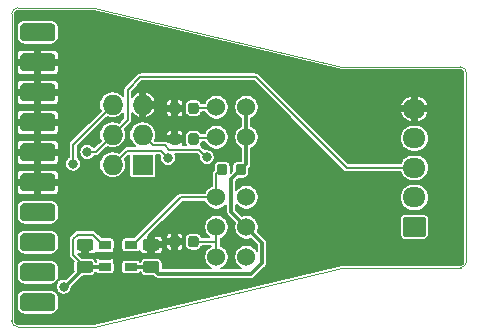
<source format=gbl>
G04 #@! TF.GenerationSoftware,KiCad,Pcbnew,5.1.4+dfsg1-1*
G04 #@! TF.CreationDate,2019-12-02T03:44:51+01:00*
G04 #@! TF.ProjectId,JlinkBreakout,4a6c696e-6b42-4726-9561-6b6f75742e6b,rev?*
G04 #@! TF.SameCoordinates,Original*
G04 #@! TF.FileFunction,Copper,L2,Bot*
G04 #@! TF.FilePolarity,Positive*
%FSLAX46Y46*%
G04 Gerber Fmt 4.6, Leading zero omitted, Abs format (unit mm)*
G04 Created by KiCad (PCBNEW 5.1.4+dfsg1-1) date 2019-12-02 03:44:51*
%MOMM*%
%LPD*%
G04 APERTURE LIST*
%ADD10C,0.050000*%
%ADD11C,1.524000*%
%ADD12C,0.100000*%
%ADD13C,1.700000*%
%ADD14O,1.950000X1.700000*%
%ADD15C,0.975000*%
%ADD16R,1.060000X0.650000*%
%ADD17C,0.875000*%
%ADD18R,1.727200X1.727200*%
%ADD19O,1.727200X1.727200*%
%ADD20C,0.800000*%
%ADD21C,0.200000*%
%ADD22C,0.300000*%
%ADD23C,0.157000*%
G04 APERTURE END LIST*
D10*
X58500000Y-60000000D02*
G75*
G02X58000000Y-59500000I0J500000D01*
G01*
X58000000Y-33500000D02*
G75*
G02X58500000Y-33000000I500000J0D01*
G01*
X96000000Y-38000000D02*
G75*
G02X96500000Y-38500000I0J-500000D01*
G01*
X96500000Y-54500000D02*
G75*
G02X96000000Y-55000000I-500000J0D01*
G01*
X86000000Y-38000000D02*
X65000000Y-33000000D01*
X96000000Y-38000000D02*
X86000000Y-38000000D01*
X96500000Y-54500000D02*
X96500000Y-38500000D01*
X86000000Y-55000000D02*
X96000000Y-55000000D01*
X65000000Y-60000000D02*
X86000000Y-55000000D01*
X65000000Y-33000000D02*
X58500000Y-33000000D01*
X58500000Y-60000000D02*
X65000000Y-60000000D01*
X58000000Y-33500000D02*
X58000000Y-59500000D01*
D11*
X75330000Y-41420000D03*
X75330000Y-43960000D03*
X75330000Y-49040000D03*
X75330000Y-51580000D03*
X75330000Y-54120000D03*
X77870000Y-41420000D03*
X77870000Y-43960000D03*
X77870000Y-49040000D03*
X77870000Y-51580000D03*
X77870000Y-54120000D03*
D12*
G36*
X92849504Y-50701204D02*
G01*
X92873773Y-50704804D01*
X92897571Y-50710765D01*
X92920671Y-50719030D01*
X92942849Y-50729520D01*
X92963893Y-50742133D01*
X92983598Y-50756747D01*
X93001777Y-50773223D01*
X93018253Y-50791402D01*
X93032867Y-50811107D01*
X93045480Y-50832151D01*
X93055970Y-50854329D01*
X93064235Y-50877429D01*
X93070196Y-50901227D01*
X93073796Y-50925496D01*
X93075000Y-50950000D01*
X93075000Y-52150000D01*
X93073796Y-52174504D01*
X93070196Y-52198773D01*
X93064235Y-52222571D01*
X93055970Y-52245671D01*
X93045480Y-52267849D01*
X93032867Y-52288893D01*
X93018253Y-52308598D01*
X93001777Y-52326777D01*
X92983598Y-52343253D01*
X92963893Y-52357867D01*
X92942849Y-52370480D01*
X92920671Y-52380970D01*
X92897571Y-52389235D01*
X92873773Y-52395196D01*
X92849504Y-52398796D01*
X92825000Y-52400000D01*
X91375000Y-52400000D01*
X91350496Y-52398796D01*
X91326227Y-52395196D01*
X91302429Y-52389235D01*
X91279329Y-52380970D01*
X91257151Y-52370480D01*
X91236107Y-52357867D01*
X91216402Y-52343253D01*
X91198223Y-52326777D01*
X91181747Y-52308598D01*
X91167133Y-52288893D01*
X91154520Y-52267849D01*
X91144030Y-52245671D01*
X91135765Y-52222571D01*
X91129804Y-52198773D01*
X91126204Y-52174504D01*
X91125000Y-52150000D01*
X91125000Y-50950000D01*
X91126204Y-50925496D01*
X91129804Y-50901227D01*
X91135765Y-50877429D01*
X91144030Y-50854329D01*
X91154520Y-50832151D01*
X91167133Y-50811107D01*
X91181747Y-50791402D01*
X91198223Y-50773223D01*
X91216402Y-50756747D01*
X91236107Y-50742133D01*
X91257151Y-50729520D01*
X91279329Y-50719030D01*
X91302429Y-50710765D01*
X91326227Y-50704804D01*
X91350496Y-50701204D01*
X91375000Y-50700000D01*
X92825000Y-50700000D01*
X92849504Y-50701204D01*
X92849504Y-50701204D01*
G37*
D13*
X92100000Y-51550000D03*
D14*
X92100000Y-49050000D03*
X92100000Y-46550000D03*
X92100000Y-44050000D03*
X92100000Y-41550000D03*
D12*
G36*
X70280142Y-52576174D02*
G01*
X70303803Y-52579684D01*
X70327007Y-52585496D01*
X70349529Y-52593554D01*
X70371153Y-52603782D01*
X70391670Y-52616079D01*
X70410883Y-52630329D01*
X70428607Y-52646393D01*
X70444671Y-52664117D01*
X70458921Y-52683330D01*
X70471218Y-52703847D01*
X70481446Y-52725471D01*
X70489504Y-52747993D01*
X70495316Y-52771197D01*
X70498826Y-52794858D01*
X70500000Y-52818750D01*
X70500000Y-53306250D01*
X70498826Y-53330142D01*
X70495316Y-53353803D01*
X70489504Y-53377007D01*
X70481446Y-53399529D01*
X70471218Y-53421153D01*
X70458921Y-53441670D01*
X70444671Y-53460883D01*
X70428607Y-53478607D01*
X70410883Y-53494671D01*
X70391670Y-53508921D01*
X70371153Y-53521218D01*
X70349529Y-53531446D01*
X70327007Y-53539504D01*
X70303803Y-53545316D01*
X70280142Y-53548826D01*
X70256250Y-53550000D01*
X69343750Y-53550000D01*
X69319858Y-53548826D01*
X69296197Y-53545316D01*
X69272993Y-53539504D01*
X69250471Y-53531446D01*
X69228847Y-53521218D01*
X69208330Y-53508921D01*
X69189117Y-53494671D01*
X69171393Y-53478607D01*
X69155329Y-53460883D01*
X69141079Y-53441670D01*
X69128782Y-53421153D01*
X69118554Y-53399529D01*
X69110496Y-53377007D01*
X69104684Y-53353803D01*
X69101174Y-53330142D01*
X69100000Y-53306250D01*
X69100000Y-52818750D01*
X69101174Y-52794858D01*
X69104684Y-52771197D01*
X69110496Y-52747993D01*
X69118554Y-52725471D01*
X69128782Y-52703847D01*
X69141079Y-52683330D01*
X69155329Y-52664117D01*
X69171393Y-52646393D01*
X69189117Y-52630329D01*
X69208330Y-52616079D01*
X69228847Y-52603782D01*
X69250471Y-52593554D01*
X69272993Y-52585496D01*
X69296197Y-52579684D01*
X69319858Y-52576174D01*
X69343750Y-52575000D01*
X70256250Y-52575000D01*
X70280142Y-52576174D01*
X70280142Y-52576174D01*
G37*
D15*
X69800000Y-53062500D03*
D12*
G36*
X70280142Y-54451174D02*
G01*
X70303803Y-54454684D01*
X70327007Y-54460496D01*
X70349529Y-54468554D01*
X70371153Y-54478782D01*
X70391670Y-54491079D01*
X70410883Y-54505329D01*
X70428607Y-54521393D01*
X70444671Y-54539117D01*
X70458921Y-54558330D01*
X70471218Y-54578847D01*
X70481446Y-54600471D01*
X70489504Y-54622993D01*
X70495316Y-54646197D01*
X70498826Y-54669858D01*
X70500000Y-54693750D01*
X70500000Y-55181250D01*
X70498826Y-55205142D01*
X70495316Y-55228803D01*
X70489504Y-55252007D01*
X70481446Y-55274529D01*
X70471218Y-55296153D01*
X70458921Y-55316670D01*
X70444671Y-55335883D01*
X70428607Y-55353607D01*
X70410883Y-55369671D01*
X70391670Y-55383921D01*
X70371153Y-55396218D01*
X70349529Y-55406446D01*
X70327007Y-55414504D01*
X70303803Y-55420316D01*
X70280142Y-55423826D01*
X70256250Y-55425000D01*
X69343750Y-55425000D01*
X69319858Y-55423826D01*
X69296197Y-55420316D01*
X69272993Y-55414504D01*
X69250471Y-55406446D01*
X69228847Y-55396218D01*
X69208330Y-55383921D01*
X69189117Y-55369671D01*
X69171393Y-55353607D01*
X69155329Y-55335883D01*
X69141079Y-55316670D01*
X69128782Y-55296153D01*
X69118554Y-55274529D01*
X69110496Y-55252007D01*
X69104684Y-55228803D01*
X69101174Y-55205142D01*
X69100000Y-55181250D01*
X69100000Y-54693750D01*
X69101174Y-54669858D01*
X69104684Y-54646197D01*
X69110496Y-54622993D01*
X69118554Y-54600471D01*
X69128782Y-54578847D01*
X69141079Y-54558330D01*
X69155329Y-54539117D01*
X69171393Y-54521393D01*
X69189117Y-54505329D01*
X69208330Y-54491079D01*
X69228847Y-54478782D01*
X69250471Y-54468554D01*
X69272993Y-54460496D01*
X69296197Y-54454684D01*
X69319858Y-54451174D01*
X69343750Y-54450000D01*
X70256250Y-54450000D01*
X70280142Y-54451174D01*
X70280142Y-54451174D01*
G37*
D15*
X69800000Y-54937500D03*
D12*
G36*
X64680142Y-54451174D02*
G01*
X64703803Y-54454684D01*
X64727007Y-54460496D01*
X64749529Y-54468554D01*
X64771153Y-54478782D01*
X64791670Y-54491079D01*
X64810883Y-54505329D01*
X64828607Y-54521393D01*
X64844671Y-54539117D01*
X64858921Y-54558330D01*
X64871218Y-54578847D01*
X64881446Y-54600471D01*
X64889504Y-54622993D01*
X64895316Y-54646197D01*
X64898826Y-54669858D01*
X64900000Y-54693750D01*
X64900000Y-55181250D01*
X64898826Y-55205142D01*
X64895316Y-55228803D01*
X64889504Y-55252007D01*
X64881446Y-55274529D01*
X64871218Y-55296153D01*
X64858921Y-55316670D01*
X64844671Y-55335883D01*
X64828607Y-55353607D01*
X64810883Y-55369671D01*
X64791670Y-55383921D01*
X64771153Y-55396218D01*
X64749529Y-55406446D01*
X64727007Y-55414504D01*
X64703803Y-55420316D01*
X64680142Y-55423826D01*
X64656250Y-55425000D01*
X63743750Y-55425000D01*
X63719858Y-55423826D01*
X63696197Y-55420316D01*
X63672993Y-55414504D01*
X63650471Y-55406446D01*
X63628847Y-55396218D01*
X63608330Y-55383921D01*
X63589117Y-55369671D01*
X63571393Y-55353607D01*
X63555329Y-55335883D01*
X63541079Y-55316670D01*
X63528782Y-55296153D01*
X63518554Y-55274529D01*
X63510496Y-55252007D01*
X63504684Y-55228803D01*
X63501174Y-55205142D01*
X63500000Y-55181250D01*
X63500000Y-54693750D01*
X63501174Y-54669858D01*
X63504684Y-54646197D01*
X63510496Y-54622993D01*
X63518554Y-54600471D01*
X63528782Y-54578847D01*
X63541079Y-54558330D01*
X63555329Y-54539117D01*
X63571393Y-54521393D01*
X63589117Y-54505329D01*
X63608330Y-54491079D01*
X63628847Y-54478782D01*
X63650471Y-54468554D01*
X63672993Y-54460496D01*
X63696197Y-54454684D01*
X63719858Y-54451174D01*
X63743750Y-54450000D01*
X64656250Y-54450000D01*
X64680142Y-54451174D01*
X64680142Y-54451174D01*
G37*
D15*
X64200000Y-54937500D03*
D12*
G36*
X64680142Y-52576174D02*
G01*
X64703803Y-52579684D01*
X64727007Y-52585496D01*
X64749529Y-52593554D01*
X64771153Y-52603782D01*
X64791670Y-52616079D01*
X64810883Y-52630329D01*
X64828607Y-52646393D01*
X64844671Y-52664117D01*
X64858921Y-52683330D01*
X64871218Y-52703847D01*
X64881446Y-52725471D01*
X64889504Y-52747993D01*
X64895316Y-52771197D01*
X64898826Y-52794858D01*
X64900000Y-52818750D01*
X64900000Y-53306250D01*
X64898826Y-53330142D01*
X64895316Y-53353803D01*
X64889504Y-53377007D01*
X64881446Y-53399529D01*
X64871218Y-53421153D01*
X64858921Y-53441670D01*
X64844671Y-53460883D01*
X64828607Y-53478607D01*
X64810883Y-53494671D01*
X64791670Y-53508921D01*
X64771153Y-53521218D01*
X64749529Y-53531446D01*
X64727007Y-53539504D01*
X64703803Y-53545316D01*
X64680142Y-53548826D01*
X64656250Y-53550000D01*
X63743750Y-53550000D01*
X63719858Y-53548826D01*
X63696197Y-53545316D01*
X63672993Y-53539504D01*
X63650471Y-53531446D01*
X63628847Y-53521218D01*
X63608330Y-53508921D01*
X63589117Y-53494671D01*
X63571393Y-53478607D01*
X63555329Y-53460883D01*
X63541079Y-53441670D01*
X63528782Y-53421153D01*
X63518554Y-53399529D01*
X63510496Y-53377007D01*
X63504684Y-53353803D01*
X63501174Y-53330142D01*
X63500000Y-53306250D01*
X63500000Y-52818750D01*
X63501174Y-52794858D01*
X63504684Y-52771197D01*
X63510496Y-52747993D01*
X63518554Y-52725471D01*
X63528782Y-52703847D01*
X63541079Y-52683330D01*
X63555329Y-52664117D01*
X63571393Y-52646393D01*
X63589117Y-52630329D01*
X63608330Y-52616079D01*
X63628847Y-52603782D01*
X63650471Y-52593554D01*
X63672993Y-52585496D01*
X63696197Y-52579684D01*
X63719858Y-52576174D01*
X63743750Y-52575000D01*
X64656250Y-52575000D01*
X64680142Y-52576174D01*
X64680142Y-52576174D01*
G37*
D15*
X64200000Y-53062500D03*
D16*
X65900000Y-54950000D03*
X65900000Y-54000000D03*
X65900000Y-53050000D03*
X68100000Y-53050000D03*
X68100000Y-54950000D03*
D12*
G36*
X73627691Y-41026053D02*
G01*
X73648926Y-41029203D01*
X73669750Y-41034419D01*
X73689962Y-41041651D01*
X73709368Y-41050830D01*
X73727781Y-41061866D01*
X73745024Y-41074654D01*
X73760930Y-41089070D01*
X73775346Y-41104976D01*
X73788134Y-41122219D01*
X73799170Y-41140632D01*
X73808349Y-41160038D01*
X73815581Y-41180250D01*
X73820797Y-41201074D01*
X73823947Y-41222309D01*
X73825000Y-41243750D01*
X73825000Y-41756250D01*
X73823947Y-41777691D01*
X73820797Y-41798926D01*
X73815581Y-41819750D01*
X73808349Y-41839962D01*
X73799170Y-41859368D01*
X73788134Y-41877781D01*
X73775346Y-41895024D01*
X73760930Y-41910930D01*
X73745024Y-41925346D01*
X73727781Y-41938134D01*
X73709368Y-41949170D01*
X73689962Y-41958349D01*
X73669750Y-41965581D01*
X73648926Y-41970797D01*
X73627691Y-41973947D01*
X73606250Y-41975000D01*
X73168750Y-41975000D01*
X73147309Y-41973947D01*
X73126074Y-41970797D01*
X73105250Y-41965581D01*
X73085038Y-41958349D01*
X73065632Y-41949170D01*
X73047219Y-41938134D01*
X73029976Y-41925346D01*
X73014070Y-41910930D01*
X72999654Y-41895024D01*
X72986866Y-41877781D01*
X72975830Y-41859368D01*
X72966651Y-41839962D01*
X72959419Y-41819750D01*
X72954203Y-41798926D01*
X72951053Y-41777691D01*
X72950000Y-41756250D01*
X72950000Y-41243750D01*
X72951053Y-41222309D01*
X72954203Y-41201074D01*
X72959419Y-41180250D01*
X72966651Y-41160038D01*
X72975830Y-41140632D01*
X72986866Y-41122219D01*
X72999654Y-41104976D01*
X73014070Y-41089070D01*
X73029976Y-41074654D01*
X73047219Y-41061866D01*
X73065632Y-41050830D01*
X73085038Y-41041651D01*
X73105250Y-41034419D01*
X73126074Y-41029203D01*
X73147309Y-41026053D01*
X73168750Y-41025000D01*
X73606250Y-41025000D01*
X73627691Y-41026053D01*
X73627691Y-41026053D01*
G37*
D17*
X73387500Y-41500000D03*
D12*
G36*
X72052691Y-41026053D02*
G01*
X72073926Y-41029203D01*
X72094750Y-41034419D01*
X72114962Y-41041651D01*
X72134368Y-41050830D01*
X72152781Y-41061866D01*
X72170024Y-41074654D01*
X72185930Y-41089070D01*
X72200346Y-41104976D01*
X72213134Y-41122219D01*
X72224170Y-41140632D01*
X72233349Y-41160038D01*
X72240581Y-41180250D01*
X72245797Y-41201074D01*
X72248947Y-41222309D01*
X72250000Y-41243750D01*
X72250000Y-41756250D01*
X72248947Y-41777691D01*
X72245797Y-41798926D01*
X72240581Y-41819750D01*
X72233349Y-41839962D01*
X72224170Y-41859368D01*
X72213134Y-41877781D01*
X72200346Y-41895024D01*
X72185930Y-41910930D01*
X72170024Y-41925346D01*
X72152781Y-41938134D01*
X72134368Y-41949170D01*
X72114962Y-41958349D01*
X72094750Y-41965581D01*
X72073926Y-41970797D01*
X72052691Y-41973947D01*
X72031250Y-41975000D01*
X71593750Y-41975000D01*
X71572309Y-41973947D01*
X71551074Y-41970797D01*
X71530250Y-41965581D01*
X71510038Y-41958349D01*
X71490632Y-41949170D01*
X71472219Y-41938134D01*
X71454976Y-41925346D01*
X71439070Y-41910930D01*
X71424654Y-41895024D01*
X71411866Y-41877781D01*
X71400830Y-41859368D01*
X71391651Y-41839962D01*
X71384419Y-41819750D01*
X71379203Y-41798926D01*
X71376053Y-41777691D01*
X71375000Y-41756250D01*
X71375000Y-41243750D01*
X71376053Y-41222309D01*
X71379203Y-41201074D01*
X71384419Y-41180250D01*
X71391651Y-41160038D01*
X71400830Y-41140632D01*
X71411866Y-41122219D01*
X71424654Y-41104976D01*
X71439070Y-41089070D01*
X71454976Y-41074654D01*
X71472219Y-41061866D01*
X71490632Y-41050830D01*
X71510038Y-41041651D01*
X71530250Y-41034419D01*
X71551074Y-41029203D01*
X71572309Y-41026053D01*
X71593750Y-41025000D01*
X72031250Y-41025000D01*
X72052691Y-41026053D01*
X72052691Y-41026053D01*
G37*
D17*
X71812500Y-41500000D03*
D12*
G36*
X72052691Y-43626053D02*
G01*
X72073926Y-43629203D01*
X72094750Y-43634419D01*
X72114962Y-43641651D01*
X72134368Y-43650830D01*
X72152781Y-43661866D01*
X72170024Y-43674654D01*
X72185930Y-43689070D01*
X72200346Y-43704976D01*
X72213134Y-43722219D01*
X72224170Y-43740632D01*
X72233349Y-43760038D01*
X72240581Y-43780250D01*
X72245797Y-43801074D01*
X72248947Y-43822309D01*
X72250000Y-43843750D01*
X72250000Y-44356250D01*
X72248947Y-44377691D01*
X72245797Y-44398926D01*
X72240581Y-44419750D01*
X72233349Y-44439962D01*
X72224170Y-44459368D01*
X72213134Y-44477781D01*
X72200346Y-44495024D01*
X72185930Y-44510930D01*
X72170024Y-44525346D01*
X72152781Y-44538134D01*
X72134368Y-44549170D01*
X72114962Y-44558349D01*
X72094750Y-44565581D01*
X72073926Y-44570797D01*
X72052691Y-44573947D01*
X72031250Y-44575000D01*
X71593750Y-44575000D01*
X71572309Y-44573947D01*
X71551074Y-44570797D01*
X71530250Y-44565581D01*
X71510038Y-44558349D01*
X71490632Y-44549170D01*
X71472219Y-44538134D01*
X71454976Y-44525346D01*
X71439070Y-44510930D01*
X71424654Y-44495024D01*
X71411866Y-44477781D01*
X71400830Y-44459368D01*
X71391651Y-44439962D01*
X71384419Y-44419750D01*
X71379203Y-44398926D01*
X71376053Y-44377691D01*
X71375000Y-44356250D01*
X71375000Y-43843750D01*
X71376053Y-43822309D01*
X71379203Y-43801074D01*
X71384419Y-43780250D01*
X71391651Y-43760038D01*
X71400830Y-43740632D01*
X71411866Y-43722219D01*
X71424654Y-43704976D01*
X71439070Y-43689070D01*
X71454976Y-43674654D01*
X71472219Y-43661866D01*
X71490632Y-43650830D01*
X71510038Y-43641651D01*
X71530250Y-43634419D01*
X71551074Y-43629203D01*
X71572309Y-43626053D01*
X71593750Y-43625000D01*
X72031250Y-43625000D01*
X72052691Y-43626053D01*
X72052691Y-43626053D01*
G37*
D17*
X71812500Y-44100000D03*
D12*
G36*
X73627691Y-43626053D02*
G01*
X73648926Y-43629203D01*
X73669750Y-43634419D01*
X73689962Y-43641651D01*
X73709368Y-43650830D01*
X73727781Y-43661866D01*
X73745024Y-43674654D01*
X73760930Y-43689070D01*
X73775346Y-43704976D01*
X73788134Y-43722219D01*
X73799170Y-43740632D01*
X73808349Y-43760038D01*
X73815581Y-43780250D01*
X73820797Y-43801074D01*
X73823947Y-43822309D01*
X73825000Y-43843750D01*
X73825000Y-44356250D01*
X73823947Y-44377691D01*
X73820797Y-44398926D01*
X73815581Y-44419750D01*
X73808349Y-44439962D01*
X73799170Y-44459368D01*
X73788134Y-44477781D01*
X73775346Y-44495024D01*
X73760930Y-44510930D01*
X73745024Y-44525346D01*
X73727781Y-44538134D01*
X73709368Y-44549170D01*
X73689962Y-44558349D01*
X73669750Y-44565581D01*
X73648926Y-44570797D01*
X73627691Y-44573947D01*
X73606250Y-44575000D01*
X73168750Y-44575000D01*
X73147309Y-44573947D01*
X73126074Y-44570797D01*
X73105250Y-44565581D01*
X73085038Y-44558349D01*
X73065632Y-44549170D01*
X73047219Y-44538134D01*
X73029976Y-44525346D01*
X73014070Y-44510930D01*
X72999654Y-44495024D01*
X72986866Y-44477781D01*
X72975830Y-44459368D01*
X72966651Y-44439962D01*
X72959419Y-44419750D01*
X72954203Y-44398926D01*
X72951053Y-44377691D01*
X72950000Y-44356250D01*
X72950000Y-43843750D01*
X72951053Y-43822309D01*
X72954203Y-43801074D01*
X72959419Y-43780250D01*
X72966651Y-43760038D01*
X72975830Y-43740632D01*
X72986866Y-43722219D01*
X72999654Y-43704976D01*
X73014070Y-43689070D01*
X73029976Y-43674654D01*
X73047219Y-43661866D01*
X73065632Y-43650830D01*
X73085038Y-43641651D01*
X73105250Y-43634419D01*
X73126074Y-43629203D01*
X73147309Y-43626053D01*
X73168750Y-43625000D01*
X73606250Y-43625000D01*
X73627691Y-43626053D01*
X73627691Y-43626053D01*
G37*
D17*
X73387500Y-44100000D03*
D12*
G36*
X73627691Y-52326053D02*
G01*
X73648926Y-52329203D01*
X73669750Y-52334419D01*
X73689962Y-52341651D01*
X73709368Y-52350830D01*
X73727781Y-52361866D01*
X73745024Y-52374654D01*
X73760930Y-52389070D01*
X73775346Y-52404976D01*
X73788134Y-52422219D01*
X73799170Y-52440632D01*
X73808349Y-52460038D01*
X73815581Y-52480250D01*
X73820797Y-52501074D01*
X73823947Y-52522309D01*
X73825000Y-52543750D01*
X73825000Y-53056250D01*
X73823947Y-53077691D01*
X73820797Y-53098926D01*
X73815581Y-53119750D01*
X73808349Y-53139962D01*
X73799170Y-53159368D01*
X73788134Y-53177781D01*
X73775346Y-53195024D01*
X73760930Y-53210930D01*
X73745024Y-53225346D01*
X73727781Y-53238134D01*
X73709368Y-53249170D01*
X73689962Y-53258349D01*
X73669750Y-53265581D01*
X73648926Y-53270797D01*
X73627691Y-53273947D01*
X73606250Y-53275000D01*
X73168750Y-53275000D01*
X73147309Y-53273947D01*
X73126074Y-53270797D01*
X73105250Y-53265581D01*
X73085038Y-53258349D01*
X73065632Y-53249170D01*
X73047219Y-53238134D01*
X73029976Y-53225346D01*
X73014070Y-53210930D01*
X72999654Y-53195024D01*
X72986866Y-53177781D01*
X72975830Y-53159368D01*
X72966651Y-53139962D01*
X72959419Y-53119750D01*
X72954203Y-53098926D01*
X72951053Y-53077691D01*
X72950000Y-53056250D01*
X72950000Y-52543750D01*
X72951053Y-52522309D01*
X72954203Y-52501074D01*
X72959419Y-52480250D01*
X72966651Y-52460038D01*
X72975830Y-52440632D01*
X72986866Y-52422219D01*
X72999654Y-52404976D01*
X73014070Y-52389070D01*
X73029976Y-52374654D01*
X73047219Y-52361866D01*
X73065632Y-52350830D01*
X73085038Y-52341651D01*
X73105250Y-52334419D01*
X73126074Y-52329203D01*
X73147309Y-52326053D01*
X73168750Y-52325000D01*
X73606250Y-52325000D01*
X73627691Y-52326053D01*
X73627691Y-52326053D01*
G37*
D17*
X73387500Y-52800000D03*
D12*
G36*
X72052691Y-52326053D02*
G01*
X72073926Y-52329203D01*
X72094750Y-52334419D01*
X72114962Y-52341651D01*
X72134368Y-52350830D01*
X72152781Y-52361866D01*
X72170024Y-52374654D01*
X72185930Y-52389070D01*
X72200346Y-52404976D01*
X72213134Y-52422219D01*
X72224170Y-52440632D01*
X72233349Y-52460038D01*
X72240581Y-52480250D01*
X72245797Y-52501074D01*
X72248947Y-52522309D01*
X72250000Y-52543750D01*
X72250000Y-53056250D01*
X72248947Y-53077691D01*
X72245797Y-53098926D01*
X72240581Y-53119750D01*
X72233349Y-53139962D01*
X72224170Y-53159368D01*
X72213134Y-53177781D01*
X72200346Y-53195024D01*
X72185930Y-53210930D01*
X72170024Y-53225346D01*
X72152781Y-53238134D01*
X72134368Y-53249170D01*
X72114962Y-53258349D01*
X72094750Y-53265581D01*
X72073926Y-53270797D01*
X72052691Y-53273947D01*
X72031250Y-53275000D01*
X71593750Y-53275000D01*
X71572309Y-53273947D01*
X71551074Y-53270797D01*
X71530250Y-53265581D01*
X71510038Y-53258349D01*
X71490632Y-53249170D01*
X71472219Y-53238134D01*
X71454976Y-53225346D01*
X71439070Y-53210930D01*
X71424654Y-53195024D01*
X71411866Y-53177781D01*
X71400830Y-53159368D01*
X71391651Y-53139962D01*
X71384419Y-53119750D01*
X71379203Y-53098926D01*
X71376053Y-53077691D01*
X71375000Y-53056250D01*
X71375000Y-52543750D01*
X71376053Y-52522309D01*
X71379203Y-52501074D01*
X71384419Y-52480250D01*
X71391651Y-52460038D01*
X71400830Y-52440632D01*
X71411866Y-52422219D01*
X71424654Y-52404976D01*
X71439070Y-52389070D01*
X71454976Y-52374654D01*
X71472219Y-52361866D01*
X71490632Y-52350830D01*
X71510038Y-52341651D01*
X71530250Y-52334419D01*
X71551074Y-52329203D01*
X71572309Y-52326053D01*
X71593750Y-52325000D01*
X72031250Y-52325000D01*
X72052691Y-52326053D01*
X72052691Y-52326053D01*
G37*
D17*
X71812500Y-52800000D03*
D12*
G36*
X77627691Y-46226053D02*
G01*
X77648926Y-46229203D01*
X77669750Y-46234419D01*
X77689962Y-46241651D01*
X77709368Y-46250830D01*
X77727781Y-46261866D01*
X77745024Y-46274654D01*
X77760930Y-46289070D01*
X77775346Y-46304976D01*
X77788134Y-46322219D01*
X77799170Y-46340632D01*
X77808349Y-46360038D01*
X77815581Y-46380250D01*
X77820797Y-46401074D01*
X77823947Y-46422309D01*
X77825000Y-46443750D01*
X77825000Y-46956250D01*
X77823947Y-46977691D01*
X77820797Y-46998926D01*
X77815581Y-47019750D01*
X77808349Y-47039962D01*
X77799170Y-47059368D01*
X77788134Y-47077781D01*
X77775346Y-47095024D01*
X77760930Y-47110930D01*
X77745024Y-47125346D01*
X77727781Y-47138134D01*
X77709368Y-47149170D01*
X77689962Y-47158349D01*
X77669750Y-47165581D01*
X77648926Y-47170797D01*
X77627691Y-47173947D01*
X77606250Y-47175000D01*
X77168750Y-47175000D01*
X77147309Y-47173947D01*
X77126074Y-47170797D01*
X77105250Y-47165581D01*
X77085038Y-47158349D01*
X77065632Y-47149170D01*
X77047219Y-47138134D01*
X77029976Y-47125346D01*
X77014070Y-47110930D01*
X76999654Y-47095024D01*
X76986866Y-47077781D01*
X76975830Y-47059368D01*
X76966651Y-47039962D01*
X76959419Y-47019750D01*
X76954203Y-46998926D01*
X76951053Y-46977691D01*
X76950000Y-46956250D01*
X76950000Y-46443750D01*
X76951053Y-46422309D01*
X76954203Y-46401074D01*
X76959419Y-46380250D01*
X76966651Y-46360038D01*
X76975830Y-46340632D01*
X76986866Y-46322219D01*
X76999654Y-46304976D01*
X77014070Y-46289070D01*
X77029976Y-46274654D01*
X77047219Y-46261866D01*
X77065632Y-46250830D01*
X77085038Y-46241651D01*
X77105250Y-46234419D01*
X77126074Y-46229203D01*
X77147309Y-46226053D01*
X77168750Y-46225000D01*
X77606250Y-46225000D01*
X77627691Y-46226053D01*
X77627691Y-46226053D01*
G37*
D17*
X77387500Y-46700000D03*
D12*
G36*
X76052691Y-46226053D02*
G01*
X76073926Y-46229203D01*
X76094750Y-46234419D01*
X76114962Y-46241651D01*
X76134368Y-46250830D01*
X76152781Y-46261866D01*
X76170024Y-46274654D01*
X76185930Y-46289070D01*
X76200346Y-46304976D01*
X76213134Y-46322219D01*
X76224170Y-46340632D01*
X76233349Y-46360038D01*
X76240581Y-46380250D01*
X76245797Y-46401074D01*
X76248947Y-46422309D01*
X76250000Y-46443750D01*
X76250000Y-46956250D01*
X76248947Y-46977691D01*
X76245797Y-46998926D01*
X76240581Y-47019750D01*
X76233349Y-47039962D01*
X76224170Y-47059368D01*
X76213134Y-47077781D01*
X76200346Y-47095024D01*
X76185930Y-47110930D01*
X76170024Y-47125346D01*
X76152781Y-47138134D01*
X76134368Y-47149170D01*
X76114962Y-47158349D01*
X76094750Y-47165581D01*
X76073926Y-47170797D01*
X76052691Y-47173947D01*
X76031250Y-47175000D01*
X75593750Y-47175000D01*
X75572309Y-47173947D01*
X75551074Y-47170797D01*
X75530250Y-47165581D01*
X75510038Y-47158349D01*
X75490632Y-47149170D01*
X75472219Y-47138134D01*
X75454976Y-47125346D01*
X75439070Y-47110930D01*
X75424654Y-47095024D01*
X75411866Y-47077781D01*
X75400830Y-47059368D01*
X75391651Y-47039962D01*
X75384419Y-47019750D01*
X75379203Y-46998926D01*
X75376053Y-46977691D01*
X75375000Y-46956250D01*
X75375000Y-46443750D01*
X75376053Y-46422309D01*
X75379203Y-46401074D01*
X75384419Y-46380250D01*
X75391651Y-46360038D01*
X75400830Y-46340632D01*
X75411866Y-46322219D01*
X75424654Y-46304976D01*
X75439070Y-46289070D01*
X75454976Y-46274654D01*
X75472219Y-46261866D01*
X75490632Y-46250830D01*
X75510038Y-46241651D01*
X75530250Y-46234419D01*
X75551074Y-46229203D01*
X75572309Y-46226053D01*
X75593750Y-46225000D01*
X76031250Y-46225000D01*
X76052691Y-46226053D01*
X76052691Y-46226053D01*
G37*
D17*
X75812500Y-46700000D03*
D18*
X69100000Y-46300000D03*
D19*
X66560000Y-46300000D03*
X69100000Y-43760000D03*
X66560000Y-43760000D03*
X69100000Y-41220000D03*
X66560000Y-41220000D03*
D12*
G36*
X61356345Y-47009835D02*
G01*
X61393329Y-47015321D01*
X61429598Y-47024406D01*
X61464802Y-47037002D01*
X61498602Y-47052988D01*
X61530672Y-47072210D01*
X61560704Y-47094483D01*
X61588408Y-47119592D01*
X61613517Y-47147296D01*
X61635790Y-47177328D01*
X61655012Y-47209398D01*
X61670998Y-47243198D01*
X61683594Y-47278402D01*
X61692679Y-47314671D01*
X61698165Y-47351655D01*
X61700000Y-47389000D01*
X61700000Y-48151000D01*
X61698165Y-48188345D01*
X61692679Y-48225329D01*
X61683594Y-48261598D01*
X61670998Y-48296802D01*
X61655012Y-48330602D01*
X61635790Y-48362672D01*
X61613517Y-48392704D01*
X61588408Y-48420408D01*
X61560704Y-48445517D01*
X61530672Y-48467790D01*
X61498602Y-48487012D01*
X61464802Y-48502998D01*
X61429598Y-48515594D01*
X61393329Y-48524679D01*
X61356345Y-48530165D01*
X61319000Y-48532000D01*
X59081000Y-48532000D01*
X59043655Y-48530165D01*
X59006671Y-48524679D01*
X58970402Y-48515594D01*
X58935198Y-48502998D01*
X58901398Y-48487012D01*
X58869328Y-48467790D01*
X58839296Y-48445517D01*
X58811592Y-48420408D01*
X58786483Y-48392704D01*
X58764210Y-48362672D01*
X58744988Y-48330602D01*
X58729002Y-48296802D01*
X58716406Y-48261598D01*
X58707321Y-48225329D01*
X58701835Y-48188345D01*
X58700000Y-48151000D01*
X58700000Y-47389000D01*
X58701835Y-47351655D01*
X58707321Y-47314671D01*
X58716406Y-47278402D01*
X58729002Y-47243198D01*
X58744988Y-47209398D01*
X58764210Y-47177328D01*
X58786483Y-47147296D01*
X58811592Y-47119592D01*
X58839296Y-47094483D01*
X58869328Y-47072210D01*
X58901398Y-47052988D01*
X58935198Y-47037002D01*
X58970402Y-47024406D01*
X59006671Y-47015321D01*
X59043655Y-47009835D01*
X59081000Y-47008000D01*
X61319000Y-47008000D01*
X61356345Y-47009835D01*
X61356345Y-47009835D01*
G37*
D11*
X60200000Y-47770000D03*
D12*
G36*
X61356345Y-49549835D02*
G01*
X61393329Y-49555321D01*
X61429598Y-49564406D01*
X61464802Y-49577002D01*
X61498602Y-49592988D01*
X61530672Y-49612210D01*
X61560704Y-49634483D01*
X61588408Y-49659592D01*
X61613517Y-49687296D01*
X61635790Y-49717328D01*
X61655012Y-49749398D01*
X61670998Y-49783198D01*
X61683594Y-49818402D01*
X61692679Y-49854671D01*
X61698165Y-49891655D01*
X61700000Y-49929000D01*
X61700000Y-50691000D01*
X61698165Y-50728345D01*
X61692679Y-50765329D01*
X61683594Y-50801598D01*
X61670998Y-50836802D01*
X61655012Y-50870602D01*
X61635790Y-50902672D01*
X61613517Y-50932704D01*
X61588408Y-50960408D01*
X61560704Y-50985517D01*
X61530672Y-51007790D01*
X61498602Y-51027012D01*
X61464802Y-51042998D01*
X61429598Y-51055594D01*
X61393329Y-51064679D01*
X61356345Y-51070165D01*
X61319000Y-51072000D01*
X59081000Y-51072000D01*
X59043655Y-51070165D01*
X59006671Y-51064679D01*
X58970402Y-51055594D01*
X58935198Y-51042998D01*
X58901398Y-51027012D01*
X58869328Y-51007790D01*
X58839296Y-50985517D01*
X58811592Y-50960408D01*
X58786483Y-50932704D01*
X58764210Y-50902672D01*
X58744988Y-50870602D01*
X58729002Y-50836802D01*
X58716406Y-50801598D01*
X58707321Y-50765329D01*
X58701835Y-50728345D01*
X58700000Y-50691000D01*
X58700000Y-49929000D01*
X58701835Y-49891655D01*
X58707321Y-49854671D01*
X58716406Y-49818402D01*
X58729002Y-49783198D01*
X58744988Y-49749398D01*
X58764210Y-49717328D01*
X58786483Y-49687296D01*
X58811592Y-49659592D01*
X58839296Y-49634483D01*
X58869328Y-49612210D01*
X58901398Y-49592988D01*
X58935198Y-49577002D01*
X58970402Y-49564406D01*
X59006671Y-49555321D01*
X59043655Y-49549835D01*
X59081000Y-49548000D01*
X61319000Y-49548000D01*
X61356345Y-49549835D01*
X61356345Y-49549835D01*
G37*
D11*
X60200000Y-50310000D03*
D12*
G36*
X61356345Y-44469835D02*
G01*
X61393329Y-44475321D01*
X61429598Y-44484406D01*
X61464802Y-44497002D01*
X61498602Y-44512988D01*
X61530672Y-44532210D01*
X61560704Y-44554483D01*
X61588408Y-44579592D01*
X61613517Y-44607296D01*
X61635790Y-44637328D01*
X61655012Y-44669398D01*
X61670998Y-44703198D01*
X61683594Y-44738402D01*
X61692679Y-44774671D01*
X61698165Y-44811655D01*
X61700000Y-44849000D01*
X61700000Y-45611000D01*
X61698165Y-45648345D01*
X61692679Y-45685329D01*
X61683594Y-45721598D01*
X61670998Y-45756802D01*
X61655012Y-45790602D01*
X61635790Y-45822672D01*
X61613517Y-45852704D01*
X61588408Y-45880408D01*
X61560704Y-45905517D01*
X61530672Y-45927790D01*
X61498602Y-45947012D01*
X61464802Y-45962998D01*
X61429598Y-45975594D01*
X61393329Y-45984679D01*
X61356345Y-45990165D01*
X61319000Y-45992000D01*
X59081000Y-45992000D01*
X59043655Y-45990165D01*
X59006671Y-45984679D01*
X58970402Y-45975594D01*
X58935198Y-45962998D01*
X58901398Y-45947012D01*
X58869328Y-45927790D01*
X58839296Y-45905517D01*
X58811592Y-45880408D01*
X58786483Y-45852704D01*
X58764210Y-45822672D01*
X58744988Y-45790602D01*
X58729002Y-45756802D01*
X58716406Y-45721598D01*
X58707321Y-45685329D01*
X58701835Y-45648345D01*
X58700000Y-45611000D01*
X58700000Y-44849000D01*
X58701835Y-44811655D01*
X58707321Y-44774671D01*
X58716406Y-44738402D01*
X58729002Y-44703198D01*
X58744988Y-44669398D01*
X58764210Y-44637328D01*
X58786483Y-44607296D01*
X58811592Y-44579592D01*
X58839296Y-44554483D01*
X58869328Y-44532210D01*
X58901398Y-44512988D01*
X58935198Y-44497002D01*
X58970402Y-44484406D01*
X59006671Y-44475321D01*
X59043655Y-44469835D01*
X59081000Y-44468000D01*
X61319000Y-44468000D01*
X61356345Y-44469835D01*
X61356345Y-44469835D01*
G37*
D11*
X60200000Y-45230000D03*
D12*
G36*
X61356345Y-39389835D02*
G01*
X61393329Y-39395321D01*
X61429598Y-39404406D01*
X61464802Y-39417002D01*
X61498602Y-39432988D01*
X61530672Y-39452210D01*
X61560704Y-39474483D01*
X61588408Y-39499592D01*
X61613517Y-39527296D01*
X61635790Y-39557328D01*
X61655012Y-39589398D01*
X61670998Y-39623198D01*
X61683594Y-39658402D01*
X61692679Y-39694671D01*
X61698165Y-39731655D01*
X61700000Y-39769000D01*
X61700000Y-40531000D01*
X61698165Y-40568345D01*
X61692679Y-40605329D01*
X61683594Y-40641598D01*
X61670998Y-40676802D01*
X61655012Y-40710602D01*
X61635790Y-40742672D01*
X61613517Y-40772704D01*
X61588408Y-40800408D01*
X61560704Y-40825517D01*
X61530672Y-40847790D01*
X61498602Y-40867012D01*
X61464802Y-40882998D01*
X61429598Y-40895594D01*
X61393329Y-40904679D01*
X61356345Y-40910165D01*
X61319000Y-40912000D01*
X59081000Y-40912000D01*
X59043655Y-40910165D01*
X59006671Y-40904679D01*
X58970402Y-40895594D01*
X58935198Y-40882998D01*
X58901398Y-40867012D01*
X58869328Y-40847790D01*
X58839296Y-40825517D01*
X58811592Y-40800408D01*
X58786483Y-40772704D01*
X58764210Y-40742672D01*
X58744988Y-40710602D01*
X58729002Y-40676802D01*
X58716406Y-40641598D01*
X58707321Y-40605329D01*
X58701835Y-40568345D01*
X58700000Y-40531000D01*
X58700000Y-39769000D01*
X58701835Y-39731655D01*
X58707321Y-39694671D01*
X58716406Y-39658402D01*
X58729002Y-39623198D01*
X58744988Y-39589398D01*
X58764210Y-39557328D01*
X58786483Y-39527296D01*
X58811592Y-39499592D01*
X58839296Y-39474483D01*
X58869328Y-39452210D01*
X58901398Y-39432988D01*
X58935198Y-39417002D01*
X58970402Y-39404406D01*
X59006671Y-39395321D01*
X59043655Y-39389835D01*
X59081000Y-39388000D01*
X61319000Y-39388000D01*
X61356345Y-39389835D01*
X61356345Y-39389835D01*
G37*
D11*
X60200000Y-40150000D03*
D12*
G36*
X61356345Y-36849835D02*
G01*
X61393329Y-36855321D01*
X61429598Y-36864406D01*
X61464802Y-36877002D01*
X61498602Y-36892988D01*
X61530672Y-36912210D01*
X61560704Y-36934483D01*
X61588408Y-36959592D01*
X61613517Y-36987296D01*
X61635790Y-37017328D01*
X61655012Y-37049398D01*
X61670998Y-37083198D01*
X61683594Y-37118402D01*
X61692679Y-37154671D01*
X61698165Y-37191655D01*
X61700000Y-37229000D01*
X61700000Y-37991000D01*
X61698165Y-38028345D01*
X61692679Y-38065329D01*
X61683594Y-38101598D01*
X61670998Y-38136802D01*
X61655012Y-38170602D01*
X61635790Y-38202672D01*
X61613517Y-38232704D01*
X61588408Y-38260408D01*
X61560704Y-38285517D01*
X61530672Y-38307790D01*
X61498602Y-38327012D01*
X61464802Y-38342998D01*
X61429598Y-38355594D01*
X61393329Y-38364679D01*
X61356345Y-38370165D01*
X61319000Y-38372000D01*
X59081000Y-38372000D01*
X59043655Y-38370165D01*
X59006671Y-38364679D01*
X58970402Y-38355594D01*
X58935198Y-38342998D01*
X58901398Y-38327012D01*
X58869328Y-38307790D01*
X58839296Y-38285517D01*
X58811592Y-38260408D01*
X58786483Y-38232704D01*
X58764210Y-38202672D01*
X58744988Y-38170602D01*
X58729002Y-38136802D01*
X58716406Y-38101598D01*
X58707321Y-38065329D01*
X58701835Y-38028345D01*
X58700000Y-37991000D01*
X58700000Y-37229000D01*
X58701835Y-37191655D01*
X58707321Y-37154671D01*
X58716406Y-37118402D01*
X58729002Y-37083198D01*
X58744988Y-37049398D01*
X58764210Y-37017328D01*
X58786483Y-36987296D01*
X58811592Y-36959592D01*
X58839296Y-36934483D01*
X58869328Y-36912210D01*
X58901398Y-36892988D01*
X58935198Y-36877002D01*
X58970402Y-36864406D01*
X59006671Y-36855321D01*
X59043655Y-36849835D01*
X59081000Y-36848000D01*
X61319000Y-36848000D01*
X61356345Y-36849835D01*
X61356345Y-36849835D01*
G37*
D11*
X60200000Y-37610000D03*
D12*
G36*
X61356345Y-57169835D02*
G01*
X61393329Y-57175321D01*
X61429598Y-57184406D01*
X61464802Y-57197002D01*
X61498602Y-57212988D01*
X61530672Y-57232210D01*
X61560704Y-57254483D01*
X61588408Y-57279592D01*
X61613517Y-57307296D01*
X61635790Y-57337328D01*
X61655012Y-57369398D01*
X61670998Y-57403198D01*
X61683594Y-57438402D01*
X61692679Y-57474671D01*
X61698165Y-57511655D01*
X61700000Y-57549000D01*
X61700000Y-58311000D01*
X61698165Y-58348345D01*
X61692679Y-58385329D01*
X61683594Y-58421598D01*
X61670998Y-58456802D01*
X61655012Y-58490602D01*
X61635790Y-58522672D01*
X61613517Y-58552704D01*
X61588408Y-58580408D01*
X61560704Y-58605517D01*
X61530672Y-58627790D01*
X61498602Y-58647012D01*
X61464802Y-58662998D01*
X61429598Y-58675594D01*
X61393329Y-58684679D01*
X61356345Y-58690165D01*
X61319000Y-58692000D01*
X59081000Y-58692000D01*
X59043655Y-58690165D01*
X59006671Y-58684679D01*
X58970402Y-58675594D01*
X58935198Y-58662998D01*
X58901398Y-58647012D01*
X58869328Y-58627790D01*
X58839296Y-58605517D01*
X58811592Y-58580408D01*
X58786483Y-58552704D01*
X58764210Y-58522672D01*
X58744988Y-58490602D01*
X58729002Y-58456802D01*
X58716406Y-58421598D01*
X58707321Y-58385329D01*
X58701835Y-58348345D01*
X58700000Y-58311000D01*
X58700000Y-57549000D01*
X58701835Y-57511655D01*
X58707321Y-57474671D01*
X58716406Y-57438402D01*
X58729002Y-57403198D01*
X58744988Y-57369398D01*
X58764210Y-57337328D01*
X58786483Y-57307296D01*
X58811592Y-57279592D01*
X58839296Y-57254483D01*
X58869328Y-57232210D01*
X58901398Y-57212988D01*
X58935198Y-57197002D01*
X58970402Y-57184406D01*
X59006671Y-57175321D01*
X59043655Y-57169835D01*
X59081000Y-57168000D01*
X61319000Y-57168000D01*
X61356345Y-57169835D01*
X61356345Y-57169835D01*
G37*
D11*
X60200000Y-57930000D03*
D12*
G36*
X61356345Y-54629835D02*
G01*
X61393329Y-54635321D01*
X61429598Y-54644406D01*
X61464802Y-54657002D01*
X61498602Y-54672988D01*
X61530672Y-54692210D01*
X61560704Y-54714483D01*
X61588408Y-54739592D01*
X61613517Y-54767296D01*
X61635790Y-54797328D01*
X61655012Y-54829398D01*
X61670998Y-54863198D01*
X61683594Y-54898402D01*
X61692679Y-54934671D01*
X61698165Y-54971655D01*
X61700000Y-55009000D01*
X61700000Y-55771000D01*
X61698165Y-55808345D01*
X61692679Y-55845329D01*
X61683594Y-55881598D01*
X61670998Y-55916802D01*
X61655012Y-55950602D01*
X61635790Y-55982672D01*
X61613517Y-56012704D01*
X61588408Y-56040408D01*
X61560704Y-56065517D01*
X61530672Y-56087790D01*
X61498602Y-56107012D01*
X61464802Y-56122998D01*
X61429598Y-56135594D01*
X61393329Y-56144679D01*
X61356345Y-56150165D01*
X61319000Y-56152000D01*
X59081000Y-56152000D01*
X59043655Y-56150165D01*
X59006671Y-56144679D01*
X58970402Y-56135594D01*
X58935198Y-56122998D01*
X58901398Y-56107012D01*
X58869328Y-56087790D01*
X58839296Y-56065517D01*
X58811592Y-56040408D01*
X58786483Y-56012704D01*
X58764210Y-55982672D01*
X58744988Y-55950602D01*
X58729002Y-55916802D01*
X58716406Y-55881598D01*
X58707321Y-55845329D01*
X58701835Y-55808345D01*
X58700000Y-55771000D01*
X58700000Y-55009000D01*
X58701835Y-54971655D01*
X58707321Y-54934671D01*
X58716406Y-54898402D01*
X58729002Y-54863198D01*
X58744988Y-54829398D01*
X58764210Y-54797328D01*
X58786483Y-54767296D01*
X58811592Y-54739592D01*
X58839296Y-54714483D01*
X58869328Y-54692210D01*
X58901398Y-54672988D01*
X58935198Y-54657002D01*
X58970402Y-54644406D01*
X59006671Y-54635321D01*
X59043655Y-54629835D01*
X59081000Y-54628000D01*
X61319000Y-54628000D01*
X61356345Y-54629835D01*
X61356345Y-54629835D01*
G37*
D11*
X60200000Y-55390000D03*
D12*
G36*
X61356345Y-52089835D02*
G01*
X61393329Y-52095321D01*
X61429598Y-52104406D01*
X61464802Y-52117002D01*
X61498602Y-52132988D01*
X61530672Y-52152210D01*
X61560704Y-52174483D01*
X61588408Y-52199592D01*
X61613517Y-52227296D01*
X61635790Y-52257328D01*
X61655012Y-52289398D01*
X61670998Y-52323198D01*
X61683594Y-52358402D01*
X61692679Y-52394671D01*
X61698165Y-52431655D01*
X61700000Y-52469000D01*
X61700000Y-53231000D01*
X61698165Y-53268345D01*
X61692679Y-53305329D01*
X61683594Y-53341598D01*
X61670998Y-53376802D01*
X61655012Y-53410602D01*
X61635790Y-53442672D01*
X61613517Y-53472704D01*
X61588408Y-53500408D01*
X61560704Y-53525517D01*
X61530672Y-53547790D01*
X61498602Y-53567012D01*
X61464802Y-53582998D01*
X61429598Y-53595594D01*
X61393329Y-53604679D01*
X61356345Y-53610165D01*
X61319000Y-53612000D01*
X59081000Y-53612000D01*
X59043655Y-53610165D01*
X59006671Y-53604679D01*
X58970402Y-53595594D01*
X58935198Y-53582998D01*
X58901398Y-53567012D01*
X58869328Y-53547790D01*
X58839296Y-53525517D01*
X58811592Y-53500408D01*
X58786483Y-53472704D01*
X58764210Y-53442672D01*
X58744988Y-53410602D01*
X58729002Y-53376802D01*
X58716406Y-53341598D01*
X58707321Y-53305329D01*
X58701835Y-53268345D01*
X58700000Y-53231000D01*
X58700000Y-52469000D01*
X58701835Y-52431655D01*
X58707321Y-52394671D01*
X58716406Y-52358402D01*
X58729002Y-52323198D01*
X58744988Y-52289398D01*
X58764210Y-52257328D01*
X58786483Y-52227296D01*
X58811592Y-52199592D01*
X58839296Y-52174483D01*
X58869328Y-52152210D01*
X58901398Y-52132988D01*
X58935198Y-52117002D01*
X58970402Y-52104406D01*
X59006671Y-52095321D01*
X59043655Y-52089835D01*
X59081000Y-52088000D01*
X61319000Y-52088000D01*
X61356345Y-52089835D01*
X61356345Y-52089835D01*
G37*
D11*
X60200000Y-52850000D03*
D12*
G36*
X61356345Y-34309835D02*
G01*
X61393329Y-34315321D01*
X61429598Y-34324406D01*
X61464802Y-34337002D01*
X61498602Y-34352988D01*
X61530672Y-34372210D01*
X61560704Y-34394483D01*
X61588408Y-34419592D01*
X61613517Y-34447296D01*
X61635790Y-34477328D01*
X61655012Y-34509398D01*
X61670998Y-34543198D01*
X61683594Y-34578402D01*
X61692679Y-34614671D01*
X61698165Y-34651655D01*
X61700000Y-34689000D01*
X61700000Y-35451000D01*
X61698165Y-35488345D01*
X61692679Y-35525329D01*
X61683594Y-35561598D01*
X61670998Y-35596802D01*
X61655012Y-35630602D01*
X61635790Y-35662672D01*
X61613517Y-35692704D01*
X61588408Y-35720408D01*
X61560704Y-35745517D01*
X61530672Y-35767790D01*
X61498602Y-35787012D01*
X61464802Y-35802998D01*
X61429598Y-35815594D01*
X61393329Y-35824679D01*
X61356345Y-35830165D01*
X61319000Y-35832000D01*
X59081000Y-35832000D01*
X59043655Y-35830165D01*
X59006671Y-35824679D01*
X58970402Y-35815594D01*
X58935198Y-35802998D01*
X58901398Y-35787012D01*
X58869328Y-35767790D01*
X58839296Y-35745517D01*
X58811592Y-35720408D01*
X58786483Y-35692704D01*
X58764210Y-35662672D01*
X58744988Y-35630602D01*
X58729002Y-35596802D01*
X58716406Y-35561598D01*
X58707321Y-35525329D01*
X58701835Y-35488345D01*
X58700000Y-35451000D01*
X58700000Y-34689000D01*
X58701835Y-34651655D01*
X58707321Y-34614671D01*
X58716406Y-34578402D01*
X58729002Y-34543198D01*
X58744988Y-34509398D01*
X58764210Y-34477328D01*
X58786483Y-34447296D01*
X58811592Y-34419592D01*
X58839296Y-34394483D01*
X58869328Y-34372210D01*
X58901398Y-34352988D01*
X58935198Y-34337002D01*
X58970402Y-34324406D01*
X59006671Y-34315321D01*
X59043655Y-34309835D01*
X59081000Y-34308000D01*
X61319000Y-34308000D01*
X61356345Y-34309835D01*
X61356345Y-34309835D01*
G37*
D11*
X60200000Y-35070000D03*
D12*
G36*
X61356345Y-41929835D02*
G01*
X61393329Y-41935321D01*
X61429598Y-41944406D01*
X61464802Y-41957002D01*
X61498602Y-41972988D01*
X61530672Y-41992210D01*
X61560704Y-42014483D01*
X61588408Y-42039592D01*
X61613517Y-42067296D01*
X61635790Y-42097328D01*
X61655012Y-42129398D01*
X61670998Y-42163198D01*
X61683594Y-42198402D01*
X61692679Y-42234671D01*
X61698165Y-42271655D01*
X61700000Y-42309000D01*
X61700000Y-43071000D01*
X61698165Y-43108345D01*
X61692679Y-43145329D01*
X61683594Y-43181598D01*
X61670998Y-43216802D01*
X61655012Y-43250602D01*
X61635790Y-43282672D01*
X61613517Y-43312704D01*
X61588408Y-43340408D01*
X61560704Y-43365517D01*
X61530672Y-43387790D01*
X61498602Y-43407012D01*
X61464802Y-43422998D01*
X61429598Y-43435594D01*
X61393329Y-43444679D01*
X61356345Y-43450165D01*
X61319000Y-43452000D01*
X59081000Y-43452000D01*
X59043655Y-43450165D01*
X59006671Y-43444679D01*
X58970402Y-43435594D01*
X58935198Y-43422998D01*
X58901398Y-43407012D01*
X58869328Y-43387790D01*
X58839296Y-43365517D01*
X58811592Y-43340408D01*
X58786483Y-43312704D01*
X58764210Y-43282672D01*
X58744988Y-43250602D01*
X58729002Y-43216802D01*
X58716406Y-43181598D01*
X58707321Y-43145329D01*
X58701835Y-43108345D01*
X58700000Y-43071000D01*
X58700000Y-42309000D01*
X58701835Y-42271655D01*
X58707321Y-42234671D01*
X58716406Y-42198402D01*
X58729002Y-42163198D01*
X58744988Y-42129398D01*
X58764210Y-42097328D01*
X58786483Y-42067296D01*
X58811592Y-42039592D01*
X58839296Y-42014483D01*
X58869328Y-41992210D01*
X58901398Y-41972988D01*
X58935198Y-41957002D01*
X58970402Y-41944406D01*
X59006671Y-41935321D01*
X59043655Y-41929835D01*
X59081000Y-41928000D01*
X61319000Y-41928000D01*
X61356345Y-41929835D01*
X61356345Y-41929835D01*
G37*
D11*
X60200000Y-42690000D03*
D20*
X74516109Y-45652493D03*
X63200000Y-46200000D03*
X67000000Y-54250000D03*
X71500000Y-51000000D03*
X69700000Y-49450000D03*
X64200000Y-41850000D03*
X64600000Y-47050000D03*
X63950000Y-50050000D03*
X66150000Y-50650000D03*
X72300000Y-56750000D03*
X80550000Y-54850000D03*
X68450000Y-36500000D03*
X64000000Y-36700000D03*
X78950000Y-45250000D03*
X78800000Y-38149990D03*
X74965447Y-37799990D03*
X71800000Y-42800000D03*
X67350000Y-38850000D03*
X62600000Y-40150000D03*
X62600000Y-37650000D03*
X62400000Y-47650000D03*
X62400000Y-43950000D03*
X72200000Y-54700000D03*
X74200000Y-50300000D03*
X74200000Y-47600000D03*
X76600000Y-40000000D03*
X71600000Y-39800000D03*
X64400000Y-45200000D03*
X71250010Y-45699991D03*
X62399996Y-56600000D03*
D21*
X73863606Y-44999990D02*
X74116110Y-45252494D01*
X69963599Y-44623599D02*
X70975529Y-44623599D01*
X70975529Y-44623599D02*
X71351920Y-44999990D01*
X69100000Y-43760000D02*
X69963599Y-44623599D01*
X74116110Y-45252494D02*
X74516109Y-45652493D01*
X71351920Y-44999990D02*
X73863606Y-44999990D01*
X63200000Y-44580000D02*
X66560000Y-41220000D01*
X63200000Y-46200000D02*
X63200000Y-44580000D01*
X65120000Y-45200000D02*
X66560000Y-43760000D01*
X64400000Y-45200000D02*
X65120000Y-45200000D01*
X86350000Y-46550000D02*
X92100000Y-46550000D01*
X67820000Y-42500000D02*
X67820000Y-39930000D01*
X66560000Y-43760000D02*
X67820000Y-42500000D01*
X67820000Y-39930000D02*
X68900000Y-38850000D01*
X68900000Y-38850000D02*
X78650000Y-38850000D01*
X78650000Y-38850000D02*
X86350000Y-46550000D01*
X67759999Y-45100001D02*
X70650020Y-45100001D01*
X66560000Y-46300000D02*
X67759999Y-45100001D01*
X70850011Y-45299992D02*
X71250010Y-45699991D01*
X70650020Y-45100001D02*
X70850011Y-45299992D01*
D22*
X64200000Y-54937500D02*
X62537500Y-56600000D01*
X62537500Y-56600000D02*
X62399996Y-56600000D01*
X65887500Y-54937500D02*
X65900000Y-54950000D01*
X64200000Y-54937500D02*
X65887500Y-54937500D01*
D21*
X65695000Y-53050000D02*
X65900000Y-53050000D01*
X64200000Y-54937500D02*
X63200000Y-53937500D01*
X63200000Y-53937500D02*
X63200000Y-52593506D01*
X63200000Y-52593506D02*
X63593506Y-52200000D01*
X64845000Y-52200000D02*
X65695000Y-53050000D01*
X63593506Y-52200000D02*
X64845000Y-52200000D01*
D22*
X69787500Y-54950000D02*
X69800000Y-54937500D01*
X68100000Y-54950000D02*
X69787500Y-54950000D01*
X70362500Y-55500000D02*
X69800000Y-54937500D01*
X78300000Y-55500000D02*
X70362500Y-55500000D01*
X79200000Y-54600000D02*
X78300000Y-55500000D01*
X77870000Y-46230000D02*
X76600000Y-47500000D01*
X77870000Y-41420000D02*
X77870000Y-46230000D01*
X76600000Y-50310000D02*
X79200000Y-52910000D01*
X76600000Y-47500000D02*
X76600000Y-50310000D01*
X79200000Y-52910000D02*
X79200000Y-54600000D01*
D21*
X75280000Y-52800000D02*
X75330000Y-52850000D01*
X73387500Y-52800000D02*
X75280000Y-52800000D01*
X75330000Y-52587630D02*
X75330000Y-54050000D01*
X75330000Y-51510000D02*
X75330000Y-52587630D01*
X72315000Y-49040000D02*
X74322370Y-49040000D01*
X74322370Y-49040000D02*
X75330000Y-49040000D01*
X68100000Y-53050000D02*
X68305000Y-53050000D01*
X68305000Y-53050000D02*
X72315000Y-49040000D01*
X75330000Y-49040000D02*
X75330000Y-47070000D01*
X75330000Y-47070000D02*
X75812500Y-46587500D01*
X73497500Y-43990000D02*
X73387500Y-44100000D01*
X75330000Y-43990000D02*
X73497500Y-43990000D01*
X73437500Y-41450000D02*
X73387500Y-41500000D01*
X75330000Y-41450000D02*
X73437500Y-41450000D01*
D23*
G36*
X85931958Y-38251581D02*
G01*
X85948933Y-38256730D01*
X85969638Y-38258769D01*
X85990214Y-38261576D01*
X86007900Y-38260500D01*
X95987259Y-38260500D01*
X96046279Y-38266287D01*
X96090788Y-38279725D01*
X96131845Y-38301554D01*
X96167881Y-38330946D01*
X96197518Y-38366771D01*
X96219635Y-38407675D01*
X96233385Y-38452093D01*
X96239501Y-38510285D01*
X96239500Y-54487258D01*
X96233713Y-54546279D01*
X96220275Y-54590787D01*
X96198443Y-54631847D01*
X96169054Y-54667881D01*
X96133231Y-54697517D01*
X96092325Y-54719635D01*
X96047907Y-54733385D01*
X95989725Y-54739500D01*
X86007900Y-54739500D01*
X85990214Y-54738424D01*
X85969638Y-54741231D01*
X85948933Y-54743270D01*
X85931958Y-54748419D01*
X64969416Y-59739500D01*
X58512742Y-59739500D01*
X58453721Y-59733713D01*
X58409213Y-59720275D01*
X58368153Y-59698443D01*
X58332119Y-59669054D01*
X58302483Y-59633231D01*
X58280365Y-59592325D01*
X58266615Y-59547907D01*
X58260500Y-59489725D01*
X58260500Y-57549000D01*
X58420153Y-57549000D01*
X58420153Y-58311000D01*
X58432851Y-58439925D01*
X58470457Y-58563895D01*
X58531526Y-58678147D01*
X58613711Y-58778289D01*
X58713853Y-58860474D01*
X58828105Y-58921543D01*
X58952075Y-58959149D01*
X59081000Y-58971847D01*
X61319000Y-58971847D01*
X61447925Y-58959149D01*
X61571895Y-58921543D01*
X61686147Y-58860474D01*
X61786289Y-58778289D01*
X61868474Y-58678147D01*
X61929543Y-58563895D01*
X61967149Y-58439925D01*
X61979847Y-58311000D01*
X61979847Y-57549000D01*
X61967149Y-57420075D01*
X61929543Y-57296105D01*
X61868474Y-57181853D01*
X61786289Y-57081711D01*
X61686147Y-56999526D01*
X61571895Y-56938457D01*
X61447925Y-56900851D01*
X61319000Y-56888153D01*
X59081000Y-56888153D01*
X58952075Y-56900851D01*
X58828105Y-56938457D01*
X58713853Y-56999526D01*
X58613711Y-57081711D01*
X58531526Y-57181853D01*
X58470457Y-57296105D01*
X58432851Y-57420075D01*
X58420153Y-57549000D01*
X58260500Y-57549000D01*
X58260500Y-56533174D01*
X61721496Y-56533174D01*
X61721496Y-56666826D01*
X61747570Y-56797911D01*
X61798717Y-56921390D01*
X61872971Y-57032519D01*
X61967477Y-57127025D01*
X62078606Y-57201279D01*
X62202085Y-57252426D01*
X62333170Y-57278500D01*
X62466822Y-57278500D01*
X62597907Y-57252426D01*
X62721386Y-57201279D01*
X62832515Y-57127025D01*
X62927021Y-57032519D01*
X63001275Y-56921390D01*
X63052422Y-56797911D01*
X63078496Y-56666826D01*
X63078496Y-56664994D01*
X64038644Y-55704847D01*
X64656250Y-55704847D01*
X64758399Y-55694786D01*
X64856622Y-55664991D01*
X64947145Y-55616605D01*
X65026489Y-55551489D01*
X65091605Y-55472145D01*
X65125597Y-55408551D01*
X65137316Y-55430475D01*
X65172118Y-55472882D01*
X65214525Y-55507684D01*
X65262907Y-55533545D01*
X65315405Y-55549470D01*
X65370000Y-55554847D01*
X66430000Y-55554847D01*
X66484595Y-55549470D01*
X66537093Y-55533545D01*
X66585475Y-55507684D01*
X66627882Y-55472882D01*
X66662684Y-55430475D01*
X66688545Y-55382093D01*
X66704470Y-55329595D01*
X66709847Y-55275000D01*
X66709847Y-54625000D01*
X66704470Y-54570405D01*
X66688545Y-54517907D01*
X66665611Y-54475001D01*
X66688546Y-54432093D01*
X66704471Y-54379596D01*
X66709848Y-54325000D01*
X66708500Y-54291125D01*
X66638875Y-54221500D01*
X66121500Y-54221500D01*
X66121500Y-54241500D01*
X65678500Y-54241500D01*
X65678500Y-54221500D01*
X65161125Y-54221500D01*
X65091500Y-54291125D01*
X65090152Y-54325000D01*
X65095529Y-54379596D01*
X65111454Y-54432093D01*
X65134389Y-54475001D01*
X65132279Y-54478949D01*
X65091605Y-54402855D01*
X65026489Y-54323511D01*
X64947145Y-54258395D01*
X64856622Y-54210009D01*
X64758399Y-54180214D01*
X64656250Y-54170153D01*
X63967933Y-54170153D01*
X63627208Y-53829429D01*
X63908875Y-53828500D01*
X63978500Y-53758875D01*
X63978500Y-53284000D01*
X63958500Y-53284000D01*
X63958500Y-52841000D01*
X63978500Y-52841000D01*
X63978500Y-52821000D01*
X64421500Y-52821000D01*
X64421500Y-52841000D01*
X64441500Y-52841000D01*
X64441500Y-53284000D01*
X64421500Y-53284000D01*
X64421500Y-53758875D01*
X64491125Y-53828500D01*
X64900000Y-53829848D01*
X64954596Y-53824471D01*
X65007093Y-53808546D01*
X65055475Y-53782685D01*
X65097882Y-53747882D01*
X65112588Y-53729963D01*
X65161125Y-53778500D01*
X65678500Y-53778500D01*
X65678500Y-53758500D01*
X66121500Y-53758500D01*
X66121500Y-53778500D01*
X66638875Y-53778500D01*
X66708500Y-53708875D01*
X66709848Y-53675000D01*
X66704471Y-53620404D01*
X66688546Y-53567907D01*
X66665611Y-53524999D01*
X66688545Y-53482093D01*
X66704470Y-53429595D01*
X66709847Y-53375000D01*
X66709847Y-52725000D01*
X67290153Y-52725000D01*
X67290153Y-53375000D01*
X67295530Y-53429595D01*
X67311455Y-53482093D01*
X67337316Y-53530475D01*
X67372118Y-53572882D01*
X67414525Y-53607684D01*
X67462907Y-53633545D01*
X67515405Y-53649470D01*
X67570000Y-53654847D01*
X68630000Y-53654847D01*
X68684595Y-53649470D01*
X68737093Y-53633545D01*
X68785475Y-53607684D01*
X68822815Y-53577040D01*
X68825529Y-53604596D01*
X68841454Y-53657093D01*
X68867315Y-53705475D01*
X68902118Y-53747882D01*
X68944525Y-53782685D01*
X68992907Y-53808546D01*
X69045404Y-53824471D01*
X69100000Y-53829848D01*
X69508875Y-53828500D01*
X69578500Y-53758875D01*
X69578500Y-53284000D01*
X70021500Y-53284000D01*
X70021500Y-53758875D01*
X70091125Y-53828500D01*
X70500000Y-53829848D01*
X70554596Y-53824471D01*
X70607093Y-53808546D01*
X70655475Y-53782685D01*
X70697882Y-53747882D01*
X70732685Y-53705475D01*
X70758546Y-53657093D01*
X70774471Y-53604596D01*
X70779848Y-53550000D01*
X70778500Y-53353625D01*
X70708875Y-53284000D01*
X70021500Y-53284000D01*
X69578500Y-53284000D01*
X69558500Y-53284000D01*
X69558500Y-53275000D01*
X71095152Y-53275000D01*
X71100529Y-53329596D01*
X71116454Y-53382093D01*
X71142315Y-53430475D01*
X71177118Y-53472882D01*
X71219525Y-53507685D01*
X71267907Y-53533546D01*
X71320404Y-53549471D01*
X71375000Y-53554848D01*
X71521375Y-53553500D01*
X71591000Y-53483875D01*
X71591000Y-53021500D01*
X72034000Y-53021500D01*
X72034000Y-53483875D01*
X72103625Y-53553500D01*
X72250000Y-53554848D01*
X72304596Y-53549471D01*
X72357093Y-53533546D01*
X72405475Y-53507685D01*
X72447882Y-53472882D01*
X72482685Y-53430475D01*
X72508546Y-53382093D01*
X72524471Y-53329596D01*
X72529848Y-53275000D01*
X72528500Y-53091125D01*
X72458875Y-53021500D01*
X72034000Y-53021500D01*
X71591000Y-53021500D01*
X71166125Y-53021500D01*
X71096500Y-53091125D01*
X71095152Y-53275000D01*
X69558500Y-53275000D01*
X69558500Y-52841000D01*
X69578500Y-52841000D01*
X69578500Y-52366125D01*
X70021500Y-52366125D01*
X70021500Y-52841000D01*
X70708875Y-52841000D01*
X70778500Y-52771375D01*
X70779848Y-52575000D01*
X70774471Y-52520404D01*
X70758546Y-52467907D01*
X70732685Y-52419525D01*
X70697882Y-52377118D01*
X70655475Y-52342315D01*
X70623082Y-52325000D01*
X71095152Y-52325000D01*
X71096500Y-52508875D01*
X71166125Y-52578500D01*
X71591000Y-52578500D01*
X71591000Y-52116125D01*
X72034000Y-52116125D01*
X72034000Y-52578500D01*
X72458875Y-52578500D01*
X72528500Y-52508875D01*
X72529848Y-52325000D01*
X72524471Y-52270404D01*
X72508546Y-52217907D01*
X72482685Y-52169525D01*
X72447882Y-52127118D01*
X72405475Y-52092315D01*
X72357093Y-52066454D01*
X72304596Y-52050529D01*
X72250000Y-52045152D01*
X72103625Y-52046500D01*
X72034000Y-52116125D01*
X71591000Y-52116125D01*
X71521375Y-52046500D01*
X71375000Y-52045152D01*
X71320404Y-52050529D01*
X71267907Y-52066454D01*
X71219525Y-52092315D01*
X71177118Y-52127118D01*
X71142315Y-52169525D01*
X71116454Y-52217907D01*
X71100529Y-52270404D01*
X71095152Y-52325000D01*
X70623082Y-52325000D01*
X70607093Y-52316454D01*
X70554596Y-52300529D01*
X70500000Y-52295152D01*
X70091125Y-52296500D01*
X70021500Y-52366125D01*
X69578500Y-52366125D01*
X69551327Y-52338952D01*
X72471780Y-49418500D01*
X74360550Y-49418500D01*
X74407920Y-49532862D01*
X74521791Y-49703280D01*
X74666720Y-49848209D01*
X74837138Y-49962080D01*
X75026497Y-50040515D01*
X75227520Y-50080500D01*
X75432480Y-50080500D01*
X75633503Y-50040515D01*
X75822862Y-49962080D01*
X75993280Y-49848209D01*
X76138209Y-49703280D01*
X76171501Y-49653456D01*
X76171501Y-50288952D01*
X76169428Y-50310000D01*
X76177701Y-50394000D01*
X76202203Y-50474773D01*
X76241992Y-50549213D01*
X76282122Y-50598112D01*
X76282126Y-50598116D01*
X76295540Y-50614461D01*
X76311885Y-50627875D01*
X76896145Y-51212135D01*
X76869485Y-51276497D01*
X76829500Y-51477520D01*
X76829500Y-51682480D01*
X76869485Y-51883503D01*
X76947920Y-52072862D01*
X77061791Y-52243280D01*
X77206720Y-52388209D01*
X77377138Y-52502080D01*
X77566497Y-52580515D01*
X77767520Y-52620500D01*
X77972480Y-52620500D01*
X78173503Y-52580515D01*
X78237865Y-52553856D01*
X78771500Y-53087491D01*
X78771500Y-53596339D01*
X78678209Y-53456720D01*
X78533280Y-53311791D01*
X78362862Y-53197920D01*
X78173503Y-53119485D01*
X77972480Y-53079500D01*
X77767520Y-53079500D01*
X77566497Y-53119485D01*
X77377138Y-53197920D01*
X77206720Y-53311791D01*
X77061791Y-53456720D01*
X76947920Y-53627138D01*
X76869485Y-53816497D01*
X76829500Y-54017520D01*
X76829500Y-54222480D01*
X76869485Y-54423503D01*
X76947920Y-54612862D01*
X77061791Y-54783280D01*
X77206720Y-54928209D01*
X77377138Y-55042080D01*
X77448164Y-55071500D01*
X75751836Y-55071500D01*
X75822862Y-55042080D01*
X75993280Y-54928209D01*
X76138209Y-54783280D01*
X76252080Y-54612862D01*
X76330515Y-54423503D01*
X76370500Y-54222480D01*
X76370500Y-54017520D01*
X76330515Y-53816497D01*
X76252080Y-53627138D01*
X76138209Y-53456720D01*
X75993280Y-53311791D01*
X75822862Y-53197920D01*
X75708500Y-53150550D01*
X75708500Y-52868590D01*
X75710331Y-52850000D01*
X75708500Y-52831410D01*
X75708500Y-52549450D01*
X75822862Y-52502080D01*
X75993280Y-52388209D01*
X76138209Y-52243280D01*
X76252080Y-52072862D01*
X76330515Y-51883503D01*
X76370500Y-51682480D01*
X76370500Y-51477520D01*
X76330515Y-51276497D01*
X76252080Y-51087138D01*
X76138209Y-50916720D01*
X75993280Y-50771791D01*
X75822862Y-50657920D01*
X75633503Y-50579485D01*
X75432480Y-50539500D01*
X75227520Y-50539500D01*
X75026497Y-50579485D01*
X74837138Y-50657920D01*
X74666720Y-50771791D01*
X74521791Y-50916720D01*
X74407920Y-51087138D01*
X74329485Y-51276497D01*
X74289500Y-51477520D01*
X74289500Y-51682480D01*
X74329485Y-51883503D01*
X74407920Y-52072862D01*
X74521791Y-52243280D01*
X74666720Y-52388209D01*
X74716543Y-52421500D01*
X74087690Y-52421500D01*
X74066894Y-52352945D01*
X74020818Y-52266744D01*
X73958811Y-52191189D01*
X73883256Y-52129182D01*
X73797055Y-52083106D01*
X73703521Y-52054733D01*
X73606250Y-52045153D01*
X73168750Y-52045153D01*
X73071479Y-52054733D01*
X72977945Y-52083106D01*
X72891744Y-52129182D01*
X72816189Y-52191189D01*
X72754182Y-52266744D01*
X72708106Y-52352945D01*
X72679733Y-52446479D01*
X72670153Y-52543750D01*
X72670153Y-53056250D01*
X72679733Y-53153521D01*
X72708106Y-53247055D01*
X72754182Y-53333256D01*
X72816189Y-53408811D01*
X72891744Y-53470818D01*
X72977945Y-53516894D01*
X73071479Y-53545267D01*
X73168750Y-53554847D01*
X73606250Y-53554847D01*
X73703521Y-53545267D01*
X73797055Y-53516894D01*
X73883256Y-53470818D01*
X73958811Y-53408811D01*
X74020818Y-53333256D01*
X74066894Y-53247055D01*
X74087690Y-53178500D01*
X74884022Y-53178500D01*
X74837138Y-53197920D01*
X74666720Y-53311791D01*
X74521791Y-53456720D01*
X74407920Y-53627138D01*
X74329485Y-53816497D01*
X74289500Y-54017520D01*
X74289500Y-54222480D01*
X74329485Y-54423503D01*
X74407920Y-54612862D01*
X74521791Y-54783280D01*
X74666720Y-54928209D01*
X74837138Y-55042080D01*
X74908164Y-55071500D01*
X70779847Y-55071500D01*
X70779847Y-54693750D01*
X70769786Y-54591601D01*
X70739991Y-54493378D01*
X70691605Y-54402855D01*
X70626489Y-54323511D01*
X70547145Y-54258395D01*
X70456622Y-54210009D01*
X70358399Y-54180214D01*
X70256250Y-54170153D01*
X69343750Y-54170153D01*
X69241601Y-54180214D01*
X69143378Y-54210009D01*
X69052855Y-54258395D01*
X68973511Y-54323511D01*
X68908395Y-54402855D01*
X68867721Y-54478949D01*
X68862684Y-54469525D01*
X68827882Y-54427118D01*
X68785475Y-54392316D01*
X68737093Y-54366455D01*
X68684595Y-54350530D01*
X68630000Y-54345153D01*
X67570000Y-54345153D01*
X67515405Y-54350530D01*
X67462907Y-54366455D01*
X67414525Y-54392316D01*
X67372118Y-54427118D01*
X67337316Y-54469525D01*
X67311455Y-54517907D01*
X67295530Y-54570405D01*
X67290153Y-54625000D01*
X67290153Y-55275000D01*
X67295530Y-55329595D01*
X67311455Y-55382093D01*
X67337316Y-55430475D01*
X67372118Y-55472882D01*
X67414525Y-55507684D01*
X67462907Y-55533545D01*
X67515405Y-55549470D01*
X67570000Y-55554847D01*
X68630000Y-55554847D01*
X68684595Y-55549470D01*
X68737093Y-55533545D01*
X68785475Y-55507684D01*
X68827882Y-55472882D01*
X68862684Y-55430475D01*
X68874403Y-55408551D01*
X68908395Y-55472145D01*
X68973511Y-55551489D01*
X69052855Y-55616605D01*
X69143378Y-55664991D01*
X69241601Y-55694786D01*
X69343750Y-55704847D01*
X69961356Y-55704847D01*
X70044625Y-55788116D01*
X70058039Y-55804461D01*
X70074384Y-55817875D01*
X70074387Y-55817878D01*
X70123286Y-55858008D01*
X70197727Y-55897798D01*
X70278499Y-55922300D01*
X70341452Y-55928500D01*
X70341461Y-55928500D01*
X70362499Y-55930572D01*
X70383537Y-55928500D01*
X78278962Y-55928500D01*
X78300000Y-55930572D01*
X78321038Y-55928500D01*
X78321048Y-55928500D01*
X78384001Y-55922300D01*
X78464773Y-55897798D01*
X78539214Y-55858008D01*
X78604461Y-55804461D01*
X78617880Y-55788110D01*
X79488116Y-54917875D01*
X79504461Y-54904461D01*
X79517875Y-54888116D01*
X79517878Y-54888113D01*
X79558008Y-54839214D01*
X79569835Y-54817087D01*
X79597798Y-54764773D01*
X79622300Y-54684001D01*
X79628500Y-54621048D01*
X79628500Y-54621039D01*
X79630572Y-54600001D01*
X79628500Y-54578963D01*
X79628500Y-52931037D01*
X79630572Y-52909999D01*
X79628500Y-52888961D01*
X79628500Y-52888952D01*
X79622300Y-52825999D01*
X79597798Y-52745227D01*
X79558008Y-52670786D01*
X79544605Y-52654454D01*
X79517878Y-52621887D01*
X79517875Y-52621884D01*
X79504461Y-52605539D01*
X79488117Y-52592126D01*
X78843856Y-51947865D01*
X78870515Y-51883503D01*
X78910500Y-51682480D01*
X78910500Y-51477520D01*
X78870515Y-51276497D01*
X78792080Y-51087138D01*
X78700447Y-50950000D01*
X90845153Y-50950000D01*
X90845153Y-52150000D01*
X90855334Y-52253368D01*
X90885485Y-52352764D01*
X90934448Y-52444367D01*
X91000342Y-52524658D01*
X91080633Y-52590552D01*
X91172236Y-52639515D01*
X91271632Y-52669666D01*
X91375000Y-52679847D01*
X92825000Y-52679847D01*
X92928368Y-52669666D01*
X93027764Y-52639515D01*
X93119367Y-52590552D01*
X93199658Y-52524658D01*
X93265552Y-52444367D01*
X93314515Y-52352764D01*
X93344666Y-52253368D01*
X93354847Y-52150000D01*
X93354847Y-50950000D01*
X93344666Y-50846632D01*
X93314515Y-50747236D01*
X93265552Y-50655633D01*
X93199658Y-50575342D01*
X93119367Y-50509448D01*
X93027764Y-50460485D01*
X92928368Y-50430334D01*
X92825000Y-50420153D01*
X91375000Y-50420153D01*
X91271632Y-50430334D01*
X91172236Y-50460485D01*
X91080633Y-50509448D01*
X91000342Y-50575342D01*
X90934448Y-50655633D01*
X90885485Y-50747236D01*
X90855334Y-50846632D01*
X90845153Y-50950000D01*
X78700447Y-50950000D01*
X78678209Y-50916720D01*
X78533280Y-50771791D01*
X78362862Y-50657920D01*
X78173503Y-50579485D01*
X77972480Y-50539500D01*
X77767520Y-50539500D01*
X77566497Y-50579485D01*
X77502135Y-50606145D01*
X77028500Y-50132510D01*
X77028500Y-49653457D01*
X77061791Y-49703280D01*
X77206720Y-49848209D01*
X77377138Y-49962080D01*
X77566497Y-50040515D01*
X77767520Y-50080500D01*
X77972480Y-50080500D01*
X78173503Y-50040515D01*
X78362862Y-49962080D01*
X78533280Y-49848209D01*
X78678209Y-49703280D01*
X78792080Y-49532862D01*
X78870515Y-49343503D01*
X78910500Y-49142480D01*
X78910500Y-49050000D01*
X90841040Y-49050000D01*
X90862829Y-49271225D01*
X90927358Y-49483948D01*
X91032147Y-49679994D01*
X91173169Y-49851831D01*
X91345006Y-49992853D01*
X91541052Y-50097642D01*
X91753775Y-50162171D01*
X91919564Y-50178500D01*
X92280436Y-50178500D01*
X92446225Y-50162171D01*
X92658948Y-50097642D01*
X92854994Y-49992853D01*
X93026831Y-49851831D01*
X93167853Y-49679994D01*
X93272642Y-49483948D01*
X93337171Y-49271225D01*
X93358960Y-49050000D01*
X93337171Y-48828775D01*
X93272642Y-48616052D01*
X93167853Y-48420006D01*
X93026831Y-48248169D01*
X92854994Y-48107147D01*
X92658948Y-48002358D01*
X92446225Y-47937829D01*
X92280436Y-47921500D01*
X91919564Y-47921500D01*
X91753775Y-47937829D01*
X91541052Y-48002358D01*
X91345006Y-48107147D01*
X91173169Y-48248169D01*
X91032147Y-48420006D01*
X90927358Y-48616052D01*
X90862829Y-48828775D01*
X90841040Y-49050000D01*
X78910500Y-49050000D01*
X78910500Y-48937520D01*
X78870515Y-48736497D01*
X78792080Y-48547138D01*
X78678209Y-48376720D01*
X78533280Y-48231791D01*
X78362862Y-48117920D01*
X78173503Y-48039485D01*
X77972480Y-47999500D01*
X77767520Y-47999500D01*
X77566497Y-48039485D01*
X77377138Y-48117920D01*
X77206720Y-48231791D01*
X77061791Y-48376720D01*
X77028500Y-48426543D01*
X77028500Y-47677490D01*
X77251143Y-47454847D01*
X77606250Y-47454847D01*
X77703521Y-47445267D01*
X77797055Y-47416894D01*
X77883256Y-47370818D01*
X77958811Y-47308811D01*
X78020818Y-47233256D01*
X78066894Y-47147055D01*
X78095267Y-47053521D01*
X78104847Y-46956250D01*
X78104847Y-46601144D01*
X78158116Y-46547875D01*
X78174461Y-46534461D01*
X78187875Y-46518116D01*
X78187878Y-46518113D01*
X78228008Y-46469214D01*
X78262623Y-46404454D01*
X78267798Y-46394773D01*
X78292300Y-46314001D01*
X78298500Y-46251048D01*
X78298500Y-46251039D01*
X78300572Y-46230001D01*
X78298500Y-46208963D01*
X78298500Y-44908740D01*
X78362862Y-44882080D01*
X78533280Y-44768209D01*
X78678209Y-44623280D01*
X78792080Y-44452862D01*
X78870515Y-44263503D01*
X78910500Y-44062480D01*
X78910500Y-43857520D01*
X78870515Y-43656497D01*
X78792080Y-43467138D01*
X78678209Y-43296720D01*
X78533280Y-43151791D01*
X78362862Y-43037920D01*
X78298500Y-43011260D01*
X78298500Y-42368740D01*
X78362862Y-42342080D01*
X78533280Y-42228209D01*
X78678209Y-42083280D01*
X78792080Y-41912862D01*
X78870515Y-41723503D01*
X78910500Y-41522480D01*
X78910500Y-41317520D01*
X78870515Y-41116497D01*
X78792080Y-40927138D01*
X78678209Y-40756720D01*
X78533280Y-40611791D01*
X78362862Y-40497920D01*
X78173503Y-40419485D01*
X77972480Y-40379500D01*
X77767520Y-40379500D01*
X77566497Y-40419485D01*
X77377138Y-40497920D01*
X77206720Y-40611791D01*
X77061791Y-40756720D01*
X76947920Y-40927138D01*
X76869485Y-41116497D01*
X76829500Y-41317520D01*
X76829500Y-41522480D01*
X76869485Y-41723503D01*
X76947920Y-41912862D01*
X77061791Y-42083280D01*
X77206720Y-42228209D01*
X77377138Y-42342080D01*
X77441500Y-42368740D01*
X77441500Y-43011260D01*
X77377138Y-43037920D01*
X77206720Y-43151791D01*
X77061791Y-43296720D01*
X76947920Y-43467138D01*
X76869485Y-43656497D01*
X76829500Y-43857520D01*
X76829500Y-44062480D01*
X76869485Y-44263503D01*
X76947920Y-44452862D01*
X77061791Y-44623280D01*
X77206720Y-44768209D01*
X77377138Y-44882080D01*
X77441501Y-44908740D01*
X77441501Y-45945153D01*
X77168750Y-45945153D01*
X77071479Y-45954733D01*
X76977945Y-45983106D01*
X76891744Y-46029182D01*
X76816189Y-46091189D01*
X76754182Y-46166744D01*
X76708106Y-46252945D01*
X76679733Y-46346479D01*
X76670153Y-46443750D01*
X76670153Y-46823857D01*
X76528983Y-46965027D01*
X76529847Y-46956250D01*
X76529847Y-46443750D01*
X76520267Y-46346479D01*
X76491894Y-46252945D01*
X76445818Y-46166744D01*
X76383811Y-46091189D01*
X76308256Y-46029182D01*
X76222055Y-45983106D01*
X76128521Y-45954733D01*
X76031250Y-45945153D01*
X75593750Y-45945153D01*
X75496479Y-45954733D01*
X75402945Y-45983106D01*
X75316744Y-46029182D01*
X75241189Y-46091189D01*
X75179182Y-46166744D01*
X75133106Y-46252945D01*
X75104733Y-46346479D01*
X75095153Y-46443750D01*
X75095153Y-46769568D01*
X75075509Y-46789212D01*
X75061066Y-46801065D01*
X75013767Y-46858699D01*
X74991207Y-46900907D01*
X74978621Y-46924454D01*
X74956977Y-46995802D01*
X74949669Y-47070000D01*
X74951501Y-47088600D01*
X74951500Y-48070550D01*
X74837138Y-48117920D01*
X74666720Y-48231791D01*
X74521791Y-48376720D01*
X74407920Y-48547138D01*
X74360550Y-48661500D01*
X72333589Y-48661500D01*
X72314999Y-48659669D01*
X72240800Y-48666977D01*
X72219157Y-48673543D01*
X72169454Y-48688620D01*
X72103699Y-48723766D01*
X72046065Y-48771065D01*
X72034212Y-48785508D01*
X68374568Y-52445153D01*
X67570000Y-52445153D01*
X67515405Y-52450530D01*
X67462907Y-52466455D01*
X67414525Y-52492316D01*
X67372118Y-52527118D01*
X67337316Y-52569525D01*
X67311455Y-52617907D01*
X67295530Y-52670405D01*
X67290153Y-52725000D01*
X66709847Y-52725000D01*
X66704470Y-52670405D01*
X66688545Y-52617907D01*
X66662684Y-52569525D01*
X66627882Y-52527118D01*
X66585475Y-52492316D01*
X66537093Y-52466455D01*
X66484595Y-52450530D01*
X66430000Y-52445153D01*
X65625433Y-52445153D01*
X65125793Y-51945514D01*
X65113935Y-51931065D01*
X65056301Y-51883766D01*
X64990546Y-51848620D01*
X64919199Y-51826977D01*
X64863590Y-51821500D01*
X64845000Y-51819669D01*
X64826410Y-51821500D01*
X63612096Y-51821500D01*
X63593506Y-51819669D01*
X63519307Y-51826977D01*
X63447959Y-51848620D01*
X63382697Y-51883503D01*
X63382205Y-51883766D01*
X63324571Y-51931065D01*
X63312717Y-51945509D01*
X62945509Y-52312718D01*
X62931066Y-52324571D01*
X62883767Y-52382205D01*
X62851762Y-52442084D01*
X62848621Y-52447960D01*
X62826977Y-52519308D01*
X62819669Y-52593506D01*
X62821501Y-52612106D01*
X62821500Y-53918910D01*
X62819669Y-53937500D01*
X62821500Y-53956089D01*
X62826977Y-54011698D01*
X62848620Y-54083045D01*
X62883766Y-54148800D01*
X62931065Y-54206435D01*
X62945514Y-54218293D01*
X63250837Y-54523616D01*
X63230214Y-54591601D01*
X63220153Y-54693750D01*
X63220153Y-55181250D01*
X63230214Y-55283399D01*
X63234379Y-55297130D01*
X62586254Y-55945256D01*
X62466822Y-55921500D01*
X62333170Y-55921500D01*
X62202085Y-55947574D01*
X62078606Y-55998721D01*
X61967477Y-56072975D01*
X61872971Y-56167481D01*
X61798717Y-56278610D01*
X61747570Y-56402089D01*
X61721496Y-56533174D01*
X58260500Y-56533174D01*
X58260500Y-55009000D01*
X58420153Y-55009000D01*
X58420153Y-55771000D01*
X58432851Y-55899925D01*
X58470457Y-56023895D01*
X58531526Y-56138147D01*
X58613711Y-56238289D01*
X58713853Y-56320474D01*
X58828105Y-56381543D01*
X58952075Y-56419149D01*
X59081000Y-56431847D01*
X61319000Y-56431847D01*
X61447925Y-56419149D01*
X61571895Y-56381543D01*
X61686147Y-56320474D01*
X61786289Y-56238289D01*
X61868474Y-56138147D01*
X61929543Y-56023895D01*
X61967149Y-55899925D01*
X61979847Y-55771000D01*
X61979847Y-55009000D01*
X61967149Y-54880075D01*
X61929543Y-54756105D01*
X61868474Y-54641853D01*
X61786289Y-54541711D01*
X61686147Y-54459526D01*
X61571895Y-54398457D01*
X61447925Y-54360851D01*
X61319000Y-54348153D01*
X59081000Y-54348153D01*
X58952075Y-54360851D01*
X58828105Y-54398457D01*
X58713853Y-54459526D01*
X58613711Y-54541711D01*
X58531526Y-54641853D01*
X58470457Y-54756105D01*
X58432851Y-54880075D01*
X58420153Y-55009000D01*
X58260500Y-55009000D01*
X58260500Y-52469000D01*
X58420153Y-52469000D01*
X58420153Y-53231000D01*
X58432851Y-53359925D01*
X58470457Y-53483895D01*
X58531526Y-53598147D01*
X58613711Y-53698289D01*
X58713853Y-53780474D01*
X58828105Y-53841543D01*
X58952075Y-53879149D01*
X59081000Y-53891847D01*
X61319000Y-53891847D01*
X61447925Y-53879149D01*
X61571895Y-53841543D01*
X61686147Y-53780474D01*
X61786289Y-53698289D01*
X61868474Y-53598147D01*
X61929543Y-53483895D01*
X61967149Y-53359925D01*
X61979847Y-53231000D01*
X61979847Y-52469000D01*
X61967149Y-52340075D01*
X61929543Y-52216105D01*
X61868474Y-52101853D01*
X61786289Y-52001711D01*
X61686147Y-51919526D01*
X61571895Y-51858457D01*
X61447925Y-51820851D01*
X61319000Y-51808153D01*
X59081000Y-51808153D01*
X58952075Y-51820851D01*
X58828105Y-51858457D01*
X58713853Y-51919526D01*
X58613711Y-52001711D01*
X58531526Y-52101853D01*
X58470457Y-52216105D01*
X58432851Y-52340075D01*
X58420153Y-52469000D01*
X58260500Y-52469000D01*
X58260500Y-49929000D01*
X58420153Y-49929000D01*
X58420153Y-50691000D01*
X58432851Y-50819925D01*
X58470457Y-50943895D01*
X58531526Y-51058147D01*
X58613711Y-51158289D01*
X58713853Y-51240474D01*
X58828105Y-51301543D01*
X58952075Y-51339149D01*
X59081000Y-51351847D01*
X61319000Y-51351847D01*
X61447925Y-51339149D01*
X61571895Y-51301543D01*
X61686147Y-51240474D01*
X61786289Y-51158289D01*
X61868474Y-51058147D01*
X61929543Y-50943895D01*
X61967149Y-50819925D01*
X61979847Y-50691000D01*
X61979847Y-49929000D01*
X61967149Y-49800075D01*
X61929543Y-49676105D01*
X61868474Y-49561853D01*
X61786289Y-49461711D01*
X61686147Y-49379526D01*
X61571895Y-49318457D01*
X61447925Y-49280851D01*
X61319000Y-49268153D01*
X59081000Y-49268153D01*
X58952075Y-49280851D01*
X58828105Y-49318457D01*
X58713853Y-49379526D01*
X58613711Y-49461711D01*
X58531526Y-49561853D01*
X58470457Y-49676105D01*
X58432851Y-49800075D01*
X58420153Y-49929000D01*
X58260500Y-49929000D01*
X58260500Y-48532000D01*
X58420152Y-48532000D01*
X58425529Y-48586596D01*
X58441454Y-48639093D01*
X58467315Y-48687475D01*
X58502118Y-48729882D01*
X58544525Y-48764685D01*
X58592907Y-48790546D01*
X58645404Y-48806471D01*
X58700000Y-48811848D01*
X59908875Y-48810500D01*
X59978500Y-48740875D01*
X59978500Y-47991500D01*
X60421500Y-47991500D01*
X60421500Y-48740875D01*
X60491125Y-48810500D01*
X61700000Y-48811848D01*
X61754596Y-48806471D01*
X61807093Y-48790546D01*
X61855475Y-48764685D01*
X61897882Y-48729882D01*
X61932685Y-48687475D01*
X61958546Y-48639093D01*
X61974471Y-48586596D01*
X61979848Y-48532000D01*
X61978500Y-48061125D01*
X61908875Y-47991500D01*
X60421500Y-47991500D01*
X59978500Y-47991500D01*
X58491125Y-47991500D01*
X58421500Y-48061125D01*
X58420152Y-48532000D01*
X58260500Y-48532000D01*
X58260500Y-47008000D01*
X58420152Y-47008000D01*
X58421500Y-47478875D01*
X58491125Y-47548500D01*
X59978500Y-47548500D01*
X59978500Y-46799125D01*
X60421500Y-46799125D01*
X60421500Y-47548500D01*
X61908875Y-47548500D01*
X61978500Y-47478875D01*
X61979848Y-47008000D01*
X61974471Y-46953404D01*
X61958546Y-46900907D01*
X61932685Y-46852525D01*
X61897882Y-46810118D01*
X61855475Y-46775315D01*
X61807093Y-46749454D01*
X61754596Y-46733529D01*
X61700000Y-46728152D01*
X60491125Y-46729500D01*
X60421500Y-46799125D01*
X59978500Y-46799125D01*
X59908875Y-46729500D01*
X58700000Y-46728152D01*
X58645404Y-46733529D01*
X58592907Y-46749454D01*
X58544525Y-46775315D01*
X58502118Y-46810118D01*
X58467315Y-46852525D01*
X58441454Y-46900907D01*
X58425529Y-46953404D01*
X58420152Y-47008000D01*
X58260500Y-47008000D01*
X58260500Y-45992000D01*
X58420152Y-45992000D01*
X58425529Y-46046596D01*
X58441454Y-46099093D01*
X58467315Y-46147475D01*
X58502118Y-46189882D01*
X58544525Y-46224685D01*
X58592907Y-46250546D01*
X58645404Y-46266471D01*
X58700000Y-46271848D01*
X59908875Y-46270500D01*
X59978500Y-46200875D01*
X59978500Y-45451500D01*
X60421500Y-45451500D01*
X60421500Y-46200875D01*
X60491125Y-46270500D01*
X61700000Y-46271848D01*
X61754596Y-46266471D01*
X61807093Y-46250546D01*
X61855475Y-46224685D01*
X61897882Y-46189882D01*
X61932685Y-46147475D01*
X61940329Y-46133174D01*
X62521500Y-46133174D01*
X62521500Y-46266826D01*
X62547574Y-46397911D01*
X62598721Y-46521390D01*
X62672975Y-46632519D01*
X62767481Y-46727025D01*
X62878610Y-46801279D01*
X63002089Y-46852426D01*
X63133174Y-46878500D01*
X63266826Y-46878500D01*
X63397911Y-46852426D01*
X63521390Y-46801279D01*
X63632519Y-46727025D01*
X63727025Y-46632519D01*
X63801279Y-46521390D01*
X63852426Y-46397911D01*
X63871901Y-46300000D01*
X65412374Y-46300000D01*
X65434425Y-46523891D01*
X65499732Y-46739177D01*
X65605784Y-46937587D01*
X65748506Y-47111494D01*
X65922413Y-47254216D01*
X66120823Y-47360268D01*
X66336109Y-47425575D01*
X66503893Y-47442100D01*
X66616107Y-47442100D01*
X66783891Y-47425575D01*
X66999177Y-47360268D01*
X67197587Y-47254216D01*
X67371494Y-47111494D01*
X67514216Y-46937587D01*
X67620268Y-46739177D01*
X67685575Y-46523891D01*
X67707626Y-46300000D01*
X67685575Y-46076109D01*
X67620268Y-45860823D01*
X67590378Y-45804902D01*
X67916779Y-45478501D01*
X67956553Y-45478501D01*
X67956553Y-47163600D01*
X67961930Y-47218195D01*
X67977855Y-47270693D01*
X68003716Y-47319075D01*
X68038518Y-47361482D01*
X68080925Y-47396284D01*
X68129307Y-47422145D01*
X68181805Y-47438070D01*
X68236400Y-47443447D01*
X69963600Y-47443447D01*
X70018195Y-47438070D01*
X70070693Y-47422145D01*
X70119075Y-47396284D01*
X70161482Y-47361482D01*
X70196284Y-47319075D01*
X70222145Y-47270693D01*
X70238070Y-47218195D01*
X70243447Y-47163600D01*
X70243447Y-45478501D01*
X70493241Y-45478501D01*
X70584185Y-45569445D01*
X70571510Y-45633165D01*
X70571510Y-45766817D01*
X70597584Y-45897902D01*
X70648731Y-46021381D01*
X70722985Y-46132510D01*
X70817491Y-46227016D01*
X70928620Y-46301270D01*
X71052099Y-46352417D01*
X71183184Y-46378491D01*
X71316836Y-46378491D01*
X71447921Y-46352417D01*
X71571400Y-46301270D01*
X71682529Y-46227016D01*
X71777035Y-46132510D01*
X71851289Y-46021381D01*
X71902436Y-45897902D01*
X71928510Y-45766817D01*
X71928510Y-45633165D01*
X71902436Y-45502080D01*
X71851289Y-45378601D01*
X71851215Y-45378490D01*
X73706827Y-45378490D01*
X73850284Y-45521947D01*
X73837609Y-45585667D01*
X73837609Y-45719319D01*
X73863683Y-45850404D01*
X73914830Y-45973883D01*
X73989084Y-46085012D01*
X74083590Y-46179518D01*
X74194719Y-46253772D01*
X74318198Y-46304919D01*
X74449283Y-46330993D01*
X74582935Y-46330993D01*
X74714020Y-46304919D01*
X74837499Y-46253772D01*
X74948628Y-46179518D01*
X75043134Y-46085012D01*
X75117388Y-45973883D01*
X75168535Y-45850404D01*
X75194609Y-45719319D01*
X75194609Y-45585667D01*
X75168535Y-45454582D01*
X75117388Y-45331103D01*
X75043134Y-45219974D01*
X74948628Y-45125468D01*
X74837499Y-45051214D01*
X74714020Y-45000067D01*
X74582935Y-44973993D01*
X74449283Y-44973993D01*
X74385563Y-44986668D01*
X74144399Y-44745504D01*
X74132541Y-44731055D01*
X74074907Y-44683756D01*
X74009152Y-44648610D01*
X74008404Y-44648383D01*
X74020818Y-44633256D01*
X74066894Y-44547055D01*
X74095267Y-44453521D01*
X74103641Y-44368500D01*
X74372976Y-44368500D01*
X74407920Y-44452862D01*
X74521791Y-44623280D01*
X74666720Y-44768209D01*
X74837138Y-44882080D01*
X75026497Y-44960515D01*
X75227520Y-45000500D01*
X75432480Y-45000500D01*
X75633503Y-44960515D01*
X75822862Y-44882080D01*
X75993280Y-44768209D01*
X76138209Y-44623280D01*
X76252080Y-44452862D01*
X76330515Y-44263503D01*
X76370500Y-44062480D01*
X76370500Y-43857520D01*
X76330515Y-43656497D01*
X76252080Y-43467138D01*
X76138209Y-43296720D01*
X75993280Y-43151791D01*
X75822862Y-43037920D01*
X75633503Y-42959485D01*
X75432480Y-42919500D01*
X75227520Y-42919500D01*
X75026497Y-42959485D01*
X74837138Y-43037920D01*
X74666720Y-43151791D01*
X74521791Y-43296720D01*
X74407920Y-43467138D01*
X74348123Y-43611500D01*
X74044741Y-43611500D01*
X74020818Y-43566744D01*
X73958811Y-43491189D01*
X73883256Y-43429182D01*
X73797055Y-43383106D01*
X73703521Y-43354733D01*
X73606250Y-43345153D01*
X73168750Y-43345153D01*
X73071479Y-43354733D01*
X72977945Y-43383106D01*
X72891744Y-43429182D01*
X72816189Y-43491189D01*
X72754182Y-43566744D01*
X72708106Y-43652945D01*
X72679733Y-43746479D01*
X72670153Y-43843750D01*
X72670153Y-44356250D01*
X72679733Y-44453521D01*
X72708106Y-44547055D01*
X72747893Y-44621490D01*
X72525269Y-44621490D01*
X72529848Y-44575000D01*
X72528500Y-44391125D01*
X72458875Y-44321500D01*
X72034000Y-44321500D01*
X72034000Y-44341500D01*
X71591000Y-44341500D01*
X71591000Y-44321500D01*
X71204054Y-44321500D01*
X71186830Y-44307365D01*
X71121075Y-44272219D01*
X71049728Y-44250576D01*
X70994119Y-44245099D01*
X70975529Y-44243268D01*
X70956939Y-44245099D01*
X70135722Y-44245099D01*
X70160268Y-44199177D01*
X70225575Y-43983891D01*
X70247626Y-43760000D01*
X70234330Y-43625000D01*
X71095152Y-43625000D01*
X71096500Y-43808875D01*
X71166125Y-43878500D01*
X71591000Y-43878500D01*
X71591000Y-43416125D01*
X72034000Y-43416125D01*
X72034000Y-43878500D01*
X72458875Y-43878500D01*
X72528500Y-43808875D01*
X72529848Y-43625000D01*
X72524471Y-43570404D01*
X72508546Y-43517907D01*
X72482685Y-43469525D01*
X72447882Y-43427118D01*
X72405475Y-43392315D01*
X72357093Y-43366454D01*
X72304596Y-43350529D01*
X72250000Y-43345152D01*
X72103625Y-43346500D01*
X72034000Y-43416125D01*
X71591000Y-43416125D01*
X71521375Y-43346500D01*
X71375000Y-43345152D01*
X71320404Y-43350529D01*
X71267907Y-43366454D01*
X71219525Y-43392315D01*
X71177118Y-43427118D01*
X71142315Y-43469525D01*
X71116454Y-43517907D01*
X71100529Y-43570404D01*
X71095152Y-43625000D01*
X70234330Y-43625000D01*
X70225575Y-43536109D01*
X70160268Y-43320823D01*
X70054216Y-43122413D01*
X69911494Y-42948506D01*
X69737587Y-42805784D01*
X69539177Y-42699732D01*
X69323891Y-42634425D01*
X69156107Y-42617900D01*
X69043893Y-42617900D01*
X68876109Y-42634425D01*
X68660823Y-42699732D01*
X68462413Y-42805784D01*
X68288506Y-42948506D01*
X68145784Y-43122413D01*
X68039732Y-43320823D01*
X67974425Y-43536109D01*
X67952374Y-43760000D01*
X67974425Y-43983891D01*
X68039732Y-44199177D01*
X68145784Y-44397587D01*
X68288506Y-44571494D01*
X68462413Y-44714216D01*
X68476042Y-44721501D01*
X67778589Y-44721501D01*
X67759999Y-44719670D01*
X67741409Y-44721501D01*
X67685800Y-44726978D01*
X67614453Y-44748621D01*
X67548698Y-44783767D01*
X67491064Y-44831066D01*
X67479211Y-44845509D01*
X67055098Y-45269622D01*
X66999177Y-45239732D01*
X66783891Y-45174425D01*
X66616107Y-45157900D01*
X66503893Y-45157900D01*
X66336109Y-45174425D01*
X66120823Y-45239732D01*
X65922413Y-45345784D01*
X65748506Y-45488506D01*
X65605784Y-45662413D01*
X65499732Y-45860823D01*
X65434425Y-46076109D01*
X65412374Y-46300000D01*
X63871901Y-46300000D01*
X63878500Y-46266826D01*
X63878500Y-46133174D01*
X63852426Y-46002089D01*
X63801279Y-45878610D01*
X63727025Y-45767481D01*
X63632519Y-45672975D01*
X63578500Y-45636881D01*
X63578500Y-44736779D01*
X66064902Y-42250378D01*
X66120823Y-42280268D01*
X66336109Y-42345575D01*
X66503893Y-42362100D01*
X66616107Y-42362100D01*
X66783891Y-42345575D01*
X66999177Y-42280268D01*
X67197587Y-42174216D01*
X67371494Y-42031494D01*
X67441500Y-41946191D01*
X67441500Y-42343221D01*
X67055098Y-42729623D01*
X66999177Y-42699732D01*
X66783891Y-42634425D01*
X66616107Y-42617900D01*
X66503893Y-42617900D01*
X66336109Y-42634425D01*
X66120823Y-42699732D01*
X65922413Y-42805784D01*
X65748506Y-42948506D01*
X65605784Y-43122413D01*
X65499732Y-43320823D01*
X65434425Y-43536109D01*
X65412374Y-43760000D01*
X65434425Y-43983891D01*
X65499732Y-44199177D01*
X65529622Y-44255098D01*
X64963221Y-44821500D01*
X64963119Y-44821500D01*
X64927025Y-44767481D01*
X64832519Y-44672975D01*
X64721390Y-44598721D01*
X64597911Y-44547574D01*
X64466826Y-44521500D01*
X64333174Y-44521500D01*
X64202089Y-44547574D01*
X64078610Y-44598721D01*
X63967481Y-44672975D01*
X63872975Y-44767481D01*
X63798721Y-44878610D01*
X63747574Y-45002089D01*
X63721500Y-45133174D01*
X63721500Y-45266826D01*
X63747574Y-45397911D01*
X63798721Y-45521390D01*
X63872975Y-45632519D01*
X63967481Y-45727025D01*
X64078610Y-45801279D01*
X64202089Y-45852426D01*
X64333174Y-45878500D01*
X64466826Y-45878500D01*
X64597911Y-45852426D01*
X64721390Y-45801279D01*
X64832519Y-45727025D01*
X64927025Y-45632519D01*
X64963119Y-45578500D01*
X65101410Y-45578500D01*
X65120000Y-45580331D01*
X65138590Y-45578500D01*
X65194199Y-45573023D01*
X65265546Y-45551380D01*
X65331301Y-45516234D01*
X65388935Y-45468935D01*
X65400793Y-45454486D01*
X66064902Y-44790378D01*
X66120823Y-44820268D01*
X66336109Y-44885575D01*
X66503893Y-44902100D01*
X66616107Y-44902100D01*
X66783891Y-44885575D01*
X66999177Y-44820268D01*
X67197587Y-44714216D01*
X67371494Y-44571494D01*
X67514216Y-44397587D01*
X67620268Y-44199177D01*
X67685575Y-43983891D01*
X67707626Y-43760000D01*
X67685575Y-43536109D01*
X67620268Y-43320823D01*
X67590377Y-43264902D01*
X68074487Y-42780792D01*
X68088935Y-42768935D01*
X68136234Y-42711301D01*
X68171380Y-42645546D01*
X68193023Y-42574199D01*
X68198500Y-42518590D01*
X68198500Y-42518589D01*
X68200331Y-42500001D01*
X68198500Y-42481411D01*
X68198500Y-41916761D01*
X68325719Y-42059587D01*
X68504392Y-42194509D01*
X68705954Y-42291981D01*
X68878500Y-42270801D01*
X68878500Y-41441500D01*
X69321500Y-41441500D01*
X69321500Y-42270801D01*
X69494046Y-42291981D01*
X69695608Y-42194509D01*
X69874281Y-42059587D01*
X69949624Y-41975000D01*
X71095152Y-41975000D01*
X71100529Y-42029596D01*
X71116454Y-42082093D01*
X71142315Y-42130475D01*
X71177118Y-42172882D01*
X71219525Y-42207685D01*
X71267907Y-42233546D01*
X71320404Y-42249471D01*
X71375000Y-42254848D01*
X71521375Y-42253500D01*
X71591000Y-42183875D01*
X71591000Y-41721500D01*
X72034000Y-41721500D01*
X72034000Y-42183875D01*
X72103625Y-42253500D01*
X72250000Y-42254848D01*
X72304596Y-42249471D01*
X72357093Y-42233546D01*
X72405475Y-42207685D01*
X72447882Y-42172882D01*
X72482685Y-42130475D01*
X72508546Y-42082093D01*
X72524471Y-42029596D01*
X72529848Y-41975000D01*
X72528500Y-41791125D01*
X72458875Y-41721500D01*
X72034000Y-41721500D01*
X71591000Y-41721500D01*
X71166125Y-41721500D01*
X71096500Y-41791125D01*
X71095152Y-41975000D01*
X69949624Y-41975000D01*
X70023199Y-41892400D01*
X70136639Y-41699373D01*
X70171971Y-41614044D01*
X70149352Y-41441500D01*
X69321500Y-41441500D01*
X68878500Y-41441500D01*
X68858500Y-41441500D01*
X68858500Y-41025000D01*
X71095152Y-41025000D01*
X71096500Y-41208875D01*
X71166125Y-41278500D01*
X71591000Y-41278500D01*
X71591000Y-40816125D01*
X72034000Y-40816125D01*
X72034000Y-41278500D01*
X72458875Y-41278500D01*
X72493625Y-41243750D01*
X72670153Y-41243750D01*
X72670153Y-41756250D01*
X72679733Y-41853521D01*
X72708106Y-41947055D01*
X72754182Y-42033256D01*
X72816189Y-42108811D01*
X72891744Y-42170818D01*
X72977945Y-42216894D01*
X73071479Y-42245267D01*
X73168750Y-42254847D01*
X73606250Y-42254847D01*
X73703521Y-42245267D01*
X73797055Y-42216894D01*
X73883256Y-42170818D01*
X73958811Y-42108811D01*
X74020818Y-42033256D01*
X74066894Y-41947055D01*
X74095267Y-41853521D01*
X74097731Y-41828500D01*
X74372976Y-41828500D01*
X74407920Y-41912862D01*
X74521791Y-42083280D01*
X74666720Y-42228209D01*
X74837138Y-42342080D01*
X75026497Y-42420515D01*
X75227520Y-42460500D01*
X75432480Y-42460500D01*
X75633503Y-42420515D01*
X75822862Y-42342080D01*
X75993280Y-42228209D01*
X76138209Y-42083280D01*
X76252080Y-41912862D01*
X76330515Y-41723503D01*
X76370500Y-41522480D01*
X76370500Y-41317520D01*
X76330515Y-41116497D01*
X76252080Y-40927138D01*
X76138209Y-40756720D01*
X75993280Y-40611791D01*
X75822862Y-40497920D01*
X75633503Y-40419485D01*
X75432480Y-40379500D01*
X75227520Y-40379500D01*
X75026497Y-40419485D01*
X74837138Y-40497920D01*
X74666720Y-40611791D01*
X74521791Y-40756720D01*
X74407920Y-40927138D01*
X74348123Y-41071500D01*
X74072523Y-41071500D01*
X74066894Y-41052945D01*
X74020818Y-40966744D01*
X73958811Y-40891189D01*
X73883256Y-40829182D01*
X73797055Y-40783106D01*
X73703521Y-40754733D01*
X73606250Y-40745153D01*
X73168750Y-40745153D01*
X73071479Y-40754733D01*
X72977945Y-40783106D01*
X72891744Y-40829182D01*
X72816189Y-40891189D01*
X72754182Y-40966744D01*
X72708106Y-41052945D01*
X72679733Y-41146479D01*
X72670153Y-41243750D01*
X72493625Y-41243750D01*
X72528500Y-41208875D01*
X72529848Y-41025000D01*
X72524471Y-40970404D01*
X72508546Y-40917907D01*
X72482685Y-40869525D01*
X72447882Y-40827118D01*
X72405475Y-40792315D01*
X72357093Y-40766454D01*
X72304596Y-40750529D01*
X72250000Y-40745152D01*
X72103625Y-40746500D01*
X72034000Y-40816125D01*
X71591000Y-40816125D01*
X71521375Y-40746500D01*
X71375000Y-40745152D01*
X71320404Y-40750529D01*
X71267907Y-40766454D01*
X71219525Y-40792315D01*
X71177118Y-40827118D01*
X71142315Y-40869525D01*
X71116454Y-40917907D01*
X71100529Y-40970404D01*
X71095152Y-41025000D01*
X68858500Y-41025000D01*
X68858500Y-40998500D01*
X68878500Y-40998500D01*
X68878500Y-40169199D01*
X69321500Y-40169199D01*
X69321500Y-40998500D01*
X70149352Y-40998500D01*
X70171971Y-40825956D01*
X70136639Y-40740627D01*
X70023199Y-40547600D01*
X69874281Y-40380413D01*
X69695608Y-40245491D01*
X69494046Y-40148019D01*
X69321500Y-40169199D01*
X68878500Y-40169199D01*
X68705954Y-40148019D01*
X68504392Y-40245491D01*
X68325719Y-40380413D01*
X68198500Y-40523239D01*
X68198500Y-40086779D01*
X69056780Y-39228500D01*
X78493221Y-39228500D01*
X86069212Y-46804492D01*
X86081065Y-46818935D01*
X86138699Y-46866234D01*
X86204454Y-46901380D01*
X86254157Y-46916457D01*
X86275800Y-46923023D01*
X86349999Y-46930331D01*
X86368589Y-46928500D01*
X90910538Y-46928500D01*
X90927358Y-46983948D01*
X91032147Y-47179994D01*
X91173169Y-47351831D01*
X91345006Y-47492853D01*
X91541052Y-47597642D01*
X91753775Y-47662171D01*
X91919564Y-47678500D01*
X92280436Y-47678500D01*
X92446225Y-47662171D01*
X92658948Y-47597642D01*
X92854994Y-47492853D01*
X93026831Y-47351831D01*
X93167853Y-47179994D01*
X93272642Y-46983948D01*
X93337171Y-46771225D01*
X93358960Y-46550000D01*
X93337171Y-46328775D01*
X93272642Y-46116052D01*
X93167853Y-45920006D01*
X93026831Y-45748169D01*
X92854994Y-45607147D01*
X92658948Y-45502358D01*
X92446225Y-45437829D01*
X92280436Y-45421500D01*
X91919564Y-45421500D01*
X91753775Y-45437829D01*
X91541052Y-45502358D01*
X91345006Y-45607147D01*
X91173169Y-45748169D01*
X91032147Y-45920006D01*
X90927358Y-46116052D01*
X90910538Y-46171500D01*
X86506780Y-46171500D01*
X84385280Y-44050000D01*
X90841040Y-44050000D01*
X90862829Y-44271225D01*
X90927358Y-44483948D01*
X91032147Y-44679994D01*
X91173169Y-44851831D01*
X91345006Y-44992853D01*
X91541052Y-45097642D01*
X91753775Y-45162171D01*
X91919564Y-45178500D01*
X92280436Y-45178500D01*
X92446225Y-45162171D01*
X92658948Y-45097642D01*
X92854994Y-44992853D01*
X93026831Y-44851831D01*
X93167853Y-44679994D01*
X93272642Y-44483948D01*
X93337171Y-44271225D01*
X93358960Y-44050000D01*
X93337171Y-43828775D01*
X93272642Y-43616052D01*
X93167853Y-43420006D01*
X93026831Y-43248169D01*
X92854994Y-43107147D01*
X92658948Y-43002358D01*
X92446225Y-42937829D01*
X92280436Y-42921500D01*
X91919564Y-42921500D01*
X91753775Y-42937829D01*
X91541052Y-43002358D01*
X91345006Y-43107147D01*
X91173169Y-43248169D01*
X91032147Y-43420006D01*
X90927358Y-43616052D01*
X90862829Y-43828775D01*
X90841040Y-44050000D01*
X84385280Y-44050000D01*
X82277155Y-41941875D01*
X90916725Y-41941875D01*
X91012994Y-42129658D01*
X91144564Y-42306198D01*
X91308048Y-42453678D01*
X91497162Y-42566430D01*
X91704639Y-42640121D01*
X91878500Y-42599369D01*
X91878500Y-41771500D01*
X92321500Y-41771500D01*
X92321500Y-42599369D01*
X92495361Y-42640121D01*
X92702838Y-42566430D01*
X92891952Y-42453678D01*
X93055436Y-42306198D01*
X93187006Y-42129658D01*
X93283275Y-41941875D01*
X93260449Y-41771500D01*
X92321500Y-41771500D01*
X91878500Y-41771500D01*
X90939551Y-41771500D01*
X90916725Y-41941875D01*
X82277155Y-41941875D01*
X81493405Y-41158125D01*
X90916725Y-41158125D01*
X90939551Y-41328500D01*
X91878500Y-41328500D01*
X91878500Y-40500631D01*
X92321500Y-40500631D01*
X92321500Y-41328500D01*
X93260449Y-41328500D01*
X93283275Y-41158125D01*
X93187006Y-40970342D01*
X93055436Y-40793802D01*
X92891952Y-40646322D01*
X92702838Y-40533570D01*
X92495361Y-40459879D01*
X92321500Y-40500631D01*
X91878500Y-40500631D01*
X91704639Y-40459879D01*
X91497162Y-40533570D01*
X91308048Y-40646322D01*
X91144564Y-40793802D01*
X91012994Y-40970342D01*
X90916725Y-41158125D01*
X81493405Y-41158125D01*
X78930793Y-38595514D01*
X78918935Y-38581065D01*
X78861301Y-38533766D01*
X78795546Y-38498620D01*
X78724199Y-38476977D01*
X78668590Y-38471500D01*
X78650000Y-38469669D01*
X78631410Y-38471500D01*
X68918590Y-38471500D01*
X68900000Y-38469669D01*
X68830715Y-38476493D01*
X68825801Y-38476977D01*
X68754454Y-38498620D01*
X68688699Y-38533766D01*
X68631065Y-38581065D01*
X68619212Y-38595508D01*
X67565509Y-39649212D01*
X67551066Y-39661065D01*
X67503767Y-39718699D01*
X67468621Y-39784454D01*
X67446977Y-39855802D01*
X67439669Y-39930000D01*
X67441501Y-39948600D01*
X67441501Y-40493809D01*
X67371494Y-40408506D01*
X67197587Y-40265784D01*
X66999177Y-40159732D01*
X66783891Y-40094425D01*
X66616107Y-40077900D01*
X66503893Y-40077900D01*
X66336109Y-40094425D01*
X66120823Y-40159732D01*
X65922413Y-40265784D01*
X65748506Y-40408506D01*
X65605784Y-40582413D01*
X65499732Y-40780823D01*
X65434425Y-40996109D01*
X65412374Y-41220000D01*
X65434425Y-41443891D01*
X65499732Y-41659177D01*
X65529622Y-41715098D01*
X62945509Y-44299212D01*
X62931066Y-44311065D01*
X62883767Y-44368699D01*
X62860463Y-44412299D01*
X62848621Y-44434454D01*
X62826977Y-44505802D01*
X62819669Y-44580000D01*
X62821501Y-44598600D01*
X62821500Y-45636880D01*
X62767481Y-45672975D01*
X62672975Y-45767481D01*
X62598721Y-45878610D01*
X62547574Y-46002089D01*
X62521500Y-46133174D01*
X61940329Y-46133174D01*
X61958546Y-46099093D01*
X61974471Y-46046596D01*
X61979848Y-45992000D01*
X61978500Y-45521125D01*
X61908875Y-45451500D01*
X60421500Y-45451500D01*
X59978500Y-45451500D01*
X58491125Y-45451500D01*
X58421500Y-45521125D01*
X58420152Y-45992000D01*
X58260500Y-45992000D01*
X58260500Y-44468000D01*
X58420152Y-44468000D01*
X58421500Y-44938875D01*
X58491125Y-45008500D01*
X59978500Y-45008500D01*
X59978500Y-44259125D01*
X60421500Y-44259125D01*
X60421500Y-45008500D01*
X61908875Y-45008500D01*
X61978500Y-44938875D01*
X61979848Y-44468000D01*
X61974471Y-44413404D01*
X61958546Y-44360907D01*
X61932685Y-44312525D01*
X61897882Y-44270118D01*
X61855475Y-44235315D01*
X61807093Y-44209454D01*
X61754596Y-44193529D01*
X61700000Y-44188152D01*
X60491125Y-44189500D01*
X60421500Y-44259125D01*
X59978500Y-44259125D01*
X59908875Y-44189500D01*
X58700000Y-44188152D01*
X58645404Y-44193529D01*
X58592907Y-44209454D01*
X58544525Y-44235315D01*
X58502118Y-44270118D01*
X58467315Y-44312525D01*
X58441454Y-44360907D01*
X58425529Y-44413404D01*
X58420152Y-44468000D01*
X58260500Y-44468000D01*
X58260500Y-43452000D01*
X58420152Y-43452000D01*
X58425529Y-43506596D01*
X58441454Y-43559093D01*
X58467315Y-43607475D01*
X58502118Y-43649882D01*
X58544525Y-43684685D01*
X58592907Y-43710546D01*
X58645404Y-43726471D01*
X58700000Y-43731848D01*
X59908875Y-43730500D01*
X59978500Y-43660875D01*
X59978500Y-42911500D01*
X60421500Y-42911500D01*
X60421500Y-43660875D01*
X60491125Y-43730500D01*
X61700000Y-43731848D01*
X61754596Y-43726471D01*
X61807093Y-43710546D01*
X61855475Y-43684685D01*
X61897882Y-43649882D01*
X61932685Y-43607475D01*
X61958546Y-43559093D01*
X61974471Y-43506596D01*
X61979848Y-43452000D01*
X61978500Y-42981125D01*
X61908875Y-42911500D01*
X60421500Y-42911500D01*
X59978500Y-42911500D01*
X58491125Y-42911500D01*
X58421500Y-42981125D01*
X58420152Y-43452000D01*
X58260500Y-43452000D01*
X58260500Y-41928000D01*
X58420152Y-41928000D01*
X58421500Y-42398875D01*
X58491125Y-42468500D01*
X59978500Y-42468500D01*
X59978500Y-41719125D01*
X60421500Y-41719125D01*
X60421500Y-42468500D01*
X61908875Y-42468500D01*
X61978500Y-42398875D01*
X61979848Y-41928000D01*
X61974471Y-41873404D01*
X61958546Y-41820907D01*
X61932685Y-41772525D01*
X61897882Y-41730118D01*
X61855475Y-41695315D01*
X61807093Y-41669454D01*
X61754596Y-41653529D01*
X61700000Y-41648152D01*
X60491125Y-41649500D01*
X60421500Y-41719125D01*
X59978500Y-41719125D01*
X59908875Y-41649500D01*
X58700000Y-41648152D01*
X58645404Y-41653529D01*
X58592907Y-41669454D01*
X58544525Y-41695315D01*
X58502118Y-41730118D01*
X58467315Y-41772525D01*
X58441454Y-41820907D01*
X58425529Y-41873404D01*
X58420152Y-41928000D01*
X58260500Y-41928000D01*
X58260500Y-40912000D01*
X58420152Y-40912000D01*
X58425529Y-40966596D01*
X58441454Y-41019093D01*
X58467315Y-41067475D01*
X58502118Y-41109882D01*
X58544525Y-41144685D01*
X58592907Y-41170546D01*
X58645404Y-41186471D01*
X58700000Y-41191848D01*
X59908875Y-41190500D01*
X59978500Y-41120875D01*
X59978500Y-40371500D01*
X60421500Y-40371500D01*
X60421500Y-41120875D01*
X60491125Y-41190500D01*
X61700000Y-41191848D01*
X61754596Y-41186471D01*
X61807093Y-41170546D01*
X61855475Y-41144685D01*
X61897882Y-41109882D01*
X61932685Y-41067475D01*
X61958546Y-41019093D01*
X61974471Y-40966596D01*
X61979848Y-40912000D01*
X61978500Y-40441125D01*
X61908875Y-40371500D01*
X60421500Y-40371500D01*
X59978500Y-40371500D01*
X58491125Y-40371500D01*
X58421500Y-40441125D01*
X58420152Y-40912000D01*
X58260500Y-40912000D01*
X58260500Y-39388000D01*
X58420152Y-39388000D01*
X58421500Y-39858875D01*
X58491125Y-39928500D01*
X59978500Y-39928500D01*
X59978500Y-39179125D01*
X60421500Y-39179125D01*
X60421500Y-39928500D01*
X61908875Y-39928500D01*
X61978500Y-39858875D01*
X61979848Y-39388000D01*
X61974471Y-39333404D01*
X61958546Y-39280907D01*
X61932685Y-39232525D01*
X61897882Y-39190118D01*
X61855475Y-39155315D01*
X61807093Y-39129454D01*
X61754596Y-39113529D01*
X61700000Y-39108152D01*
X60491125Y-39109500D01*
X60421500Y-39179125D01*
X59978500Y-39179125D01*
X59908875Y-39109500D01*
X58700000Y-39108152D01*
X58645404Y-39113529D01*
X58592907Y-39129454D01*
X58544525Y-39155315D01*
X58502118Y-39190118D01*
X58467315Y-39232525D01*
X58441454Y-39280907D01*
X58425529Y-39333404D01*
X58420152Y-39388000D01*
X58260500Y-39388000D01*
X58260500Y-38372000D01*
X58420152Y-38372000D01*
X58425529Y-38426596D01*
X58441454Y-38479093D01*
X58467315Y-38527475D01*
X58502118Y-38569882D01*
X58544525Y-38604685D01*
X58592907Y-38630546D01*
X58645404Y-38646471D01*
X58700000Y-38651848D01*
X59908875Y-38650500D01*
X59978500Y-38580875D01*
X59978500Y-37831500D01*
X60421500Y-37831500D01*
X60421500Y-38580875D01*
X60491125Y-38650500D01*
X61700000Y-38651848D01*
X61754596Y-38646471D01*
X61807093Y-38630546D01*
X61855475Y-38604685D01*
X61897882Y-38569882D01*
X61932685Y-38527475D01*
X61958546Y-38479093D01*
X61974471Y-38426596D01*
X61979848Y-38372000D01*
X61978500Y-37901125D01*
X61908875Y-37831500D01*
X60421500Y-37831500D01*
X59978500Y-37831500D01*
X58491125Y-37831500D01*
X58421500Y-37901125D01*
X58420152Y-38372000D01*
X58260500Y-38372000D01*
X58260500Y-36848000D01*
X58420152Y-36848000D01*
X58421500Y-37318875D01*
X58491125Y-37388500D01*
X59978500Y-37388500D01*
X59978500Y-36639125D01*
X60421500Y-36639125D01*
X60421500Y-37388500D01*
X61908875Y-37388500D01*
X61978500Y-37318875D01*
X61979848Y-36848000D01*
X61974471Y-36793404D01*
X61958546Y-36740907D01*
X61932685Y-36692525D01*
X61897882Y-36650118D01*
X61855475Y-36615315D01*
X61807093Y-36589454D01*
X61754596Y-36573529D01*
X61700000Y-36568152D01*
X60491125Y-36569500D01*
X60421500Y-36639125D01*
X59978500Y-36639125D01*
X59908875Y-36569500D01*
X58700000Y-36568152D01*
X58645404Y-36573529D01*
X58592907Y-36589454D01*
X58544525Y-36615315D01*
X58502118Y-36650118D01*
X58467315Y-36692525D01*
X58441454Y-36740907D01*
X58425529Y-36793404D01*
X58420152Y-36848000D01*
X58260500Y-36848000D01*
X58260500Y-34689000D01*
X58420153Y-34689000D01*
X58420153Y-35451000D01*
X58432851Y-35579925D01*
X58470457Y-35703895D01*
X58531526Y-35818147D01*
X58613711Y-35918289D01*
X58713853Y-36000474D01*
X58828105Y-36061543D01*
X58952075Y-36099149D01*
X59081000Y-36111847D01*
X61319000Y-36111847D01*
X61447925Y-36099149D01*
X61571895Y-36061543D01*
X61686147Y-36000474D01*
X61786289Y-35918289D01*
X61868474Y-35818147D01*
X61929543Y-35703895D01*
X61967149Y-35579925D01*
X61979847Y-35451000D01*
X61979847Y-34689000D01*
X61967149Y-34560075D01*
X61929543Y-34436105D01*
X61868474Y-34321853D01*
X61786289Y-34221711D01*
X61686147Y-34139526D01*
X61571895Y-34078457D01*
X61447925Y-34040851D01*
X61319000Y-34028153D01*
X59081000Y-34028153D01*
X58952075Y-34040851D01*
X58828105Y-34078457D01*
X58713853Y-34139526D01*
X58613711Y-34221711D01*
X58531526Y-34321853D01*
X58470457Y-34436105D01*
X58432851Y-34560075D01*
X58420153Y-34689000D01*
X58260500Y-34689000D01*
X58260500Y-33512741D01*
X58266287Y-33453721D01*
X58279725Y-33409212D01*
X58301554Y-33368155D01*
X58330946Y-33332119D01*
X58366771Y-33302482D01*
X58407675Y-33280365D01*
X58452093Y-33266615D01*
X58510276Y-33260500D01*
X64969416Y-33260500D01*
X85931958Y-38251581D01*
X85931958Y-38251581D01*
G37*
X85931958Y-38251581D02*
X85948933Y-38256730D01*
X85969638Y-38258769D01*
X85990214Y-38261576D01*
X86007900Y-38260500D01*
X95987259Y-38260500D01*
X96046279Y-38266287D01*
X96090788Y-38279725D01*
X96131845Y-38301554D01*
X96167881Y-38330946D01*
X96197518Y-38366771D01*
X96219635Y-38407675D01*
X96233385Y-38452093D01*
X96239501Y-38510285D01*
X96239500Y-54487258D01*
X96233713Y-54546279D01*
X96220275Y-54590787D01*
X96198443Y-54631847D01*
X96169054Y-54667881D01*
X96133231Y-54697517D01*
X96092325Y-54719635D01*
X96047907Y-54733385D01*
X95989725Y-54739500D01*
X86007900Y-54739500D01*
X85990214Y-54738424D01*
X85969638Y-54741231D01*
X85948933Y-54743270D01*
X85931958Y-54748419D01*
X64969416Y-59739500D01*
X58512742Y-59739500D01*
X58453721Y-59733713D01*
X58409213Y-59720275D01*
X58368153Y-59698443D01*
X58332119Y-59669054D01*
X58302483Y-59633231D01*
X58280365Y-59592325D01*
X58266615Y-59547907D01*
X58260500Y-59489725D01*
X58260500Y-57549000D01*
X58420153Y-57549000D01*
X58420153Y-58311000D01*
X58432851Y-58439925D01*
X58470457Y-58563895D01*
X58531526Y-58678147D01*
X58613711Y-58778289D01*
X58713853Y-58860474D01*
X58828105Y-58921543D01*
X58952075Y-58959149D01*
X59081000Y-58971847D01*
X61319000Y-58971847D01*
X61447925Y-58959149D01*
X61571895Y-58921543D01*
X61686147Y-58860474D01*
X61786289Y-58778289D01*
X61868474Y-58678147D01*
X61929543Y-58563895D01*
X61967149Y-58439925D01*
X61979847Y-58311000D01*
X61979847Y-57549000D01*
X61967149Y-57420075D01*
X61929543Y-57296105D01*
X61868474Y-57181853D01*
X61786289Y-57081711D01*
X61686147Y-56999526D01*
X61571895Y-56938457D01*
X61447925Y-56900851D01*
X61319000Y-56888153D01*
X59081000Y-56888153D01*
X58952075Y-56900851D01*
X58828105Y-56938457D01*
X58713853Y-56999526D01*
X58613711Y-57081711D01*
X58531526Y-57181853D01*
X58470457Y-57296105D01*
X58432851Y-57420075D01*
X58420153Y-57549000D01*
X58260500Y-57549000D01*
X58260500Y-56533174D01*
X61721496Y-56533174D01*
X61721496Y-56666826D01*
X61747570Y-56797911D01*
X61798717Y-56921390D01*
X61872971Y-57032519D01*
X61967477Y-57127025D01*
X62078606Y-57201279D01*
X62202085Y-57252426D01*
X62333170Y-57278500D01*
X62466822Y-57278500D01*
X62597907Y-57252426D01*
X62721386Y-57201279D01*
X62832515Y-57127025D01*
X62927021Y-57032519D01*
X63001275Y-56921390D01*
X63052422Y-56797911D01*
X63078496Y-56666826D01*
X63078496Y-56664994D01*
X64038644Y-55704847D01*
X64656250Y-55704847D01*
X64758399Y-55694786D01*
X64856622Y-55664991D01*
X64947145Y-55616605D01*
X65026489Y-55551489D01*
X65091605Y-55472145D01*
X65125597Y-55408551D01*
X65137316Y-55430475D01*
X65172118Y-55472882D01*
X65214525Y-55507684D01*
X65262907Y-55533545D01*
X65315405Y-55549470D01*
X65370000Y-55554847D01*
X66430000Y-55554847D01*
X66484595Y-55549470D01*
X66537093Y-55533545D01*
X66585475Y-55507684D01*
X66627882Y-55472882D01*
X66662684Y-55430475D01*
X66688545Y-55382093D01*
X66704470Y-55329595D01*
X66709847Y-55275000D01*
X66709847Y-54625000D01*
X66704470Y-54570405D01*
X66688545Y-54517907D01*
X66665611Y-54475001D01*
X66688546Y-54432093D01*
X66704471Y-54379596D01*
X66709848Y-54325000D01*
X66708500Y-54291125D01*
X66638875Y-54221500D01*
X66121500Y-54221500D01*
X66121500Y-54241500D01*
X65678500Y-54241500D01*
X65678500Y-54221500D01*
X65161125Y-54221500D01*
X65091500Y-54291125D01*
X65090152Y-54325000D01*
X65095529Y-54379596D01*
X65111454Y-54432093D01*
X65134389Y-54475001D01*
X65132279Y-54478949D01*
X65091605Y-54402855D01*
X65026489Y-54323511D01*
X64947145Y-54258395D01*
X64856622Y-54210009D01*
X64758399Y-54180214D01*
X64656250Y-54170153D01*
X63967933Y-54170153D01*
X63627208Y-53829429D01*
X63908875Y-53828500D01*
X63978500Y-53758875D01*
X63978500Y-53284000D01*
X63958500Y-53284000D01*
X63958500Y-52841000D01*
X63978500Y-52841000D01*
X63978500Y-52821000D01*
X64421500Y-52821000D01*
X64421500Y-52841000D01*
X64441500Y-52841000D01*
X64441500Y-53284000D01*
X64421500Y-53284000D01*
X64421500Y-53758875D01*
X64491125Y-53828500D01*
X64900000Y-53829848D01*
X64954596Y-53824471D01*
X65007093Y-53808546D01*
X65055475Y-53782685D01*
X65097882Y-53747882D01*
X65112588Y-53729963D01*
X65161125Y-53778500D01*
X65678500Y-53778500D01*
X65678500Y-53758500D01*
X66121500Y-53758500D01*
X66121500Y-53778500D01*
X66638875Y-53778500D01*
X66708500Y-53708875D01*
X66709848Y-53675000D01*
X66704471Y-53620404D01*
X66688546Y-53567907D01*
X66665611Y-53524999D01*
X66688545Y-53482093D01*
X66704470Y-53429595D01*
X66709847Y-53375000D01*
X66709847Y-52725000D01*
X67290153Y-52725000D01*
X67290153Y-53375000D01*
X67295530Y-53429595D01*
X67311455Y-53482093D01*
X67337316Y-53530475D01*
X67372118Y-53572882D01*
X67414525Y-53607684D01*
X67462907Y-53633545D01*
X67515405Y-53649470D01*
X67570000Y-53654847D01*
X68630000Y-53654847D01*
X68684595Y-53649470D01*
X68737093Y-53633545D01*
X68785475Y-53607684D01*
X68822815Y-53577040D01*
X68825529Y-53604596D01*
X68841454Y-53657093D01*
X68867315Y-53705475D01*
X68902118Y-53747882D01*
X68944525Y-53782685D01*
X68992907Y-53808546D01*
X69045404Y-53824471D01*
X69100000Y-53829848D01*
X69508875Y-53828500D01*
X69578500Y-53758875D01*
X69578500Y-53284000D01*
X70021500Y-53284000D01*
X70021500Y-53758875D01*
X70091125Y-53828500D01*
X70500000Y-53829848D01*
X70554596Y-53824471D01*
X70607093Y-53808546D01*
X70655475Y-53782685D01*
X70697882Y-53747882D01*
X70732685Y-53705475D01*
X70758546Y-53657093D01*
X70774471Y-53604596D01*
X70779848Y-53550000D01*
X70778500Y-53353625D01*
X70708875Y-53284000D01*
X70021500Y-53284000D01*
X69578500Y-53284000D01*
X69558500Y-53284000D01*
X69558500Y-53275000D01*
X71095152Y-53275000D01*
X71100529Y-53329596D01*
X71116454Y-53382093D01*
X71142315Y-53430475D01*
X71177118Y-53472882D01*
X71219525Y-53507685D01*
X71267907Y-53533546D01*
X71320404Y-53549471D01*
X71375000Y-53554848D01*
X71521375Y-53553500D01*
X71591000Y-53483875D01*
X71591000Y-53021500D01*
X72034000Y-53021500D01*
X72034000Y-53483875D01*
X72103625Y-53553500D01*
X72250000Y-53554848D01*
X72304596Y-53549471D01*
X72357093Y-53533546D01*
X72405475Y-53507685D01*
X72447882Y-53472882D01*
X72482685Y-53430475D01*
X72508546Y-53382093D01*
X72524471Y-53329596D01*
X72529848Y-53275000D01*
X72528500Y-53091125D01*
X72458875Y-53021500D01*
X72034000Y-53021500D01*
X71591000Y-53021500D01*
X71166125Y-53021500D01*
X71096500Y-53091125D01*
X71095152Y-53275000D01*
X69558500Y-53275000D01*
X69558500Y-52841000D01*
X69578500Y-52841000D01*
X69578500Y-52366125D01*
X70021500Y-52366125D01*
X70021500Y-52841000D01*
X70708875Y-52841000D01*
X70778500Y-52771375D01*
X70779848Y-52575000D01*
X70774471Y-52520404D01*
X70758546Y-52467907D01*
X70732685Y-52419525D01*
X70697882Y-52377118D01*
X70655475Y-52342315D01*
X70623082Y-52325000D01*
X71095152Y-52325000D01*
X71096500Y-52508875D01*
X71166125Y-52578500D01*
X71591000Y-52578500D01*
X71591000Y-52116125D01*
X72034000Y-52116125D01*
X72034000Y-52578500D01*
X72458875Y-52578500D01*
X72528500Y-52508875D01*
X72529848Y-52325000D01*
X72524471Y-52270404D01*
X72508546Y-52217907D01*
X72482685Y-52169525D01*
X72447882Y-52127118D01*
X72405475Y-52092315D01*
X72357093Y-52066454D01*
X72304596Y-52050529D01*
X72250000Y-52045152D01*
X72103625Y-52046500D01*
X72034000Y-52116125D01*
X71591000Y-52116125D01*
X71521375Y-52046500D01*
X71375000Y-52045152D01*
X71320404Y-52050529D01*
X71267907Y-52066454D01*
X71219525Y-52092315D01*
X71177118Y-52127118D01*
X71142315Y-52169525D01*
X71116454Y-52217907D01*
X71100529Y-52270404D01*
X71095152Y-52325000D01*
X70623082Y-52325000D01*
X70607093Y-52316454D01*
X70554596Y-52300529D01*
X70500000Y-52295152D01*
X70091125Y-52296500D01*
X70021500Y-52366125D01*
X69578500Y-52366125D01*
X69551327Y-52338952D01*
X72471780Y-49418500D01*
X74360550Y-49418500D01*
X74407920Y-49532862D01*
X74521791Y-49703280D01*
X74666720Y-49848209D01*
X74837138Y-49962080D01*
X75026497Y-50040515D01*
X75227520Y-50080500D01*
X75432480Y-50080500D01*
X75633503Y-50040515D01*
X75822862Y-49962080D01*
X75993280Y-49848209D01*
X76138209Y-49703280D01*
X76171501Y-49653456D01*
X76171501Y-50288952D01*
X76169428Y-50310000D01*
X76177701Y-50394000D01*
X76202203Y-50474773D01*
X76241992Y-50549213D01*
X76282122Y-50598112D01*
X76282126Y-50598116D01*
X76295540Y-50614461D01*
X76311885Y-50627875D01*
X76896145Y-51212135D01*
X76869485Y-51276497D01*
X76829500Y-51477520D01*
X76829500Y-51682480D01*
X76869485Y-51883503D01*
X76947920Y-52072862D01*
X77061791Y-52243280D01*
X77206720Y-52388209D01*
X77377138Y-52502080D01*
X77566497Y-52580515D01*
X77767520Y-52620500D01*
X77972480Y-52620500D01*
X78173503Y-52580515D01*
X78237865Y-52553856D01*
X78771500Y-53087491D01*
X78771500Y-53596339D01*
X78678209Y-53456720D01*
X78533280Y-53311791D01*
X78362862Y-53197920D01*
X78173503Y-53119485D01*
X77972480Y-53079500D01*
X77767520Y-53079500D01*
X77566497Y-53119485D01*
X77377138Y-53197920D01*
X77206720Y-53311791D01*
X77061791Y-53456720D01*
X76947920Y-53627138D01*
X76869485Y-53816497D01*
X76829500Y-54017520D01*
X76829500Y-54222480D01*
X76869485Y-54423503D01*
X76947920Y-54612862D01*
X77061791Y-54783280D01*
X77206720Y-54928209D01*
X77377138Y-55042080D01*
X77448164Y-55071500D01*
X75751836Y-55071500D01*
X75822862Y-55042080D01*
X75993280Y-54928209D01*
X76138209Y-54783280D01*
X76252080Y-54612862D01*
X76330515Y-54423503D01*
X76370500Y-54222480D01*
X76370500Y-54017520D01*
X76330515Y-53816497D01*
X76252080Y-53627138D01*
X76138209Y-53456720D01*
X75993280Y-53311791D01*
X75822862Y-53197920D01*
X75708500Y-53150550D01*
X75708500Y-52868590D01*
X75710331Y-52850000D01*
X75708500Y-52831410D01*
X75708500Y-52549450D01*
X75822862Y-52502080D01*
X75993280Y-52388209D01*
X76138209Y-52243280D01*
X76252080Y-52072862D01*
X76330515Y-51883503D01*
X76370500Y-51682480D01*
X76370500Y-51477520D01*
X76330515Y-51276497D01*
X76252080Y-51087138D01*
X76138209Y-50916720D01*
X75993280Y-50771791D01*
X75822862Y-50657920D01*
X75633503Y-50579485D01*
X75432480Y-50539500D01*
X75227520Y-50539500D01*
X75026497Y-50579485D01*
X74837138Y-50657920D01*
X74666720Y-50771791D01*
X74521791Y-50916720D01*
X74407920Y-51087138D01*
X74329485Y-51276497D01*
X74289500Y-51477520D01*
X74289500Y-51682480D01*
X74329485Y-51883503D01*
X74407920Y-52072862D01*
X74521791Y-52243280D01*
X74666720Y-52388209D01*
X74716543Y-52421500D01*
X74087690Y-52421500D01*
X74066894Y-52352945D01*
X74020818Y-52266744D01*
X73958811Y-52191189D01*
X73883256Y-52129182D01*
X73797055Y-52083106D01*
X73703521Y-52054733D01*
X73606250Y-52045153D01*
X73168750Y-52045153D01*
X73071479Y-52054733D01*
X72977945Y-52083106D01*
X72891744Y-52129182D01*
X72816189Y-52191189D01*
X72754182Y-52266744D01*
X72708106Y-52352945D01*
X72679733Y-52446479D01*
X72670153Y-52543750D01*
X72670153Y-53056250D01*
X72679733Y-53153521D01*
X72708106Y-53247055D01*
X72754182Y-53333256D01*
X72816189Y-53408811D01*
X72891744Y-53470818D01*
X72977945Y-53516894D01*
X73071479Y-53545267D01*
X73168750Y-53554847D01*
X73606250Y-53554847D01*
X73703521Y-53545267D01*
X73797055Y-53516894D01*
X73883256Y-53470818D01*
X73958811Y-53408811D01*
X74020818Y-53333256D01*
X74066894Y-53247055D01*
X74087690Y-53178500D01*
X74884022Y-53178500D01*
X74837138Y-53197920D01*
X74666720Y-53311791D01*
X74521791Y-53456720D01*
X74407920Y-53627138D01*
X74329485Y-53816497D01*
X74289500Y-54017520D01*
X74289500Y-54222480D01*
X74329485Y-54423503D01*
X74407920Y-54612862D01*
X74521791Y-54783280D01*
X74666720Y-54928209D01*
X74837138Y-55042080D01*
X74908164Y-55071500D01*
X70779847Y-55071500D01*
X70779847Y-54693750D01*
X70769786Y-54591601D01*
X70739991Y-54493378D01*
X70691605Y-54402855D01*
X70626489Y-54323511D01*
X70547145Y-54258395D01*
X70456622Y-54210009D01*
X70358399Y-54180214D01*
X70256250Y-54170153D01*
X69343750Y-54170153D01*
X69241601Y-54180214D01*
X69143378Y-54210009D01*
X69052855Y-54258395D01*
X68973511Y-54323511D01*
X68908395Y-54402855D01*
X68867721Y-54478949D01*
X68862684Y-54469525D01*
X68827882Y-54427118D01*
X68785475Y-54392316D01*
X68737093Y-54366455D01*
X68684595Y-54350530D01*
X68630000Y-54345153D01*
X67570000Y-54345153D01*
X67515405Y-54350530D01*
X67462907Y-54366455D01*
X67414525Y-54392316D01*
X67372118Y-54427118D01*
X67337316Y-54469525D01*
X67311455Y-54517907D01*
X67295530Y-54570405D01*
X67290153Y-54625000D01*
X67290153Y-55275000D01*
X67295530Y-55329595D01*
X67311455Y-55382093D01*
X67337316Y-55430475D01*
X67372118Y-55472882D01*
X67414525Y-55507684D01*
X67462907Y-55533545D01*
X67515405Y-55549470D01*
X67570000Y-55554847D01*
X68630000Y-55554847D01*
X68684595Y-55549470D01*
X68737093Y-55533545D01*
X68785475Y-55507684D01*
X68827882Y-55472882D01*
X68862684Y-55430475D01*
X68874403Y-55408551D01*
X68908395Y-55472145D01*
X68973511Y-55551489D01*
X69052855Y-55616605D01*
X69143378Y-55664991D01*
X69241601Y-55694786D01*
X69343750Y-55704847D01*
X69961356Y-55704847D01*
X70044625Y-55788116D01*
X70058039Y-55804461D01*
X70074384Y-55817875D01*
X70074387Y-55817878D01*
X70123286Y-55858008D01*
X70197727Y-55897798D01*
X70278499Y-55922300D01*
X70341452Y-55928500D01*
X70341461Y-55928500D01*
X70362499Y-55930572D01*
X70383537Y-55928500D01*
X78278962Y-55928500D01*
X78300000Y-55930572D01*
X78321038Y-55928500D01*
X78321048Y-55928500D01*
X78384001Y-55922300D01*
X78464773Y-55897798D01*
X78539214Y-55858008D01*
X78604461Y-55804461D01*
X78617880Y-55788110D01*
X79488116Y-54917875D01*
X79504461Y-54904461D01*
X79517875Y-54888116D01*
X79517878Y-54888113D01*
X79558008Y-54839214D01*
X79569835Y-54817087D01*
X79597798Y-54764773D01*
X79622300Y-54684001D01*
X79628500Y-54621048D01*
X79628500Y-54621039D01*
X79630572Y-54600001D01*
X79628500Y-54578963D01*
X79628500Y-52931037D01*
X79630572Y-52909999D01*
X79628500Y-52888961D01*
X79628500Y-52888952D01*
X79622300Y-52825999D01*
X79597798Y-52745227D01*
X79558008Y-52670786D01*
X79544605Y-52654454D01*
X79517878Y-52621887D01*
X79517875Y-52621884D01*
X79504461Y-52605539D01*
X79488117Y-52592126D01*
X78843856Y-51947865D01*
X78870515Y-51883503D01*
X78910500Y-51682480D01*
X78910500Y-51477520D01*
X78870515Y-51276497D01*
X78792080Y-51087138D01*
X78700447Y-50950000D01*
X90845153Y-50950000D01*
X90845153Y-52150000D01*
X90855334Y-52253368D01*
X90885485Y-52352764D01*
X90934448Y-52444367D01*
X91000342Y-52524658D01*
X91080633Y-52590552D01*
X91172236Y-52639515D01*
X91271632Y-52669666D01*
X91375000Y-52679847D01*
X92825000Y-52679847D01*
X92928368Y-52669666D01*
X93027764Y-52639515D01*
X93119367Y-52590552D01*
X93199658Y-52524658D01*
X93265552Y-52444367D01*
X93314515Y-52352764D01*
X93344666Y-52253368D01*
X93354847Y-52150000D01*
X93354847Y-50950000D01*
X93344666Y-50846632D01*
X93314515Y-50747236D01*
X93265552Y-50655633D01*
X93199658Y-50575342D01*
X93119367Y-50509448D01*
X93027764Y-50460485D01*
X92928368Y-50430334D01*
X92825000Y-50420153D01*
X91375000Y-50420153D01*
X91271632Y-50430334D01*
X91172236Y-50460485D01*
X91080633Y-50509448D01*
X91000342Y-50575342D01*
X90934448Y-50655633D01*
X90885485Y-50747236D01*
X90855334Y-50846632D01*
X90845153Y-50950000D01*
X78700447Y-50950000D01*
X78678209Y-50916720D01*
X78533280Y-50771791D01*
X78362862Y-50657920D01*
X78173503Y-50579485D01*
X77972480Y-50539500D01*
X77767520Y-50539500D01*
X77566497Y-50579485D01*
X77502135Y-50606145D01*
X77028500Y-50132510D01*
X77028500Y-49653457D01*
X77061791Y-49703280D01*
X77206720Y-49848209D01*
X77377138Y-49962080D01*
X77566497Y-50040515D01*
X77767520Y-50080500D01*
X77972480Y-50080500D01*
X78173503Y-50040515D01*
X78362862Y-49962080D01*
X78533280Y-49848209D01*
X78678209Y-49703280D01*
X78792080Y-49532862D01*
X78870515Y-49343503D01*
X78910500Y-49142480D01*
X78910500Y-49050000D01*
X90841040Y-49050000D01*
X90862829Y-49271225D01*
X90927358Y-49483948D01*
X91032147Y-49679994D01*
X91173169Y-49851831D01*
X91345006Y-49992853D01*
X91541052Y-50097642D01*
X91753775Y-50162171D01*
X91919564Y-50178500D01*
X92280436Y-50178500D01*
X92446225Y-50162171D01*
X92658948Y-50097642D01*
X92854994Y-49992853D01*
X93026831Y-49851831D01*
X93167853Y-49679994D01*
X93272642Y-49483948D01*
X93337171Y-49271225D01*
X93358960Y-49050000D01*
X93337171Y-48828775D01*
X93272642Y-48616052D01*
X93167853Y-48420006D01*
X93026831Y-48248169D01*
X92854994Y-48107147D01*
X92658948Y-48002358D01*
X92446225Y-47937829D01*
X92280436Y-47921500D01*
X91919564Y-47921500D01*
X91753775Y-47937829D01*
X91541052Y-48002358D01*
X91345006Y-48107147D01*
X91173169Y-48248169D01*
X91032147Y-48420006D01*
X90927358Y-48616052D01*
X90862829Y-48828775D01*
X90841040Y-49050000D01*
X78910500Y-49050000D01*
X78910500Y-48937520D01*
X78870515Y-48736497D01*
X78792080Y-48547138D01*
X78678209Y-48376720D01*
X78533280Y-48231791D01*
X78362862Y-48117920D01*
X78173503Y-48039485D01*
X77972480Y-47999500D01*
X77767520Y-47999500D01*
X77566497Y-48039485D01*
X77377138Y-48117920D01*
X77206720Y-48231791D01*
X77061791Y-48376720D01*
X77028500Y-48426543D01*
X77028500Y-47677490D01*
X77251143Y-47454847D01*
X77606250Y-47454847D01*
X77703521Y-47445267D01*
X77797055Y-47416894D01*
X77883256Y-47370818D01*
X77958811Y-47308811D01*
X78020818Y-47233256D01*
X78066894Y-47147055D01*
X78095267Y-47053521D01*
X78104847Y-46956250D01*
X78104847Y-46601144D01*
X78158116Y-46547875D01*
X78174461Y-46534461D01*
X78187875Y-46518116D01*
X78187878Y-46518113D01*
X78228008Y-46469214D01*
X78262623Y-46404454D01*
X78267798Y-46394773D01*
X78292300Y-46314001D01*
X78298500Y-46251048D01*
X78298500Y-46251039D01*
X78300572Y-46230001D01*
X78298500Y-46208963D01*
X78298500Y-44908740D01*
X78362862Y-44882080D01*
X78533280Y-44768209D01*
X78678209Y-44623280D01*
X78792080Y-44452862D01*
X78870515Y-44263503D01*
X78910500Y-44062480D01*
X78910500Y-43857520D01*
X78870515Y-43656497D01*
X78792080Y-43467138D01*
X78678209Y-43296720D01*
X78533280Y-43151791D01*
X78362862Y-43037920D01*
X78298500Y-43011260D01*
X78298500Y-42368740D01*
X78362862Y-42342080D01*
X78533280Y-42228209D01*
X78678209Y-42083280D01*
X78792080Y-41912862D01*
X78870515Y-41723503D01*
X78910500Y-41522480D01*
X78910500Y-41317520D01*
X78870515Y-41116497D01*
X78792080Y-40927138D01*
X78678209Y-40756720D01*
X78533280Y-40611791D01*
X78362862Y-40497920D01*
X78173503Y-40419485D01*
X77972480Y-40379500D01*
X77767520Y-40379500D01*
X77566497Y-40419485D01*
X77377138Y-40497920D01*
X77206720Y-40611791D01*
X77061791Y-40756720D01*
X76947920Y-40927138D01*
X76869485Y-41116497D01*
X76829500Y-41317520D01*
X76829500Y-41522480D01*
X76869485Y-41723503D01*
X76947920Y-41912862D01*
X77061791Y-42083280D01*
X77206720Y-42228209D01*
X77377138Y-42342080D01*
X77441500Y-42368740D01*
X77441500Y-43011260D01*
X77377138Y-43037920D01*
X77206720Y-43151791D01*
X77061791Y-43296720D01*
X76947920Y-43467138D01*
X76869485Y-43656497D01*
X76829500Y-43857520D01*
X76829500Y-44062480D01*
X76869485Y-44263503D01*
X76947920Y-44452862D01*
X77061791Y-44623280D01*
X77206720Y-44768209D01*
X77377138Y-44882080D01*
X77441501Y-44908740D01*
X77441501Y-45945153D01*
X77168750Y-45945153D01*
X77071479Y-45954733D01*
X76977945Y-45983106D01*
X76891744Y-46029182D01*
X76816189Y-46091189D01*
X76754182Y-46166744D01*
X76708106Y-46252945D01*
X76679733Y-46346479D01*
X76670153Y-46443750D01*
X76670153Y-46823857D01*
X76528983Y-46965027D01*
X76529847Y-46956250D01*
X76529847Y-46443750D01*
X76520267Y-46346479D01*
X76491894Y-46252945D01*
X76445818Y-46166744D01*
X76383811Y-46091189D01*
X76308256Y-46029182D01*
X76222055Y-45983106D01*
X76128521Y-45954733D01*
X76031250Y-45945153D01*
X75593750Y-45945153D01*
X75496479Y-45954733D01*
X75402945Y-45983106D01*
X75316744Y-46029182D01*
X75241189Y-46091189D01*
X75179182Y-46166744D01*
X75133106Y-46252945D01*
X75104733Y-46346479D01*
X75095153Y-46443750D01*
X75095153Y-46769568D01*
X75075509Y-46789212D01*
X75061066Y-46801065D01*
X75013767Y-46858699D01*
X74991207Y-46900907D01*
X74978621Y-46924454D01*
X74956977Y-46995802D01*
X74949669Y-47070000D01*
X74951501Y-47088600D01*
X74951500Y-48070550D01*
X74837138Y-48117920D01*
X74666720Y-48231791D01*
X74521791Y-48376720D01*
X74407920Y-48547138D01*
X74360550Y-48661500D01*
X72333589Y-48661500D01*
X72314999Y-48659669D01*
X72240800Y-48666977D01*
X72219157Y-48673543D01*
X72169454Y-48688620D01*
X72103699Y-48723766D01*
X72046065Y-48771065D01*
X72034212Y-48785508D01*
X68374568Y-52445153D01*
X67570000Y-52445153D01*
X67515405Y-52450530D01*
X67462907Y-52466455D01*
X67414525Y-52492316D01*
X67372118Y-52527118D01*
X67337316Y-52569525D01*
X67311455Y-52617907D01*
X67295530Y-52670405D01*
X67290153Y-52725000D01*
X66709847Y-52725000D01*
X66704470Y-52670405D01*
X66688545Y-52617907D01*
X66662684Y-52569525D01*
X66627882Y-52527118D01*
X66585475Y-52492316D01*
X66537093Y-52466455D01*
X66484595Y-52450530D01*
X66430000Y-52445153D01*
X65625433Y-52445153D01*
X65125793Y-51945514D01*
X65113935Y-51931065D01*
X65056301Y-51883766D01*
X64990546Y-51848620D01*
X64919199Y-51826977D01*
X64863590Y-51821500D01*
X64845000Y-51819669D01*
X64826410Y-51821500D01*
X63612096Y-51821500D01*
X63593506Y-51819669D01*
X63519307Y-51826977D01*
X63447959Y-51848620D01*
X63382697Y-51883503D01*
X63382205Y-51883766D01*
X63324571Y-51931065D01*
X63312717Y-51945509D01*
X62945509Y-52312718D01*
X62931066Y-52324571D01*
X62883767Y-52382205D01*
X62851762Y-52442084D01*
X62848621Y-52447960D01*
X62826977Y-52519308D01*
X62819669Y-52593506D01*
X62821501Y-52612106D01*
X62821500Y-53918910D01*
X62819669Y-53937500D01*
X62821500Y-53956089D01*
X62826977Y-54011698D01*
X62848620Y-54083045D01*
X62883766Y-54148800D01*
X62931065Y-54206435D01*
X62945514Y-54218293D01*
X63250837Y-54523616D01*
X63230214Y-54591601D01*
X63220153Y-54693750D01*
X63220153Y-55181250D01*
X63230214Y-55283399D01*
X63234379Y-55297130D01*
X62586254Y-55945256D01*
X62466822Y-55921500D01*
X62333170Y-55921500D01*
X62202085Y-55947574D01*
X62078606Y-55998721D01*
X61967477Y-56072975D01*
X61872971Y-56167481D01*
X61798717Y-56278610D01*
X61747570Y-56402089D01*
X61721496Y-56533174D01*
X58260500Y-56533174D01*
X58260500Y-55009000D01*
X58420153Y-55009000D01*
X58420153Y-55771000D01*
X58432851Y-55899925D01*
X58470457Y-56023895D01*
X58531526Y-56138147D01*
X58613711Y-56238289D01*
X58713853Y-56320474D01*
X58828105Y-56381543D01*
X58952075Y-56419149D01*
X59081000Y-56431847D01*
X61319000Y-56431847D01*
X61447925Y-56419149D01*
X61571895Y-56381543D01*
X61686147Y-56320474D01*
X61786289Y-56238289D01*
X61868474Y-56138147D01*
X61929543Y-56023895D01*
X61967149Y-55899925D01*
X61979847Y-55771000D01*
X61979847Y-55009000D01*
X61967149Y-54880075D01*
X61929543Y-54756105D01*
X61868474Y-54641853D01*
X61786289Y-54541711D01*
X61686147Y-54459526D01*
X61571895Y-54398457D01*
X61447925Y-54360851D01*
X61319000Y-54348153D01*
X59081000Y-54348153D01*
X58952075Y-54360851D01*
X58828105Y-54398457D01*
X58713853Y-54459526D01*
X58613711Y-54541711D01*
X58531526Y-54641853D01*
X58470457Y-54756105D01*
X58432851Y-54880075D01*
X58420153Y-55009000D01*
X58260500Y-55009000D01*
X58260500Y-52469000D01*
X58420153Y-52469000D01*
X58420153Y-53231000D01*
X58432851Y-53359925D01*
X58470457Y-53483895D01*
X58531526Y-53598147D01*
X58613711Y-53698289D01*
X58713853Y-53780474D01*
X58828105Y-53841543D01*
X58952075Y-53879149D01*
X59081000Y-53891847D01*
X61319000Y-53891847D01*
X61447925Y-53879149D01*
X61571895Y-53841543D01*
X61686147Y-53780474D01*
X61786289Y-53698289D01*
X61868474Y-53598147D01*
X61929543Y-53483895D01*
X61967149Y-53359925D01*
X61979847Y-53231000D01*
X61979847Y-52469000D01*
X61967149Y-52340075D01*
X61929543Y-52216105D01*
X61868474Y-52101853D01*
X61786289Y-52001711D01*
X61686147Y-51919526D01*
X61571895Y-51858457D01*
X61447925Y-51820851D01*
X61319000Y-51808153D01*
X59081000Y-51808153D01*
X58952075Y-51820851D01*
X58828105Y-51858457D01*
X58713853Y-51919526D01*
X58613711Y-52001711D01*
X58531526Y-52101853D01*
X58470457Y-52216105D01*
X58432851Y-52340075D01*
X58420153Y-52469000D01*
X58260500Y-52469000D01*
X58260500Y-49929000D01*
X58420153Y-49929000D01*
X58420153Y-50691000D01*
X58432851Y-50819925D01*
X58470457Y-50943895D01*
X58531526Y-51058147D01*
X58613711Y-51158289D01*
X58713853Y-51240474D01*
X58828105Y-51301543D01*
X58952075Y-51339149D01*
X59081000Y-51351847D01*
X61319000Y-51351847D01*
X61447925Y-51339149D01*
X61571895Y-51301543D01*
X61686147Y-51240474D01*
X61786289Y-51158289D01*
X61868474Y-51058147D01*
X61929543Y-50943895D01*
X61967149Y-50819925D01*
X61979847Y-50691000D01*
X61979847Y-49929000D01*
X61967149Y-49800075D01*
X61929543Y-49676105D01*
X61868474Y-49561853D01*
X61786289Y-49461711D01*
X61686147Y-49379526D01*
X61571895Y-49318457D01*
X61447925Y-49280851D01*
X61319000Y-49268153D01*
X59081000Y-49268153D01*
X58952075Y-49280851D01*
X58828105Y-49318457D01*
X58713853Y-49379526D01*
X58613711Y-49461711D01*
X58531526Y-49561853D01*
X58470457Y-49676105D01*
X58432851Y-49800075D01*
X58420153Y-49929000D01*
X58260500Y-49929000D01*
X58260500Y-48532000D01*
X58420152Y-48532000D01*
X58425529Y-48586596D01*
X58441454Y-48639093D01*
X58467315Y-48687475D01*
X58502118Y-48729882D01*
X58544525Y-48764685D01*
X58592907Y-48790546D01*
X58645404Y-48806471D01*
X58700000Y-48811848D01*
X59908875Y-48810500D01*
X59978500Y-48740875D01*
X59978500Y-47991500D01*
X60421500Y-47991500D01*
X60421500Y-48740875D01*
X60491125Y-48810500D01*
X61700000Y-48811848D01*
X61754596Y-48806471D01*
X61807093Y-48790546D01*
X61855475Y-48764685D01*
X61897882Y-48729882D01*
X61932685Y-48687475D01*
X61958546Y-48639093D01*
X61974471Y-48586596D01*
X61979848Y-48532000D01*
X61978500Y-48061125D01*
X61908875Y-47991500D01*
X60421500Y-47991500D01*
X59978500Y-47991500D01*
X58491125Y-47991500D01*
X58421500Y-48061125D01*
X58420152Y-48532000D01*
X58260500Y-48532000D01*
X58260500Y-47008000D01*
X58420152Y-47008000D01*
X58421500Y-47478875D01*
X58491125Y-47548500D01*
X59978500Y-47548500D01*
X59978500Y-46799125D01*
X60421500Y-46799125D01*
X60421500Y-47548500D01*
X61908875Y-47548500D01*
X61978500Y-47478875D01*
X61979848Y-47008000D01*
X61974471Y-46953404D01*
X61958546Y-46900907D01*
X61932685Y-46852525D01*
X61897882Y-46810118D01*
X61855475Y-46775315D01*
X61807093Y-46749454D01*
X61754596Y-46733529D01*
X61700000Y-46728152D01*
X60491125Y-46729500D01*
X60421500Y-46799125D01*
X59978500Y-46799125D01*
X59908875Y-46729500D01*
X58700000Y-46728152D01*
X58645404Y-46733529D01*
X58592907Y-46749454D01*
X58544525Y-46775315D01*
X58502118Y-46810118D01*
X58467315Y-46852525D01*
X58441454Y-46900907D01*
X58425529Y-46953404D01*
X58420152Y-47008000D01*
X58260500Y-47008000D01*
X58260500Y-45992000D01*
X58420152Y-45992000D01*
X58425529Y-46046596D01*
X58441454Y-46099093D01*
X58467315Y-46147475D01*
X58502118Y-46189882D01*
X58544525Y-46224685D01*
X58592907Y-46250546D01*
X58645404Y-46266471D01*
X58700000Y-46271848D01*
X59908875Y-46270500D01*
X59978500Y-46200875D01*
X59978500Y-45451500D01*
X60421500Y-45451500D01*
X60421500Y-46200875D01*
X60491125Y-46270500D01*
X61700000Y-46271848D01*
X61754596Y-46266471D01*
X61807093Y-46250546D01*
X61855475Y-46224685D01*
X61897882Y-46189882D01*
X61932685Y-46147475D01*
X61940329Y-46133174D01*
X62521500Y-46133174D01*
X62521500Y-46266826D01*
X62547574Y-46397911D01*
X62598721Y-46521390D01*
X62672975Y-46632519D01*
X62767481Y-46727025D01*
X62878610Y-46801279D01*
X63002089Y-46852426D01*
X63133174Y-46878500D01*
X63266826Y-46878500D01*
X63397911Y-46852426D01*
X63521390Y-46801279D01*
X63632519Y-46727025D01*
X63727025Y-46632519D01*
X63801279Y-46521390D01*
X63852426Y-46397911D01*
X63871901Y-46300000D01*
X65412374Y-46300000D01*
X65434425Y-46523891D01*
X65499732Y-46739177D01*
X65605784Y-46937587D01*
X65748506Y-47111494D01*
X65922413Y-47254216D01*
X66120823Y-47360268D01*
X66336109Y-47425575D01*
X66503893Y-47442100D01*
X66616107Y-47442100D01*
X66783891Y-47425575D01*
X66999177Y-47360268D01*
X67197587Y-47254216D01*
X67371494Y-47111494D01*
X67514216Y-46937587D01*
X67620268Y-46739177D01*
X67685575Y-46523891D01*
X67707626Y-46300000D01*
X67685575Y-46076109D01*
X67620268Y-45860823D01*
X67590378Y-45804902D01*
X67916779Y-45478501D01*
X67956553Y-45478501D01*
X67956553Y-47163600D01*
X67961930Y-47218195D01*
X67977855Y-47270693D01*
X68003716Y-47319075D01*
X68038518Y-47361482D01*
X68080925Y-47396284D01*
X68129307Y-47422145D01*
X68181805Y-47438070D01*
X68236400Y-47443447D01*
X69963600Y-47443447D01*
X70018195Y-47438070D01*
X70070693Y-47422145D01*
X70119075Y-47396284D01*
X70161482Y-47361482D01*
X70196284Y-47319075D01*
X70222145Y-47270693D01*
X70238070Y-47218195D01*
X70243447Y-47163600D01*
X70243447Y-45478501D01*
X70493241Y-45478501D01*
X70584185Y-45569445D01*
X70571510Y-45633165D01*
X70571510Y-45766817D01*
X70597584Y-45897902D01*
X70648731Y-46021381D01*
X70722985Y-46132510D01*
X70817491Y-46227016D01*
X70928620Y-46301270D01*
X71052099Y-46352417D01*
X71183184Y-46378491D01*
X71316836Y-46378491D01*
X71447921Y-46352417D01*
X71571400Y-46301270D01*
X71682529Y-46227016D01*
X71777035Y-46132510D01*
X71851289Y-46021381D01*
X71902436Y-45897902D01*
X71928510Y-45766817D01*
X71928510Y-45633165D01*
X71902436Y-45502080D01*
X71851289Y-45378601D01*
X71851215Y-45378490D01*
X73706827Y-45378490D01*
X73850284Y-45521947D01*
X73837609Y-45585667D01*
X73837609Y-45719319D01*
X73863683Y-45850404D01*
X73914830Y-45973883D01*
X73989084Y-46085012D01*
X74083590Y-46179518D01*
X74194719Y-46253772D01*
X74318198Y-46304919D01*
X74449283Y-46330993D01*
X74582935Y-46330993D01*
X74714020Y-46304919D01*
X74837499Y-46253772D01*
X74948628Y-46179518D01*
X75043134Y-46085012D01*
X75117388Y-45973883D01*
X75168535Y-45850404D01*
X75194609Y-45719319D01*
X75194609Y-45585667D01*
X75168535Y-45454582D01*
X75117388Y-45331103D01*
X75043134Y-45219974D01*
X74948628Y-45125468D01*
X74837499Y-45051214D01*
X74714020Y-45000067D01*
X74582935Y-44973993D01*
X74449283Y-44973993D01*
X74385563Y-44986668D01*
X74144399Y-44745504D01*
X74132541Y-44731055D01*
X74074907Y-44683756D01*
X74009152Y-44648610D01*
X74008404Y-44648383D01*
X74020818Y-44633256D01*
X74066894Y-44547055D01*
X74095267Y-44453521D01*
X74103641Y-44368500D01*
X74372976Y-44368500D01*
X74407920Y-44452862D01*
X74521791Y-44623280D01*
X74666720Y-44768209D01*
X74837138Y-44882080D01*
X75026497Y-44960515D01*
X75227520Y-45000500D01*
X75432480Y-45000500D01*
X75633503Y-44960515D01*
X75822862Y-44882080D01*
X75993280Y-44768209D01*
X76138209Y-44623280D01*
X76252080Y-44452862D01*
X76330515Y-44263503D01*
X76370500Y-44062480D01*
X76370500Y-43857520D01*
X76330515Y-43656497D01*
X76252080Y-43467138D01*
X76138209Y-43296720D01*
X75993280Y-43151791D01*
X75822862Y-43037920D01*
X75633503Y-42959485D01*
X75432480Y-42919500D01*
X75227520Y-42919500D01*
X75026497Y-42959485D01*
X74837138Y-43037920D01*
X74666720Y-43151791D01*
X74521791Y-43296720D01*
X74407920Y-43467138D01*
X74348123Y-43611500D01*
X74044741Y-43611500D01*
X74020818Y-43566744D01*
X73958811Y-43491189D01*
X73883256Y-43429182D01*
X73797055Y-43383106D01*
X73703521Y-43354733D01*
X73606250Y-43345153D01*
X73168750Y-43345153D01*
X73071479Y-43354733D01*
X72977945Y-43383106D01*
X72891744Y-43429182D01*
X72816189Y-43491189D01*
X72754182Y-43566744D01*
X72708106Y-43652945D01*
X72679733Y-43746479D01*
X72670153Y-43843750D01*
X72670153Y-44356250D01*
X72679733Y-44453521D01*
X72708106Y-44547055D01*
X72747893Y-44621490D01*
X72525269Y-44621490D01*
X72529848Y-44575000D01*
X72528500Y-44391125D01*
X72458875Y-44321500D01*
X72034000Y-44321500D01*
X72034000Y-44341500D01*
X71591000Y-44341500D01*
X71591000Y-44321500D01*
X71204054Y-44321500D01*
X71186830Y-44307365D01*
X71121075Y-44272219D01*
X71049728Y-44250576D01*
X70994119Y-44245099D01*
X70975529Y-44243268D01*
X70956939Y-44245099D01*
X70135722Y-44245099D01*
X70160268Y-44199177D01*
X70225575Y-43983891D01*
X70247626Y-43760000D01*
X70234330Y-43625000D01*
X71095152Y-43625000D01*
X71096500Y-43808875D01*
X71166125Y-43878500D01*
X71591000Y-43878500D01*
X71591000Y-43416125D01*
X72034000Y-43416125D01*
X72034000Y-43878500D01*
X72458875Y-43878500D01*
X72528500Y-43808875D01*
X72529848Y-43625000D01*
X72524471Y-43570404D01*
X72508546Y-43517907D01*
X72482685Y-43469525D01*
X72447882Y-43427118D01*
X72405475Y-43392315D01*
X72357093Y-43366454D01*
X72304596Y-43350529D01*
X72250000Y-43345152D01*
X72103625Y-43346500D01*
X72034000Y-43416125D01*
X71591000Y-43416125D01*
X71521375Y-43346500D01*
X71375000Y-43345152D01*
X71320404Y-43350529D01*
X71267907Y-43366454D01*
X71219525Y-43392315D01*
X71177118Y-43427118D01*
X71142315Y-43469525D01*
X71116454Y-43517907D01*
X71100529Y-43570404D01*
X71095152Y-43625000D01*
X70234330Y-43625000D01*
X70225575Y-43536109D01*
X70160268Y-43320823D01*
X70054216Y-43122413D01*
X69911494Y-42948506D01*
X69737587Y-42805784D01*
X69539177Y-42699732D01*
X69323891Y-42634425D01*
X69156107Y-42617900D01*
X69043893Y-42617900D01*
X68876109Y-42634425D01*
X68660823Y-42699732D01*
X68462413Y-42805784D01*
X68288506Y-42948506D01*
X68145784Y-43122413D01*
X68039732Y-43320823D01*
X67974425Y-43536109D01*
X67952374Y-43760000D01*
X67974425Y-43983891D01*
X68039732Y-44199177D01*
X68145784Y-44397587D01*
X68288506Y-44571494D01*
X68462413Y-44714216D01*
X68476042Y-44721501D01*
X67778589Y-44721501D01*
X67759999Y-44719670D01*
X67741409Y-44721501D01*
X67685800Y-44726978D01*
X67614453Y-44748621D01*
X67548698Y-44783767D01*
X67491064Y-44831066D01*
X67479211Y-44845509D01*
X67055098Y-45269622D01*
X66999177Y-45239732D01*
X66783891Y-45174425D01*
X66616107Y-45157900D01*
X66503893Y-45157900D01*
X66336109Y-45174425D01*
X66120823Y-45239732D01*
X65922413Y-45345784D01*
X65748506Y-45488506D01*
X65605784Y-45662413D01*
X65499732Y-45860823D01*
X65434425Y-46076109D01*
X65412374Y-46300000D01*
X63871901Y-46300000D01*
X63878500Y-46266826D01*
X63878500Y-46133174D01*
X63852426Y-46002089D01*
X63801279Y-45878610D01*
X63727025Y-45767481D01*
X63632519Y-45672975D01*
X63578500Y-45636881D01*
X63578500Y-44736779D01*
X66064902Y-42250378D01*
X66120823Y-42280268D01*
X66336109Y-42345575D01*
X66503893Y-42362100D01*
X66616107Y-42362100D01*
X66783891Y-42345575D01*
X66999177Y-42280268D01*
X67197587Y-42174216D01*
X67371494Y-42031494D01*
X67441500Y-41946191D01*
X67441500Y-42343221D01*
X67055098Y-42729623D01*
X66999177Y-42699732D01*
X66783891Y-42634425D01*
X66616107Y-42617900D01*
X66503893Y-42617900D01*
X66336109Y-42634425D01*
X66120823Y-42699732D01*
X65922413Y-42805784D01*
X65748506Y-42948506D01*
X65605784Y-43122413D01*
X65499732Y-43320823D01*
X65434425Y-43536109D01*
X65412374Y-43760000D01*
X65434425Y-43983891D01*
X65499732Y-44199177D01*
X65529622Y-44255098D01*
X64963221Y-44821500D01*
X64963119Y-44821500D01*
X64927025Y-44767481D01*
X64832519Y-44672975D01*
X64721390Y-44598721D01*
X64597911Y-44547574D01*
X64466826Y-44521500D01*
X64333174Y-44521500D01*
X64202089Y-44547574D01*
X64078610Y-44598721D01*
X63967481Y-44672975D01*
X63872975Y-44767481D01*
X63798721Y-44878610D01*
X63747574Y-45002089D01*
X63721500Y-45133174D01*
X63721500Y-45266826D01*
X63747574Y-45397911D01*
X63798721Y-45521390D01*
X63872975Y-45632519D01*
X63967481Y-45727025D01*
X64078610Y-45801279D01*
X64202089Y-45852426D01*
X64333174Y-45878500D01*
X64466826Y-45878500D01*
X64597911Y-45852426D01*
X64721390Y-45801279D01*
X64832519Y-45727025D01*
X64927025Y-45632519D01*
X64963119Y-45578500D01*
X65101410Y-45578500D01*
X65120000Y-45580331D01*
X65138590Y-45578500D01*
X65194199Y-45573023D01*
X65265546Y-45551380D01*
X65331301Y-45516234D01*
X65388935Y-45468935D01*
X65400793Y-45454486D01*
X66064902Y-44790378D01*
X66120823Y-44820268D01*
X66336109Y-44885575D01*
X66503893Y-44902100D01*
X66616107Y-44902100D01*
X66783891Y-44885575D01*
X66999177Y-44820268D01*
X67197587Y-44714216D01*
X67371494Y-44571494D01*
X67514216Y-44397587D01*
X67620268Y-44199177D01*
X67685575Y-43983891D01*
X67707626Y-43760000D01*
X67685575Y-43536109D01*
X67620268Y-43320823D01*
X67590377Y-43264902D01*
X68074487Y-42780792D01*
X68088935Y-42768935D01*
X68136234Y-42711301D01*
X68171380Y-42645546D01*
X68193023Y-42574199D01*
X68198500Y-42518590D01*
X68198500Y-42518589D01*
X68200331Y-42500001D01*
X68198500Y-42481411D01*
X68198500Y-41916761D01*
X68325719Y-42059587D01*
X68504392Y-42194509D01*
X68705954Y-42291981D01*
X68878500Y-42270801D01*
X68878500Y-41441500D01*
X69321500Y-41441500D01*
X69321500Y-42270801D01*
X69494046Y-42291981D01*
X69695608Y-42194509D01*
X69874281Y-42059587D01*
X69949624Y-41975000D01*
X71095152Y-41975000D01*
X71100529Y-42029596D01*
X71116454Y-42082093D01*
X71142315Y-42130475D01*
X71177118Y-42172882D01*
X71219525Y-42207685D01*
X71267907Y-42233546D01*
X71320404Y-42249471D01*
X71375000Y-42254848D01*
X71521375Y-42253500D01*
X71591000Y-42183875D01*
X71591000Y-41721500D01*
X72034000Y-41721500D01*
X72034000Y-42183875D01*
X72103625Y-42253500D01*
X72250000Y-42254848D01*
X72304596Y-42249471D01*
X72357093Y-42233546D01*
X72405475Y-42207685D01*
X72447882Y-42172882D01*
X72482685Y-42130475D01*
X72508546Y-42082093D01*
X72524471Y-42029596D01*
X72529848Y-41975000D01*
X72528500Y-41791125D01*
X72458875Y-41721500D01*
X72034000Y-41721500D01*
X71591000Y-41721500D01*
X71166125Y-41721500D01*
X71096500Y-41791125D01*
X71095152Y-41975000D01*
X69949624Y-41975000D01*
X70023199Y-41892400D01*
X70136639Y-41699373D01*
X70171971Y-41614044D01*
X70149352Y-41441500D01*
X69321500Y-41441500D01*
X68878500Y-41441500D01*
X68858500Y-41441500D01*
X68858500Y-41025000D01*
X71095152Y-41025000D01*
X71096500Y-41208875D01*
X71166125Y-41278500D01*
X71591000Y-41278500D01*
X71591000Y-40816125D01*
X72034000Y-40816125D01*
X72034000Y-41278500D01*
X72458875Y-41278500D01*
X72493625Y-41243750D01*
X72670153Y-41243750D01*
X72670153Y-41756250D01*
X72679733Y-41853521D01*
X72708106Y-41947055D01*
X72754182Y-42033256D01*
X72816189Y-42108811D01*
X72891744Y-42170818D01*
X72977945Y-42216894D01*
X73071479Y-42245267D01*
X73168750Y-42254847D01*
X73606250Y-42254847D01*
X73703521Y-42245267D01*
X73797055Y-42216894D01*
X73883256Y-42170818D01*
X73958811Y-42108811D01*
X74020818Y-42033256D01*
X74066894Y-41947055D01*
X74095267Y-41853521D01*
X74097731Y-41828500D01*
X74372976Y-41828500D01*
X74407920Y-41912862D01*
X74521791Y-42083280D01*
X74666720Y-42228209D01*
X74837138Y-42342080D01*
X75026497Y-42420515D01*
X75227520Y-42460500D01*
X75432480Y-42460500D01*
X75633503Y-42420515D01*
X75822862Y-42342080D01*
X75993280Y-42228209D01*
X76138209Y-42083280D01*
X76252080Y-41912862D01*
X76330515Y-41723503D01*
X76370500Y-41522480D01*
X76370500Y-41317520D01*
X76330515Y-41116497D01*
X76252080Y-40927138D01*
X76138209Y-40756720D01*
X75993280Y-40611791D01*
X75822862Y-40497920D01*
X75633503Y-40419485D01*
X75432480Y-40379500D01*
X75227520Y-40379500D01*
X75026497Y-40419485D01*
X74837138Y-40497920D01*
X74666720Y-40611791D01*
X74521791Y-40756720D01*
X74407920Y-40927138D01*
X74348123Y-41071500D01*
X74072523Y-41071500D01*
X74066894Y-41052945D01*
X74020818Y-40966744D01*
X73958811Y-40891189D01*
X73883256Y-40829182D01*
X73797055Y-40783106D01*
X73703521Y-40754733D01*
X73606250Y-40745153D01*
X73168750Y-40745153D01*
X73071479Y-40754733D01*
X72977945Y-40783106D01*
X72891744Y-40829182D01*
X72816189Y-40891189D01*
X72754182Y-40966744D01*
X72708106Y-41052945D01*
X72679733Y-41146479D01*
X72670153Y-41243750D01*
X72493625Y-41243750D01*
X72528500Y-41208875D01*
X72529848Y-41025000D01*
X72524471Y-40970404D01*
X72508546Y-40917907D01*
X72482685Y-40869525D01*
X72447882Y-40827118D01*
X72405475Y-40792315D01*
X72357093Y-40766454D01*
X72304596Y-40750529D01*
X72250000Y-40745152D01*
X72103625Y-40746500D01*
X72034000Y-40816125D01*
X71591000Y-40816125D01*
X71521375Y-40746500D01*
X71375000Y-40745152D01*
X71320404Y-40750529D01*
X71267907Y-40766454D01*
X71219525Y-40792315D01*
X71177118Y-40827118D01*
X71142315Y-40869525D01*
X71116454Y-40917907D01*
X71100529Y-40970404D01*
X71095152Y-41025000D01*
X68858500Y-41025000D01*
X68858500Y-40998500D01*
X68878500Y-40998500D01*
X68878500Y-40169199D01*
X69321500Y-40169199D01*
X69321500Y-40998500D01*
X70149352Y-40998500D01*
X70171971Y-40825956D01*
X70136639Y-40740627D01*
X70023199Y-40547600D01*
X69874281Y-40380413D01*
X69695608Y-40245491D01*
X69494046Y-40148019D01*
X69321500Y-40169199D01*
X68878500Y-40169199D01*
X68705954Y-40148019D01*
X68504392Y-40245491D01*
X68325719Y-40380413D01*
X68198500Y-40523239D01*
X68198500Y-40086779D01*
X69056780Y-39228500D01*
X78493221Y-39228500D01*
X86069212Y-46804492D01*
X86081065Y-46818935D01*
X86138699Y-46866234D01*
X86204454Y-46901380D01*
X86254157Y-46916457D01*
X86275800Y-46923023D01*
X86349999Y-46930331D01*
X86368589Y-46928500D01*
X90910538Y-46928500D01*
X90927358Y-46983948D01*
X91032147Y-47179994D01*
X91173169Y-47351831D01*
X91345006Y-47492853D01*
X91541052Y-47597642D01*
X91753775Y-47662171D01*
X91919564Y-47678500D01*
X92280436Y-47678500D01*
X92446225Y-47662171D01*
X92658948Y-47597642D01*
X92854994Y-47492853D01*
X93026831Y-47351831D01*
X93167853Y-47179994D01*
X93272642Y-46983948D01*
X93337171Y-46771225D01*
X93358960Y-46550000D01*
X93337171Y-46328775D01*
X93272642Y-46116052D01*
X93167853Y-45920006D01*
X93026831Y-45748169D01*
X92854994Y-45607147D01*
X92658948Y-45502358D01*
X92446225Y-45437829D01*
X92280436Y-45421500D01*
X91919564Y-45421500D01*
X91753775Y-45437829D01*
X91541052Y-45502358D01*
X91345006Y-45607147D01*
X91173169Y-45748169D01*
X91032147Y-45920006D01*
X90927358Y-46116052D01*
X90910538Y-46171500D01*
X86506780Y-46171500D01*
X84385280Y-44050000D01*
X90841040Y-44050000D01*
X90862829Y-44271225D01*
X90927358Y-44483948D01*
X91032147Y-44679994D01*
X91173169Y-44851831D01*
X91345006Y-44992853D01*
X91541052Y-45097642D01*
X91753775Y-45162171D01*
X91919564Y-45178500D01*
X92280436Y-45178500D01*
X92446225Y-45162171D01*
X92658948Y-45097642D01*
X92854994Y-44992853D01*
X93026831Y-44851831D01*
X93167853Y-44679994D01*
X93272642Y-44483948D01*
X93337171Y-44271225D01*
X93358960Y-44050000D01*
X93337171Y-43828775D01*
X93272642Y-43616052D01*
X93167853Y-43420006D01*
X93026831Y-43248169D01*
X92854994Y-43107147D01*
X92658948Y-43002358D01*
X92446225Y-42937829D01*
X92280436Y-42921500D01*
X91919564Y-42921500D01*
X91753775Y-42937829D01*
X91541052Y-43002358D01*
X91345006Y-43107147D01*
X91173169Y-43248169D01*
X91032147Y-43420006D01*
X90927358Y-43616052D01*
X90862829Y-43828775D01*
X90841040Y-44050000D01*
X84385280Y-44050000D01*
X82277155Y-41941875D01*
X90916725Y-41941875D01*
X91012994Y-42129658D01*
X91144564Y-42306198D01*
X91308048Y-42453678D01*
X91497162Y-42566430D01*
X91704639Y-42640121D01*
X91878500Y-42599369D01*
X91878500Y-41771500D01*
X92321500Y-41771500D01*
X92321500Y-42599369D01*
X92495361Y-42640121D01*
X92702838Y-42566430D01*
X92891952Y-42453678D01*
X93055436Y-42306198D01*
X93187006Y-42129658D01*
X93283275Y-41941875D01*
X93260449Y-41771500D01*
X92321500Y-41771500D01*
X91878500Y-41771500D01*
X90939551Y-41771500D01*
X90916725Y-41941875D01*
X82277155Y-41941875D01*
X81493405Y-41158125D01*
X90916725Y-41158125D01*
X90939551Y-41328500D01*
X91878500Y-41328500D01*
X91878500Y-40500631D01*
X92321500Y-40500631D01*
X92321500Y-41328500D01*
X93260449Y-41328500D01*
X93283275Y-41158125D01*
X93187006Y-40970342D01*
X93055436Y-40793802D01*
X92891952Y-40646322D01*
X92702838Y-40533570D01*
X92495361Y-40459879D01*
X92321500Y-40500631D01*
X91878500Y-40500631D01*
X91704639Y-40459879D01*
X91497162Y-40533570D01*
X91308048Y-40646322D01*
X91144564Y-40793802D01*
X91012994Y-40970342D01*
X90916725Y-41158125D01*
X81493405Y-41158125D01*
X78930793Y-38595514D01*
X78918935Y-38581065D01*
X78861301Y-38533766D01*
X78795546Y-38498620D01*
X78724199Y-38476977D01*
X78668590Y-38471500D01*
X78650000Y-38469669D01*
X78631410Y-38471500D01*
X68918590Y-38471500D01*
X68900000Y-38469669D01*
X68830715Y-38476493D01*
X68825801Y-38476977D01*
X68754454Y-38498620D01*
X68688699Y-38533766D01*
X68631065Y-38581065D01*
X68619212Y-38595508D01*
X67565509Y-39649212D01*
X67551066Y-39661065D01*
X67503767Y-39718699D01*
X67468621Y-39784454D01*
X67446977Y-39855802D01*
X67439669Y-39930000D01*
X67441501Y-39948600D01*
X67441501Y-40493809D01*
X67371494Y-40408506D01*
X67197587Y-40265784D01*
X66999177Y-40159732D01*
X66783891Y-40094425D01*
X66616107Y-40077900D01*
X66503893Y-40077900D01*
X66336109Y-40094425D01*
X66120823Y-40159732D01*
X65922413Y-40265784D01*
X65748506Y-40408506D01*
X65605784Y-40582413D01*
X65499732Y-40780823D01*
X65434425Y-40996109D01*
X65412374Y-41220000D01*
X65434425Y-41443891D01*
X65499732Y-41659177D01*
X65529622Y-41715098D01*
X62945509Y-44299212D01*
X62931066Y-44311065D01*
X62883767Y-44368699D01*
X62860463Y-44412299D01*
X62848621Y-44434454D01*
X62826977Y-44505802D01*
X62819669Y-44580000D01*
X62821501Y-44598600D01*
X62821500Y-45636880D01*
X62767481Y-45672975D01*
X62672975Y-45767481D01*
X62598721Y-45878610D01*
X62547574Y-46002089D01*
X62521500Y-46133174D01*
X61940329Y-46133174D01*
X61958546Y-46099093D01*
X61974471Y-46046596D01*
X61979848Y-45992000D01*
X61978500Y-45521125D01*
X61908875Y-45451500D01*
X60421500Y-45451500D01*
X59978500Y-45451500D01*
X58491125Y-45451500D01*
X58421500Y-45521125D01*
X58420152Y-45992000D01*
X58260500Y-45992000D01*
X58260500Y-44468000D01*
X58420152Y-44468000D01*
X58421500Y-44938875D01*
X58491125Y-45008500D01*
X59978500Y-45008500D01*
X59978500Y-44259125D01*
X60421500Y-44259125D01*
X60421500Y-45008500D01*
X61908875Y-45008500D01*
X61978500Y-44938875D01*
X61979848Y-44468000D01*
X61974471Y-44413404D01*
X61958546Y-44360907D01*
X61932685Y-44312525D01*
X61897882Y-44270118D01*
X61855475Y-44235315D01*
X61807093Y-44209454D01*
X61754596Y-44193529D01*
X61700000Y-44188152D01*
X60491125Y-44189500D01*
X60421500Y-44259125D01*
X59978500Y-44259125D01*
X59908875Y-44189500D01*
X58700000Y-44188152D01*
X58645404Y-44193529D01*
X58592907Y-44209454D01*
X58544525Y-44235315D01*
X58502118Y-44270118D01*
X58467315Y-44312525D01*
X58441454Y-44360907D01*
X58425529Y-44413404D01*
X58420152Y-44468000D01*
X58260500Y-44468000D01*
X58260500Y-43452000D01*
X58420152Y-43452000D01*
X58425529Y-43506596D01*
X58441454Y-43559093D01*
X58467315Y-43607475D01*
X58502118Y-43649882D01*
X58544525Y-43684685D01*
X58592907Y-43710546D01*
X58645404Y-43726471D01*
X58700000Y-43731848D01*
X59908875Y-43730500D01*
X59978500Y-43660875D01*
X59978500Y-42911500D01*
X60421500Y-42911500D01*
X60421500Y-43660875D01*
X60491125Y-43730500D01*
X61700000Y-43731848D01*
X61754596Y-43726471D01*
X61807093Y-43710546D01*
X61855475Y-43684685D01*
X61897882Y-43649882D01*
X61932685Y-43607475D01*
X61958546Y-43559093D01*
X61974471Y-43506596D01*
X61979848Y-43452000D01*
X61978500Y-42981125D01*
X61908875Y-42911500D01*
X60421500Y-42911500D01*
X59978500Y-42911500D01*
X58491125Y-42911500D01*
X58421500Y-42981125D01*
X58420152Y-43452000D01*
X58260500Y-43452000D01*
X58260500Y-41928000D01*
X58420152Y-41928000D01*
X58421500Y-42398875D01*
X58491125Y-42468500D01*
X59978500Y-42468500D01*
X59978500Y-41719125D01*
X60421500Y-41719125D01*
X60421500Y-42468500D01*
X61908875Y-42468500D01*
X61978500Y-42398875D01*
X61979848Y-41928000D01*
X61974471Y-41873404D01*
X61958546Y-41820907D01*
X61932685Y-41772525D01*
X61897882Y-41730118D01*
X61855475Y-41695315D01*
X61807093Y-41669454D01*
X61754596Y-41653529D01*
X61700000Y-41648152D01*
X60491125Y-41649500D01*
X60421500Y-41719125D01*
X59978500Y-41719125D01*
X59908875Y-41649500D01*
X58700000Y-41648152D01*
X58645404Y-41653529D01*
X58592907Y-41669454D01*
X58544525Y-41695315D01*
X58502118Y-41730118D01*
X58467315Y-41772525D01*
X58441454Y-41820907D01*
X58425529Y-41873404D01*
X58420152Y-41928000D01*
X58260500Y-41928000D01*
X58260500Y-40912000D01*
X58420152Y-40912000D01*
X58425529Y-40966596D01*
X58441454Y-41019093D01*
X58467315Y-41067475D01*
X58502118Y-41109882D01*
X58544525Y-41144685D01*
X58592907Y-41170546D01*
X58645404Y-41186471D01*
X58700000Y-41191848D01*
X59908875Y-41190500D01*
X59978500Y-41120875D01*
X59978500Y-40371500D01*
X60421500Y-40371500D01*
X60421500Y-41120875D01*
X60491125Y-41190500D01*
X61700000Y-41191848D01*
X61754596Y-41186471D01*
X61807093Y-41170546D01*
X61855475Y-41144685D01*
X61897882Y-41109882D01*
X61932685Y-41067475D01*
X61958546Y-41019093D01*
X61974471Y-40966596D01*
X61979848Y-40912000D01*
X61978500Y-40441125D01*
X61908875Y-40371500D01*
X60421500Y-40371500D01*
X59978500Y-40371500D01*
X58491125Y-40371500D01*
X58421500Y-40441125D01*
X58420152Y-40912000D01*
X58260500Y-40912000D01*
X58260500Y-39388000D01*
X58420152Y-39388000D01*
X58421500Y-39858875D01*
X58491125Y-39928500D01*
X59978500Y-39928500D01*
X59978500Y-39179125D01*
X60421500Y-39179125D01*
X60421500Y-39928500D01*
X61908875Y-39928500D01*
X61978500Y-39858875D01*
X61979848Y-39388000D01*
X61974471Y-39333404D01*
X61958546Y-39280907D01*
X61932685Y-39232525D01*
X61897882Y-39190118D01*
X61855475Y-39155315D01*
X61807093Y-39129454D01*
X61754596Y-39113529D01*
X61700000Y-39108152D01*
X60491125Y-39109500D01*
X60421500Y-39179125D01*
X59978500Y-39179125D01*
X59908875Y-39109500D01*
X58700000Y-39108152D01*
X58645404Y-39113529D01*
X58592907Y-39129454D01*
X58544525Y-39155315D01*
X58502118Y-39190118D01*
X58467315Y-39232525D01*
X58441454Y-39280907D01*
X58425529Y-39333404D01*
X58420152Y-39388000D01*
X58260500Y-39388000D01*
X58260500Y-38372000D01*
X58420152Y-38372000D01*
X58425529Y-38426596D01*
X58441454Y-38479093D01*
X58467315Y-38527475D01*
X58502118Y-38569882D01*
X58544525Y-38604685D01*
X58592907Y-38630546D01*
X58645404Y-38646471D01*
X58700000Y-38651848D01*
X59908875Y-38650500D01*
X59978500Y-38580875D01*
X59978500Y-37831500D01*
X60421500Y-37831500D01*
X60421500Y-38580875D01*
X60491125Y-38650500D01*
X61700000Y-38651848D01*
X61754596Y-38646471D01*
X61807093Y-38630546D01*
X61855475Y-38604685D01*
X61897882Y-38569882D01*
X61932685Y-38527475D01*
X61958546Y-38479093D01*
X61974471Y-38426596D01*
X61979848Y-38372000D01*
X61978500Y-37901125D01*
X61908875Y-37831500D01*
X60421500Y-37831500D01*
X59978500Y-37831500D01*
X58491125Y-37831500D01*
X58421500Y-37901125D01*
X58420152Y-38372000D01*
X58260500Y-38372000D01*
X58260500Y-36848000D01*
X58420152Y-36848000D01*
X58421500Y-37318875D01*
X58491125Y-37388500D01*
X59978500Y-37388500D01*
X59978500Y-36639125D01*
X60421500Y-36639125D01*
X60421500Y-37388500D01*
X61908875Y-37388500D01*
X61978500Y-37318875D01*
X61979848Y-36848000D01*
X61974471Y-36793404D01*
X61958546Y-36740907D01*
X61932685Y-36692525D01*
X61897882Y-36650118D01*
X61855475Y-36615315D01*
X61807093Y-36589454D01*
X61754596Y-36573529D01*
X61700000Y-36568152D01*
X60491125Y-36569500D01*
X60421500Y-36639125D01*
X59978500Y-36639125D01*
X59908875Y-36569500D01*
X58700000Y-36568152D01*
X58645404Y-36573529D01*
X58592907Y-36589454D01*
X58544525Y-36615315D01*
X58502118Y-36650118D01*
X58467315Y-36692525D01*
X58441454Y-36740907D01*
X58425529Y-36793404D01*
X58420152Y-36848000D01*
X58260500Y-36848000D01*
X58260500Y-34689000D01*
X58420153Y-34689000D01*
X58420153Y-35451000D01*
X58432851Y-35579925D01*
X58470457Y-35703895D01*
X58531526Y-35818147D01*
X58613711Y-35918289D01*
X58713853Y-36000474D01*
X58828105Y-36061543D01*
X58952075Y-36099149D01*
X59081000Y-36111847D01*
X61319000Y-36111847D01*
X61447925Y-36099149D01*
X61571895Y-36061543D01*
X61686147Y-36000474D01*
X61786289Y-35918289D01*
X61868474Y-35818147D01*
X61929543Y-35703895D01*
X61967149Y-35579925D01*
X61979847Y-35451000D01*
X61979847Y-34689000D01*
X61967149Y-34560075D01*
X61929543Y-34436105D01*
X61868474Y-34321853D01*
X61786289Y-34221711D01*
X61686147Y-34139526D01*
X61571895Y-34078457D01*
X61447925Y-34040851D01*
X61319000Y-34028153D01*
X59081000Y-34028153D01*
X58952075Y-34040851D01*
X58828105Y-34078457D01*
X58713853Y-34139526D01*
X58613711Y-34221711D01*
X58531526Y-34321853D01*
X58470457Y-34436105D01*
X58432851Y-34560075D01*
X58420153Y-34689000D01*
X58260500Y-34689000D01*
X58260500Y-33512741D01*
X58266287Y-33453721D01*
X58279725Y-33409212D01*
X58301554Y-33368155D01*
X58330946Y-33332119D01*
X58366771Y-33302482D01*
X58407675Y-33280365D01*
X58452093Y-33266615D01*
X58510276Y-33260500D01*
X64969416Y-33260500D01*
X85931958Y-38251581D01*
M02*

</source>
